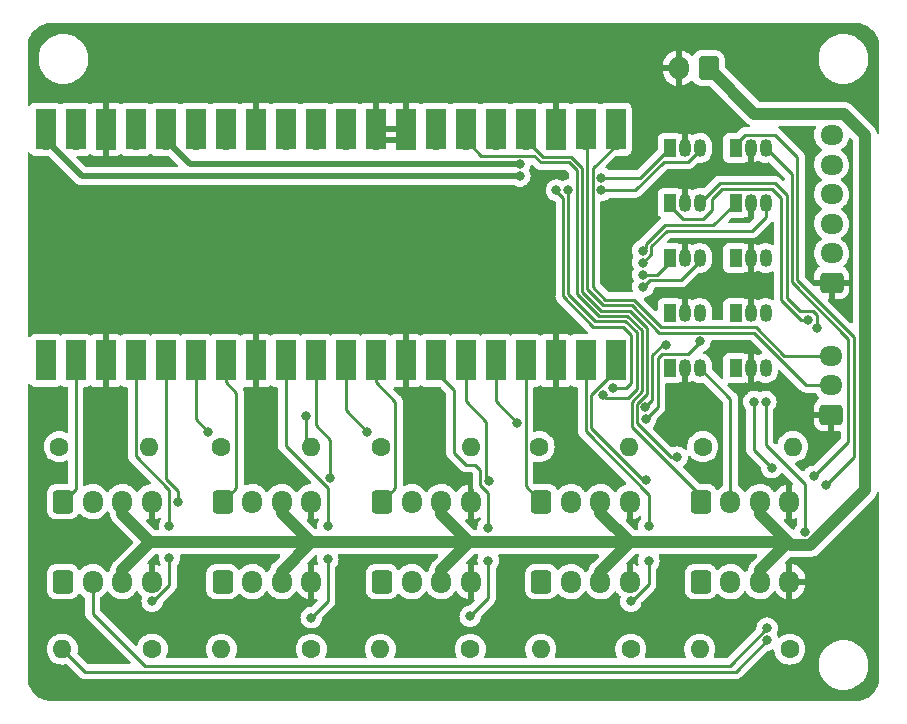
<source format=gtl>
%TF.GenerationSoftware,KiCad,Pcbnew,(6.0.8)*%
%TF.CreationDate,2023-01-23T02:10:56-07:00*%
%TF.ProjectId,PicoIO-THT,5069636f-494f-42d5-9448-542e6b696361,rev?*%
%TF.SameCoordinates,Original*%
%TF.FileFunction,Copper,L1,Top*%
%TF.FilePolarity,Positive*%
%FSLAX46Y46*%
G04 Gerber Fmt 4.6, Leading zero omitted, Abs format (unit mm)*
G04 Created by KiCad (PCBNEW (6.0.8)) date 2023-01-23 02:10:56*
%MOMM*%
%LPD*%
G01*
G04 APERTURE LIST*
G04 Aperture macros list*
%AMRoundRect*
0 Rectangle with rounded corners*
0 $1 Rounding radius*
0 $2 $3 $4 $5 $6 $7 $8 $9 X,Y pos of 4 corners*
0 Add a 4 corners polygon primitive as box body*
4,1,4,$2,$3,$4,$5,$6,$7,$8,$9,$2,$3,0*
0 Add four circle primitives for the rounded corners*
1,1,$1+$1,$2,$3*
1,1,$1+$1,$4,$5*
1,1,$1+$1,$6,$7*
1,1,$1+$1,$8,$9*
0 Add four rect primitives between the rounded corners*
20,1,$1+$1,$2,$3,$4,$5,0*
20,1,$1+$1,$4,$5,$6,$7,0*
20,1,$1+$1,$6,$7,$8,$9,0*
20,1,$1+$1,$8,$9,$2,$3,0*%
G04 Aperture macros list end*
%TA.AperFunction,ComponentPad*%
%ADD10O,1.950000X1.700000*%
%TD*%
%TA.AperFunction,ComponentPad*%
%ADD11RoundRect,0.250000X0.725000X-0.600000X0.725000X0.600000X-0.725000X0.600000X-0.725000X-0.600000X0*%
%TD*%
%TA.AperFunction,SMDPad,CuDef*%
%ADD12R,1.700000X3.500000*%
%TD*%
%TA.AperFunction,ComponentPad*%
%ADD13O,1.700000X1.700000*%
%TD*%
%TA.AperFunction,ComponentPad*%
%ADD14R,1.700000X1.700000*%
%TD*%
%TA.AperFunction,ComponentPad*%
%ADD15RoundRect,0.250000X-0.600000X-0.725000X0.600000X-0.725000X0.600000X0.725000X-0.600000X0.725000X0*%
%TD*%
%TA.AperFunction,ComponentPad*%
%ADD16O,1.700000X1.950000*%
%TD*%
%TA.AperFunction,ComponentPad*%
%ADD17C,1.600000*%
%TD*%
%TA.AperFunction,ComponentPad*%
%ADD18O,1.600000X1.600000*%
%TD*%
%TA.AperFunction,ComponentPad*%
%ADD19O,1.050000X1.500000*%
%TD*%
%TA.AperFunction,ComponentPad*%
%ADD20R,1.050000X1.500000*%
%TD*%
%TA.AperFunction,ComponentPad*%
%ADD21RoundRect,0.250000X0.600000X0.750000X-0.600000X0.750000X-0.600000X-0.750000X0.600000X-0.750000X0*%
%TD*%
%TA.AperFunction,ComponentPad*%
%ADD22O,1.700000X2.000000*%
%TD*%
%TA.AperFunction,ViaPad*%
%ADD23C,0.800000*%
%TD*%
%TA.AperFunction,Conductor*%
%ADD24C,0.250000*%
%TD*%
%TA.AperFunction,Conductor*%
%ADD25C,1.000000*%
%TD*%
%TA.AperFunction,Conductor*%
%ADD26C,0.500000*%
%TD*%
G04 APERTURE END LIST*
D10*
%TO.P,J11,3,Pin_3*%
%TO.N,SERVICE*%
X178523000Y-94143000D03*
%TO.P,J11,2,Pin_2*%
%TO.N,TEST*%
X178523000Y-96643000D03*
D11*
%TO.P,J11,1,Pin_1*%
%TO.N,GND*%
X178523000Y-99143000D03*
%TD*%
D12*
%TO.P,U1,40,VBUS*%
%TO.N,+5V*%
X111992000Y-74975000D03*
D13*
X111992000Y-75875000D03*
D12*
%TO.P,U1,39,VSYS*%
%TO.N,unconnected-(U1-Pad39)*%
X114532000Y-74975000D03*
D13*
X114532000Y-75875000D03*
D14*
%TO.P,U1,38,GND*%
%TO.N,GND*%
X117072000Y-75875000D03*
D12*
X117072000Y-74975000D03*
%TO.P,U1,37,3V3_EN*%
%TO.N,unconnected-(U1-Pad37)*%
X119612000Y-74975000D03*
D13*
X119612000Y-75875000D03*
%TO.P,U1,36,3V3*%
%TO.N,+3V3*%
X122152000Y-75875000D03*
D12*
X122152000Y-74975000D03*
%TO.P,U1,35,ADC_VREF*%
%TO.N,unconnected-(U1-Pad35)*%
X124692000Y-74975000D03*
D13*
X124692000Y-75875000D03*
D12*
%TO.P,U1,34,GPIO28_ADC2*%
%TO.N,GP28*%
X127232000Y-74975000D03*
D13*
X127232000Y-75875000D03*
D14*
%TO.P,U1,33,AGND*%
%TO.N,GND*%
X129772000Y-75875000D03*
D12*
X129772000Y-74975000D03*
%TO.P,U1,32,GPIO27_ADC1*%
%TO.N,GP27*%
X132312000Y-74975000D03*
D13*
X132312000Y-75875000D03*
%TO.P,U1,31,GPIO26_ADC0*%
%TO.N,GP26*%
X134852000Y-75875000D03*
D12*
X134852000Y-74975000D03*
%TO.P,U1,30,RUN*%
%TO.N,unconnected-(U1-Pad30)*%
X137392000Y-74975000D03*
D13*
X137392000Y-75875000D03*
%TO.P,U1,29,GPIO22*%
%TO.N,GND*%
X139932000Y-75875000D03*
D12*
X139932000Y-74975000D03*
D14*
%TO.P,U1,28,GND*%
X142472000Y-75875000D03*
D12*
X142472000Y-74975000D03*
%TO.P,U1,27,GPIO21*%
%TO.N,P1 DR LED*%
X145012000Y-74975000D03*
D13*
X145012000Y-75875000D03*
%TO.P,U1,26,GPIO20*%
%TO.N,P1 DR*%
X147552000Y-75875000D03*
D12*
X147552000Y-74975000D03*
D13*
%TO.P,U1,25,GPIO19*%
%TO.N,P2 DR LED*%
X150092000Y-75875000D03*
D12*
X150092000Y-74975000D03*
D13*
%TO.P,U1,24,GPIO18*%
%TO.N,P2 DR*%
X152632000Y-75875000D03*
D12*
X152632000Y-74975000D03*
%TO.P,U1,23,GND*%
%TO.N,GND*%
X155172000Y-74975000D03*
D14*
X155172000Y-75875000D03*
D12*
%TO.P,U1,22,GPIO17*%
%TO.N,TEST*%
X157712000Y-74975000D03*
D13*
X157712000Y-75875000D03*
%TO.P,U1,21,GPIO16*%
%TO.N,SERVICE*%
X160252000Y-75875000D03*
D12*
X160252000Y-74975000D03*
D13*
%TO.P,U1,20,GPIO15*%
%TO.N,P2 UR*%
X160252000Y-93655000D03*
D12*
X160252000Y-94555000D03*
D13*
%TO.P,U1,19,GPIO14*%
%TO.N,P2 UR LED*%
X157712000Y-93655000D03*
D12*
X157712000Y-94555000D03*
%TO.P,U1,18,GND*%
%TO.N,GND*%
X155172000Y-94555000D03*
D14*
X155172000Y-93655000D03*
D12*
%TO.P,U1,17,GPIO13*%
%TO.N,P1 UR*%
X152632000Y-94555000D03*
D13*
X152632000Y-93655000D03*
%TO.P,U1,16,GPIO12*%
%TO.N,P1 UR LED*%
X150092000Y-93655000D03*
D12*
X150092000Y-94555000D03*
D13*
%TO.P,U1,15,GPIO11*%
%TO.N,P2 CN*%
X147552000Y-93655000D03*
D12*
X147552000Y-94555000D03*
%TO.P,U1,14,GPIO10*%
%TO.N,P2 CN LED*%
X145012000Y-94555000D03*
D13*
X145012000Y-93655000D03*
D14*
%TO.P,U1,13,GND*%
%TO.N,GND*%
X142472000Y-93655000D03*
D12*
X142472000Y-94555000D03*
D13*
%TO.P,U1,12,GPIO9*%
%TO.N,P1 CN*%
X139932000Y-93655000D03*
D12*
X139932000Y-94555000D03*
D13*
%TO.P,U1,11,GPIO8*%
%TO.N,P1 CN LED*%
X137392000Y-93655000D03*
D12*
X137392000Y-94555000D03*
%TO.P,U1,10,GPIO7*%
%TO.N,P2 UL*%
X134852000Y-94555000D03*
D13*
X134852000Y-93655000D03*
D12*
%TO.P,U1,9,GPIO6*%
%TO.N,P2 UL LED*%
X132312000Y-94555000D03*
D13*
X132312000Y-93655000D03*
D12*
%TO.P,U1,8,GND*%
%TO.N,GND*%
X129772000Y-94555000D03*
D14*
X129772000Y-93655000D03*
D13*
%TO.P,U1,7,GPIO5*%
%TO.N,P1 UL*%
X127232000Y-93655000D03*
D12*
X127232000Y-94555000D03*
%TO.P,U1,6,GPIO4*%
%TO.N,P1 UL LED*%
X124692000Y-94555000D03*
D13*
X124692000Y-93655000D03*
%TO.P,U1,5,GPIO3*%
%TO.N,P2 DL*%
X122152000Y-93655000D03*
D12*
X122152000Y-94555000D03*
D13*
%TO.P,U1,4,GPIO2*%
%TO.N,P2 DL LED*%
X119612000Y-93655000D03*
D12*
X119612000Y-94555000D03*
D14*
%TO.P,U1,3,GND*%
%TO.N,GND*%
X117072000Y-93655000D03*
D12*
X117072000Y-94555000D03*
D13*
%TO.P,U1,2,GPIO1*%
%TO.N,P1 DL*%
X114532000Y-93655000D03*
D12*
X114532000Y-94555000D03*
D13*
%TO.P,U1,1,GPIO0*%
%TO.N,P1 DL LED*%
X111992000Y-93655000D03*
D12*
X111992000Y-94555000D03*
%TD*%
D15*
%TO.P,J5,1,Pin_1*%
%TO.N,P1 DR*%
X167480000Y-106508000D03*
D16*
%TO.P,J5,2,Pin_2*%
%TO.N,Net-(J5-Pad2)*%
X169980000Y-106508000D03*
%TO.P,J5,3,Pin_3*%
%TO.N,LED +*%
X172480000Y-106508000D03*
%TO.P,J5,4,Pin_4*%
%TO.N,GND*%
X174980000Y-106508000D03*
%TD*%
D17*
%TO.P,R1,1*%
%TO.N,P1 DL LED*%
X113157000Y-101850000D03*
D18*
%TO.P,R1,2*%
%TO.N,Net-(Q1-Pad1)*%
X120777000Y-101850000D03*
%TD*%
D15*
%TO.P,J10,1,Pin_1*%
%TO.N,P2 DR*%
X167480000Y-113283000D03*
D16*
%TO.P,J10,2,Pin_2*%
%TO.N,Net-(J10-Pad2)*%
X169980000Y-113283000D03*
%TO.P,J10,3,Pin_3*%
%TO.N,LED +*%
X172480000Y-113283000D03*
%TO.P,J10,4,Pin_4*%
%TO.N,GND*%
X174980000Y-113283000D03*
%TD*%
D15*
%TO.P,J6,1,Pin_1*%
%TO.N,P2 DL*%
X113480000Y-113283000D03*
D16*
%TO.P,J6,2,Pin_2*%
%TO.N,Net-(J6-Pad2)*%
X115980000Y-113283000D03*
%TO.P,J6,3,Pin_3*%
%TO.N,LED +*%
X118480000Y-113283000D03*
%TO.P,J6,4,Pin_4*%
%TO.N,GND*%
X120980000Y-113283000D03*
%TD*%
D19*
%TO.P,Q1,3,D*%
%TO.N,Net-(J1-Pad2)*%
X167400000Y-76560000D03*
%TO.P,Q1,2,S*%
%TO.N,GND*%
X166130000Y-76560000D03*
D20*
%TO.P,Q1,1,G*%
%TO.N,Net-(Q1-Pad1)*%
X164860000Y-76560000D03*
%TD*%
D19*
%TO.P,Q4,3,D*%
%TO.N,Net-(J4-Pad2)*%
X167400000Y-90540000D03*
%TO.P,Q4,2,S*%
%TO.N,GND*%
X166130000Y-90540000D03*
D20*
%TO.P,Q4,1,G*%
%TO.N,Net-(Q4-Pad1)*%
X164860000Y-90540000D03*
%TD*%
D15*
%TO.P,J7,1,Pin_1*%
%TO.N,P2 UL*%
X126980000Y-113283000D03*
D16*
%TO.P,J7,2,Pin_2*%
%TO.N,Net-(J7-Pad2)*%
X129480000Y-113283000D03*
%TO.P,J7,3,Pin_3*%
%TO.N,LED +*%
X131980000Y-113283000D03*
%TO.P,J7,4,Pin_4*%
%TO.N,GND*%
X134480000Y-113283000D03*
%TD*%
D15*
%TO.P,J3,1,Pin_1*%
%TO.N,P1 CN*%
X140480000Y-106508000D03*
D16*
%TO.P,J3,2,Pin_2*%
%TO.N,Net-(J3-Pad2)*%
X142980000Y-106508000D03*
%TO.P,J3,3,Pin_3*%
%TO.N,LED +*%
X145480000Y-106508000D03*
%TO.P,J3,4,Pin_4*%
%TO.N,GND*%
X147980000Y-106508000D03*
%TD*%
D15*
%TO.P,J4,1,Pin_1*%
%TO.N,P1 UR*%
X153980000Y-106508000D03*
D16*
%TO.P,J4,2,Pin_2*%
%TO.N,Net-(J4-Pad2)*%
X156480000Y-106508000D03*
%TO.P,J4,3,Pin_3*%
%TO.N,LED +*%
X158980000Y-106508000D03*
%TO.P,J4,4,Pin_4*%
%TO.N,GND*%
X161480000Y-106508000D03*
%TD*%
D15*
%TO.P,J1,1,Pin_1*%
%TO.N,P1 DL*%
X113480000Y-106508000D03*
D16*
%TO.P,J1,2,Pin_2*%
%TO.N,Net-(J1-Pad2)*%
X115980000Y-106508000D03*
%TO.P,J1,3,Pin_3*%
%TO.N,LED +*%
X118480000Y-106508000D03*
%TO.P,J1,4,Pin_4*%
%TO.N,GND*%
X120980000Y-106508000D03*
%TD*%
D20*
%TO.P,Q3,1,G*%
%TO.N,Net-(Q3-Pad1)*%
X164859000Y-85880000D03*
D19*
%TO.P,Q3,2,S*%
%TO.N,GND*%
X166129000Y-85880000D03*
%TO.P,Q3,3,D*%
%TO.N,Net-(J3-Pad2)*%
X167399000Y-85880000D03*
%TD*%
D20*
%TO.P,Q10,1,G*%
%TO.N,Net-(Q10-Pad1)*%
X170420000Y-95200000D03*
D19*
%TO.P,Q10,2,S*%
%TO.N,GND*%
X171690000Y-95200000D03*
%TO.P,Q10,3,D*%
%TO.N,Net-(J10-Pad2)*%
X172960000Y-95200000D03*
%TD*%
%TO.P,Q7,3,D*%
%TO.N,Net-(J7-Pad2)*%
X167400000Y-81220000D03*
%TO.P,Q7,2,S*%
%TO.N,GND*%
X166130000Y-81220000D03*
D20*
%TO.P,Q7,1,G*%
%TO.N,Net-(Q7-Pad1)*%
X164860000Y-81220000D03*
%TD*%
D10*
%TO.P,J12,6,Pin_6*%
%TO.N,GP28*%
X178540000Y-75467000D03*
%TO.P,J12,5,Pin_5*%
%TO.N,GP27*%
X178540000Y-77967000D03*
%TO.P,J12,4,Pin_4*%
%TO.N,GP26*%
X178540000Y-80467000D03*
%TO.P,J12,3,Pin_3*%
%TO.N,+3V3*%
X178540000Y-82967000D03*
%TO.P,J12,2,Pin_2*%
%TO.N,+5V*%
X178540000Y-85467000D03*
D11*
%TO.P,J12,1,Pin_1*%
%TO.N,GND*%
X178540000Y-87967000D03*
%TD*%
D19*
%TO.P,Q8,3,D*%
%TO.N,Net-(J8-Pad2)*%
X172960000Y-85880000D03*
%TO.P,Q8,2,S*%
%TO.N,GND*%
X171690000Y-85880000D03*
D20*
%TO.P,Q8,1,G*%
%TO.N,Net-(Q8-Pad1)*%
X170420000Y-85880000D03*
%TD*%
D15*
%TO.P,J2,1,Pin_1*%
%TO.N,P1 UL*%
X126980000Y-106508000D03*
D16*
%TO.P,J2,2,Pin_2*%
%TO.N,Net-(J2-Pad2)*%
X129480000Y-106508000D03*
%TO.P,J2,3,Pin_3*%
%TO.N,LED +*%
X131980000Y-106508000D03*
%TO.P,J2,4,Pin_4*%
%TO.N,GND*%
X134480000Y-106508000D03*
%TD*%
D18*
%TO.P,R10,2*%
%TO.N,Net-(Q10-Pad1)*%
X167386000Y-118999000D03*
D17*
%TO.P,R10,1*%
%TO.N,P2 DR LED*%
X175006000Y-118999000D03*
%TD*%
D20*
%TO.P,Q6,1,G*%
%TO.N,Net-(Q6-Pad1)*%
X170420000Y-76560000D03*
D19*
%TO.P,Q6,2,S*%
%TO.N,GND*%
X171690000Y-76560000D03*
%TO.P,Q6,3,D*%
%TO.N,Net-(J6-Pad2)*%
X172960000Y-76560000D03*
%TD*%
D18*
%TO.P,R9,2*%
%TO.N,Net-(Q9-Pad1)*%
X153924000Y-118999000D03*
D17*
%TO.P,R9,1*%
%TO.N,P2 UR LED*%
X161544000Y-118999000D03*
%TD*%
D18*
%TO.P,R6,2*%
%TO.N,Net-(Q6-Pad1)*%
X113410000Y-118990000D03*
D17*
%TO.P,R6,1*%
%TO.N,P2 DL LED*%
X121030000Y-118990000D03*
%TD*%
%TO.P,R7,1*%
%TO.N,P2 UL LED*%
X134500000Y-118999000D03*
D18*
%TO.P,R7,2*%
%TO.N,Net-(Q7-Pad1)*%
X126880000Y-118999000D03*
%TD*%
%TO.P,R3,2*%
%TO.N,Net-(Q3-Pad1)*%
X148045000Y-101850000D03*
D17*
%TO.P,R3,1*%
%TO.N,P1 CN LED*%
X140425000Y-101850000D03*
%TD*%
D20*
%TO.P,Q5,1,G*%
%TO.N,Net-(Q5-Pad1)*%
X164859000Y-95200000D03*
D19*
%TO.P,Q5,2,S*%
%TO.N,GND*%
X166129000Y-95200000D03*
%TO.P,Q5,3,D*%
%TO.N,Net-(J5-Pad2)*%
X167399000Y-95200000D03*
%TD*%
D15*
%TO.P,J9,1,Pin_1*%
%TO.N,P2 UR*%
X153980000Y-113283000D03*
D16*
%TO.P,J9,2,Pin_2*%
%TO.N,Net-(J9-Pad2)*%
X156480000Y-113283000D03*
%TO.P,J9,3,Pin_3*%
%TO.N,LED +*%
X158980000Y-113283000D03*
%TO.P,J9,4,Pin_4*%
%TO.N,GND*%
X161480000Y-113283000D03*
%TD*%
D20*
%TO.P,Q2,1,G*%
%TO.N,Net-(Q2-Pad1)*%
X170420000Y-81220000D03*
D19*
%TO.P,Q2,2,S*%
%TO.N,GND*%
X171690000Y-81220000D03*
%TO.P,Q2,3,D*%
%TO.N,Net-(J2-Pad2)*%
X172960000Y-81220000D03*
%TD*%
D18*
%TO.P,R2,2*%
%TO.N,Net-(Q2-Pad1)*%
X134435000Y-101850000D03*
D17*
%TO.P,R2,1*%
%TO.N,P1 UL LED*%
X126815000Y-101850000D03*
%TD*%
%TO.P,R4,1*%
%TO.N,P1 UR LED*%
X153790000Y-101850000D03*
D18*
%TO.P,R4,2*%
%TO.N,Net-(Q4-Pad1)*%
X161410000Y-101850000D03*
%TD*%
D17*
%TO.P,R5,1*%
%TO.N,P1 DR LED*%
X167640000Y-101850000D03*
D18*
%TO.P,R5,2*%
%TO.N,Net-(Q5-Pad1)*%
X175260000Y-101850000D03*
%TD*%
D21*
%TO.P,J14,1,Pin_1*%
%TO.N,LED +*%
X168126000Y-69796000D03*
D22*
%TO.P,J14,2,Pin_2*%
%TO.N,GND*%
X165626000Y-69796000D03*
%TD*%
D15*
%TO.P,J8,1,Pin_1*%
%TO.N,P2 CN*%
X140480000Y-113283000D03*
D16*
%TO.P,J8,2,Pin_2*%
%TO.N,Net-(J8-Pad2)*%
X142980000Y-113283000D03*
%TO.P,J8,3,Pin_3*%
%TO.N,LED +*%
X145480000Y-113283000D03*
%TO.P,J8,4,Pin_4*%
%TO.N,GND*%
X147980000Y-113283000D03*
%TD*%
D17*
%TO.P,R8,1*%
%TO.N,P2 CN LED*%
X147955000Y-118999000D03*
D18*
%TO.P,R8,2*%
%TO.N,Net-(Q8-Pad1)*%
X140335000Y-118999000D03*
%TD*%
D20*
%TO.P,Q9,1,G*%
%TO.N,Net-(Q9-Pad1)*%
X170421800Y-90540000D03*
D19*
%TO.P,Q9,2,S*%
%TO.N,GND*%
X171691800Y-90540000D03*
%TO.P,Q9,3,D*%
%TO.N,Net-(J9-Pad2)*%
X172961800Y-90540000D03*
%TD*%
D23*
%TO.N,Net-(J1-Pad2)*%
X159198800Y-97476800D03*
%TO.N,Net-(Q1-Pad1)*%
X160018237Y-96904502D03*
%TO.N,Net-(J1-Pad2)*%
X156255500Y-80137000D03*
%TO.N,Net-(Q1-Pad1)*%
X155255997Y-80137000D03*
%TO.N,Net-(J1-Pad2)*%
X159054500Y-80137000D03*
%TO.N,Net-(Q1-Pad1)*%
X159054500Y-79081500D03*
%TO.N,Net-(J6-Pad2)*%
X173091051Y-117213752D03*
%TO.N,Net-(Q6-Pad1)*%
X173116051Y-118213351D03*
X178106501Y-105080913D03*
%TO.N,Net-(J6-Pad2)*%
X177038000Y-104356500D03*
%TO.N,Net-(Q7-Pad1)*%
X176530000Y-91097232D03*
%TO.N,Net-(J7-Pad2)*%
X177292000Y-91793500D03*
%TO.N,Net-(Q2-Pad1)*%
X134084854Y-99271354D03*
%TO.N,Net-(Q3-Pad1)*%
X162574833Y-87286751D03*
%TO.N,Net-(J2-Pad2)*%
X162572632Y-86264354D03*
%TO.N,Net-(Q2-Pad1)*%
X162560500Y-85251887D03*
%TO.N,Net-(J3-Pad2)*%
X162579773Y-88306409D03*
%TO.N,P1 UL LED*%
X125730000Y-100584000D03*
%TO.N,P1 CN LED*%
X139207500Y-100584000D03*
%TO.N,P1 UR LED*%
X151907500Y-99822000D03*
%TO.N,Net-(Q4-Pad1)*%
X164554500Y-93255500D03*
X162790950Y-98528950D03*
%TO.N,Net-(J4-Pad2)*%
X162799550Y-99544950D03*
X167386000Y-92926500D03*
%TO.N,Net-(Q10-Pad1)*%
X173477701Y-103636299D03*
X171974497Y-98044000D03*
%TO.N,Net-(J10-Pad2)*%
X176276000Y-109083500D03*
X172974000Y-98044000D03*
%TO.N,P2 DL*%
X123204500Y-106553000D03*
%TO.N,P2 DL LED*%
X121031000Y-114935000D03*
X122480000Y-108585000D03*
X122480000Y-111252000D03*
%TO.N,P2 UL*%
X136086299Y-104514701D03*
%TO.N,P2 UL LED*%
X135890000Y-111379000D03*
X135880000Y-108585000D03*
X134493000Y-116332000D03*
%TO.N,P2 CN*%
X149512799Y-104741201D03*
%TO.N,P2 CN LED*%
X149467424Y-108700424D03*
X147955000Y-116205000D03*
X149479000Y-111506000D03*
%TO.N,P2 UR*%
X162816799Y-104645201D03*
%TO.N,P2 UR LED*%
X163080000Y-111506000D03*
X163080000Y-108585000D03*
X161544000Y-114935000D03*
%TO.N,P2 DR*%
X165480000Y-102733000D03*
%TO.N,+3V3*%
X152146000Y-77940500D03*
%TO.N,+5V*%
X152146000Y-78940003D03*
%TD*%
D24*
%TO.N,Net-(Q2-Pad1)*%
X134084854Y-101499854D02*
X134435000Y-101850000D01*
X134084854Y-99271354D02*
X134084854Y-101499854D01*
%TO.N,P1 CN*%
X139932000Y-96371000D02*
X139932000Y-93655000D01*
X141600000Y-98039000D02*
X139932000Y-96371000D01*
X141600000Y-105388000D02*
X141600000Y-98039000D01*
X140480000Y-106508000D02*
X141600000Y-105388000D01*
%TO.N,Net-(J10-Pad2)*%
X176276000Y-109083500D02*
X176276000Y-105029000D01*
X176276000Y-105029000D02*
X172974000Y-101727000D01*
X172974000Y-101727000D02*
X172974000Y-98044000D01*
%TO.N,Net-(Q6-Pad1)*%
X171196000Y-75438000D02*
X170420000Y-76214000D01*
X170420000Y-76214000D02*
X170420000Y-76560000D01*
X175652000Y-77354000D02*
X173736000Y-75438000D01*
X180467000Y-92580208D02*
X175652000Y-87765208D01*
X173736000Y-75438000D02*
X171196000Y-75438000D01*
X180467000Y-102720414D02*
X180467000Y-92580208D01*
X178106501Y-105080913D02*
X180467000Y-102720414D01*
X175652000Y-87765208D02*
X175652000Y-77354000D01*
%TO.N,Net-(J6-Pad2)*%
X175202000Y-78802000D02*
X172960000Y-76560000D01*
X175202000Y-87951604D02*
X175202000Y-78802000D01*
X179959000Y-92708604D02*
X175202000Y-87951604D01*
X179959000Y-101435500D02*
X179959000Y-92708604D01*
X177038000Y-104356500D02*
X179959000Y-101435500D01*
%TO.N,P2 UR LED*%
X163080000Y-113469701D02*
X161614701Y-114935000D01*
X163080000Y-111506000D02*
X163080000Y-113469701D01*
X161614701Y-114935000D02*
X161544000Y-114935000D01*
X157712000Y-100565000D02*
X157712000Y-93655000D01*
X163080000Y-105933000D02*
X157712000Y-100565000D01*
X163080000Y-108585000D02*
X163080000Y-105933000D01*
%TO.N,P2 CN LED*%
X146558000Y-97046500D02*
X145012000Y-95500500D01*
X146558000Y-102362000D02*
X146558000Y-97046500D01*
X147574000Y-103378000D02*
X146558000Y-102362000D01*
X148336000Y-103378000D02*
X147574000Y-103378000D01*
X149480000Y-105792000D02*
X148787799Y-105099799D01*
X149467424Y-108700424D02*
X149480000Y-108687848D01*
X148787799Y-103829799D02*
X148336000Y-103378000D01*
X145012000Y-95500500D02*
X145012000Y-93655000D01*
X149480000Y-108687848D02*
X149480000Y-105792000D01*
X148787799Y-105099799D02*
X148787799Y-103829799D01*
X149480000Y-114680000D02*
X147955000Y-116205000D01*
X149479000Y-111506000D02*
X149480000Y-111507000D01*
X149480000Y-111507000D02*
X149480000Y-114680000D01*
%TO.N,P2 UL LED*%
X135880000Y-111389000D02*
X135880000Y-114945000D01*
X135880000Y-114945000D02*
X134493000Y-116332000D01*
X135890000Y-111379000D02*
X135880000Y-111389000D01*
X132312000Y-101765000D02*
X132312000Y-93655000D01*
X135880000Y-105333000D02*
X132312000Y-101765000D01*
X135880000Y-108585000D02*
X135880000Y-105333000D01*
%TO.N,P2 DL LED*%
X119612000Y-102665000D02*
X119612000Y-93655000D01*
X122480000Y-105533000D02*
X119612000Y-102665000D01*
X122480000Y-108585000D02*
X122480000Y-105533000D01*
X121114701Y-114935000D02*
X121031000Y-114935000D01*
X122480000Y-113569701D02*
X121114701Y-114935000D01*
X122480000Y-111252000D02*
X122480000Y-113569701D01*
%TO.N,P1 UL*%
X127232000Y-96371000D02*
X127232000Y-93655000D01*
X128143000Y-97282000D02*
X127232000Y-96371000D01*
X128143000Y-105345000D02*
X128143000Y-97282000D01*
X126980000Y-106508000D02*
X128143000Y-105345000D01*
%TO.N,P1 DL*%
X114554000Y-105434000D02*
X113480000Y-106508000D01*
X114554000Y-93677000D02*
X114554000Y-105434000D01*
X114532000Y-93655000D02*
X114554000Y-93677000D01*
D25*
%TO.N,LED +*%
X168143000Y-69796000D02*
X168126000Y-69796000D01*
X179578000Y-73660000D02*
X172007000Y-73660000D01*
X181361000Y-105554135D02*
X181361000Y-75443000D01*
X176731635Y-110183500D02*
X181361000Y-105554135D01*
X172007000Y-73660000D02*
X168143000Y-69796000D01*
X174880000Y-109933000D02*
X175130500Y-110183500D01*
X175130500Y-110183500D02*
X176731635Y-110183500D01*
X181361000Y-75443000D02*
X179578000Y-73660000D01*
X172480000Y-113283000D02*
X172480000Y-112333000D01*
X172480000Y-112333000D02*
X174880000Y-109933000D01*
D24*
%TO.N,P2 DL*%
X122206299Y-93709299D02*
X122152000Y-93655000D01*
X122206299Y-104622903D02*
X122206299Y-93709299D01*
X123204500Y-105621104D02*
X122206299Y-104622903D01*
X123204500Y-106553000D02*
X123204500Y-105621104D01*
%TO.N,Net-(Q1-Pad1)*%
X155255997Y-80222497D02*
X155255997Y-80137000D01*
X155805500Y-80772000D02*
X155255997Y-80222497D01*
X155805500Y-89131896D02*
X155805500Y-80772000D01*
X158356604Y-91683000D02*
X155805500Y-89131896D01*
X160891020Y-91683000D02*
X158356604Y-91683000D01*
X161580000Y-96477000D02*
X161580000Y-92371980D01*
X161152498Y-96904502D02*
X161580000Y-96477000D01*
X161580000Y-92371980D02*
X160891020Y-91683000D01*
X160018237Y-96904502D02*
X161152498Y-96904502D01*
%TO.N,Net-(J1-Pad2)*%
X159419402Y-97697402D02*
X159198800Y-97476800D01*
X161324401Y-97697402D02*
X159419402Y-97697402D01*
X162030000Y-96991803D02*
X161324401Y-97697402D01*
X162030000Y-92185584D02*
X162030000Y-96991803D01*
X156255500Y-88945500D02*
X158543000Y-91233000D01*
X156255500Y-80137000D02*
X156255500Y-88945500D01*
X158543000Y-91233000D02*
X161077416Y-91233000D01*
X161077416Y-91233000D02*
X162030000Y-92185584D01*
X161919396Y-80137000D02*
X159054500Y-80137000D01*
X164332396Y-77724000D02*
X161919396Y-80137000D01*
X167400000Y-76717082D02*
X166393082Y-77724000D01*
X166393082Y-77724000D02*
X164332396Y-77724000D01*
X167400000Y-76560000D02*
X167400000Y-76717082D01*
%TO.N,Net-(Q1-Pad1)*%
X162338500Y-79081500D02*
X159054500Y-79081500D01*
X164860000Y-76560000D02*
X162338500Y-79081500D01*
%TO.N,P2 UR*%
X160252000Y-95399000D02*
X160252000Y-93655000D01*
X158162000Y-100250000D02*
X158162000Y-97489000D01*
X158162000Y-97489000D02*
X160252000Y-95399000D01*
X162557201Y-104645201D02*
X158162000Y-100250000D01*
X162816799Y-104645201D02*
X162557201Y-104645201D01*
D26*
%TO.N,+5V*%
X152146000Y-78940003D02*
X115057003Y-78940003D01*
X115057003Y-78940003D02*
X111992000Y-75875000D01*
%TO.N,+3V3*%
X124217500Y-77940500D02*
X122152000Y-75875000D01*
X152146000Y-77940500D02*
X124217500Y-77940500D01*
D24*
%TO.N,Net-(Q6-Pad1)*%
X170425402Y-120904000D02*
X115324000Y-120904000D01*
X115324000Y-120904000D02*
X113410000Y-118990000D01*
X173116051Y-118213351D02*
X170425402Y-120904000D01*
%TO.N,Net-(J6-Pad2)*%
X115980000Y-115980000D02*
X115980000Y-113283000D01*
X120396000Y-120396000D02*
X115980000Y-115980000D01*
X169908803Y-120396000D02*
X120396000Y-120396000D01*
X173091051Y-117213752D02*
X169908803Y-120396000D01*
%TO.N,Net-(J7-Pad2)*%
X169060000Y-79560000D02*
X167400000Y-81220000D01*
X176986732Y-90372732D02*
X175845128Y-90372732D01*
X174752000Y-89279604D02*
X174752000Y-80585604D01*
X174752000Y-80585604D02*
X173726396Y-79560000D01*
X173726396Y-79560000D02*
X169060000Y-79560000D01*
X177292000Y-90678000D02*
X176986732Y-90372732D01*
X177292000Y-91793500D02*
X177292000Y-90678000D01*
X175845128Y-90372732D02*
X174752000Y-89279604D01*
%TO.N,Net-(Q7-Pad1)*%
X164860000Y-81445000D02*
X164860000Y-81220000D01*
X165965000Y-82550000D02*
X164860000Y-81445000D01*
X167695541Y-82550000D02*
X165965000Y-82550000D01*
X173540000Y-80010000D02*
X169246396Y-80010000D01*
X174302000Y-80772000D02*
X173540000Y-80010000D01*
X174302000Y-89466000D02*
X174302000Y-80772000D01*
X168402000Y-81843541D02*
X167695541Y-82550000D01*
X175933232Y-91097232D02*
X174302000Y-89466000D01*
X168402000Y-80854396D02*
X168402000Y-81843541D01*
X176530000Y-91097232D02*
X175933232Y-91097232D01*
X169246396Y-80010000D02*
X168402000Y-80854396D01*
%TO.N,P1 DR*%
X148893000Y-77216000D02*
X147552000Y-75875000D01*
X153336604Y-77216000D02*
X148893000Y-77216000D01*
X156980000Y-78469396D02*
X156293604Y-77783000D01*
X156980000Y-88905792D02*
X156980000Y-78469396D01*
X158857208Y-90783000D02*
X156980000Y-88905792D01*
X162480000Y-97178199D02*
X162480000Y-91999188D01*
X162480000Y-91999188D02*
X161263812Y-90783000D01*
X161615950Y-98042249D02*
X162480000Y-97178199D01*
X161615950Y-100147950D02*
X161615950Y-98042249D01*
X156293604Y-77783000D02*
X153903604Y-77783000D01*
X167480000Y-106012000D02*
X161615950Y-100147950D01*
X161263812Y-90783000D02*
X158857208Y-90783000D01*
X167480000Y-106508000D02*
X167480000Y-106012000D01*
X153903604Y-77783000D02*
X153336604Y-77216000D01*
%TO.N,P2 DR*%
X154090000Y-77333000D02*
X152632000Y-75875000D01*
X156480000Y-77333000D02*
X154090000Y-77333000D01*
X157430000Y-78283000D02*
X156480000Y-77333000D01*
X157430000Y-88719396D02*
X157430000Y-78283000D01*
X162930000Y-97364595D02*
X162930000Y-91812792D01*
X161450208Y-90333000D02*
X159043604Y-90333000D01*
X159043604Y-90333000D02*
X157430000Y-88719396D01*
X162065950Y-99835950D02*
X162065950Y-98228645D01*
X164963000Y-102733000D02*
X162065950Y-99835950D01*
X162930000Y-91812792D02*
X161450208Y-90333000D01*
X165480000Y-102733000D02*
X164963000Y-102733000D01*
X162065950Y-98228645D02*
X162930000Y-97364595D01*
%TO.N,Net-(Q4-Pad1)*%
X163380000Y-97939900D02*
X162790950Y-98528950D01*
X163380000Y-94117604D02*
X163380000Y-97939900D01*
X164554500Y-93255500D02*
X164242104Y-93255500D01*
X164242104Y-93255500D02*
X163380000Y-94117604D01*
%TO.N,Net-(J4-Pad2)*%
X163830000Y-94304000D02*
X163830000Y-98514500D01*
X163830000Y-98514500D02*
X162799550Y-99544950D01*
X164154000Y-93980000D02*
X163830000Y-94304000D01*
X167386000Y-92964000D02*
X166370000Y-93980000D01*
X167386000Y-92926500D02*
X167386000Y-92964000D01*
X166370000Y-93980000D02*
X164154000Y-93980000D01*
%TO.N,TEST*%
X176399000Y-96643000D02*
X178523000Y-96643000D01*
X159230000Y-89883000D02*
X161636604Y-89883000D01*
X157880000Y-88533000D02*
X159230000Y-89883000D01*
X171958000Y-92202000D02*
X176399000Y-96643000D01*
X157880000Y-76043000D02*
X157880000Y-88533000D01*
X157712000Y-75875000D02*
X157880000Y-76043000D01*
X161636604Y-89883000D02*
X163955604Y-92202000D01*
X163955604Y-92202000D02*
X171958000Y-92202000D01*
%TO.N,SERVICE*%
X174535396Y-94143000D02*
X178523000Y-94143000D01*
X172144396Y-91752000D02*
X174535396Y-94143000D01*
X164142000Y-91752000D02*
X172144396Y-91752000D01*
X161798000Y-89408000D02*
X164142000Y-91752000D01*
X159391396Y-89408000D02*
X161798000Y-89408000D01*
X158330000Y-78283000D02*
X158330000Y-88346604D01*
X160252000Y-76361000D02*
X158330000Y-78283000D01*
X160252000Y-75875000D02*
X160252000Y-76361000D01*
X158330000Y-88346604D02*
X159391396Y-89408000D01*
%TO.N,Net-(J3-Pad2)*%
X167399000Y-86105000D02*
X167399000Y-85880000D01*
X165767249Y-87736751D02*
X167399000Y-86105000D01*
X163149431Y-87736751D02*
X165767249Y-87736751D01*
X162579773Y-88306409D02*
X163149431Y-87736751D01*
%TO.N,Net-(J2-Pad2)*%
X163285000Y-84874396D02*
X164593396Y-83566000D01*
X164593396Y-83566000D02*
X171818600Y-83566000D01*
X163285000Y-85551986D02*
X163285000Y-84874396D01*
X171818600Y-83566000D02*
X172967800Y-82416800D01*
X162572632Y-86264354D02*
X163285000Y-85551986D01*
X172967800Y-82416800D02*
X172967800Y-81222000D01*
%TO.N,Net-(Q3-Pad1)*%
X163792249Y-87286751D02*
X164859000Y-86220000D01*
X162574833Y-87286751D02*
X163792249Y-87286751D01*
X164859000Y-86220000D02*
X164859000Y-85880000D01*
%TO.N,Net-(Q2-Pad1)*%
X164407000Y-83116000D02*
X168533800Y-83116000D01*
X162560500Y-85251887D02*
X162835000Y-84977387D01*
X162835000Y-84977387D02*
X162835000Y-84688000D01*
X162835000Y-84688000D02*
X164407000Y-83116000D01*
X168533800Y-83116000D02*
X170427800Y-81222000D01*
%TO.N,P2 UL*%
X134852000Y-100054000D02*
X134852000Y-93655000D01*
X136080000Y-101282000D02*
X134852000Y-100054000D01*
X136086299Y-104514701D02*
X136080000Y-104508402D01*
X136080000Y-104508402D02*
X136080000Y-101282000D01*
%TO.N,P2 CN*%
X147552000Y-98022000D02*
X147552000Y-93655000D01*
X149258799Y-104487201D02*
X149258799Y-99728799D01*
X149258799Y-99728799D02*
X147552000Y-98022000D01*
X149512799Y-104741201D02*
X149258799Y-104487201D01*
%TO.N,P1 UL LED*%
X124692000Y-99546000D02*
X124692000Y-93655000D01*
X125730000Y-100584000D02*
X124692000Y-99546000D01*
%TO.N,P1 CN LED*%
X137392000Y-98768500D02*
X137392000Y-93655000D01*
X139207500Y-100584000D02*
X137392000Y-98768500D01*
%TO.N,P1 UR LED*%
X150092000Y-93655000D02*
X150092000Y-98006500D01*
X150092000Y-98006500D02*
X151907500Y-99822000D01*
%TO.N,Net-(J5-Pad2)*%
X169980000Y-97781000D02*
X169980000Y-106508000D01*
X167399000Y-95200000D02*
X169980000Y-97781000D01*
%TO.N,Net-(Q10-Pad1)*%
X171958000Y-98060497D02*
X171974497Y-98044000D01*
X171958000Y-102116598D02*
X171958000Y-98060497D01*
X173477701Y-103636299D02*
X171958000Y-102116598D01*
%TO.N,P1 UR*%
X152632000Y-105160000D02*
X153980000Y-106508000D01*
X152632000Y-93655000D02*
X152632000Y-105160000D01*
D25*
%TO.N,LED +*%
X161480000Y-109933000D02*
X158980000Y-107433000D01*
X118480000Y-113283000D02*
X118480000Y-112333000D01*
X145480000Y-107533000D02*
X145480000Y-106508000D01*
X158980000Y-107433000D02*
X158980000Y-106508000D01*
X174880000Y-109933000D02*
X172480000Y-107533000D01*
X158980000Y-113283000D02*
X158980000Y-112433000D01*
X172480000Y-107533000D02*
X172480000Y-106508000D01*
X131980000Y-112433000D02*
X134480000Y-109933000D01*
X120880000Y-109933000D02*
X134480000Y-109933000D01*
X131980000Y-107433000D02*
X134480000Y-109933000D01*
X158980000Y-112433000D02*
X161480000Y-109933000D01*
X147880000Y-109933000D02*
X134480000Y-109933000D01*
X147880000Y-109933000D02*
X145480000Y-107533000D01*
X161480000Y-109933000D02*
X147880000Y-109933000D01*
X131980000Y-106508000D02*
X131980000Y-107433000D01*
X145480000Y-112333000D02*
X147880000Y-109933000D01*
X145480000Y-113283000D02*
X145480000Y-112333000D01*
X118480000Y-112333000D02*
X120880000Y-109933000D01*
X118480000Y-106508000D02*
X118480000Y-107533000D01*
X174880000Y-109933000D02*
X161480000Y-109933000D01*
X118480000Y-107533000D02*
X120880000Y-109933000D01*
X131980000Y-113283000D02*
X131980000Y-112433000D01*
%TD*%
%TA.AperFunction,Conductor*%
%TO.N,GND*%
G36*
X110677012Y-96537304D02*
G01*
X110695324Y-96556961D01*
X110778739Y-96668261D01*
X110895295Y-96755615D01*
X111031684Y-96806745D01*
X111085848Y-96812629D01*
X111088555Y-96812923D01*
X111093866Y-96813500D01*
X112890134Y-96813500D01*
X112895446Y-96812923D01*
X112898152Y-96812629D01*
X112952316Y-96806745D01*
X113088705Y-96755615D01*
X113186436Y-96682370D01*
X113252941Y-96657522D01*
X113322324Y-96672575D01*
X113337562Y-96682368D01*
X113435295Y-96755615D01*
X113571684Y-96806745D01*
X113625848Y-96812629D01*
X113628555Y-96812923D01*
X113633866Y-96813500D01*
X113794500Y-96813500D01*
X113862621Y-96833502D01*
X113909114Y-96887158D01*
X113920500Y-96939500D01*
X113920500Y-100564475D01*
X113900498Y-100632596D01*
X113846842Y-100679089D01*
X113776568Y-100689193D01*
X113741251Y-100678670D01*
X113611230Y-100618041D01*
X113611225Y-100618039D01*
X113606243Y-100615716D01*
X113600935Y-100614294D01*
X113600933Y-100614293D01*
X113390402Y-100557881D01*
X113390400Y-100557881D01*
X113385087Y-100556457D01*
X113157000Y-100536502D01*
X112928913Y-100556457D01*
X112923600Y-100557881D01*
X112923598Y-100557881D01*
X112713067Y-100614293D01*
X112713065Y-100614294D01*
X112707757Y-100615716D01*
X112702776Y-100618039D01*
X112702775Y-100618039D01*
X112505238Y-100710151D01*
X112505235Y-100710153D01*
X112500251Y-100712477D01*
X112445946Y-100750502D01*
X112317211Y-100840643D01*
X112317208Y-100840645D01*
X112312700Y-100843802D01*
X112150802Y-101005700D01*
X112147645Y-101010208D01*
X112147643Y-101010211D01*
X112105169Y-101070870D01*
X112019477Y-101193251D01*
X112017154Y-101198233D01*
X112017151Y-101198238D01*
X111933193Y-101378289D01*
X111922716Y-101400757D01*
X111921294Y-101406065D01*
X111921293Y-101406067D01*
X111868468Y-101603210D01*
X111863457Y-101621913D01*
X111843502Y-101850000D01*
X111863457Y-102078087D01*
X111864881Y-102083400D01*
X111864881Y-102083402D01*
X111918302Y-102282768D01*
X111922716Y-102299243D01*
X111925039Y-102304224D01*
X111925039Y-102304225D01*
X112017151Y-102501762D01*
X112017154Y-102501767D01*
X112019477Y-102506749D01*
X112077690Y-102589886D01*
X112137259Y-102674958D01*
X112150802Y-102694300D01*
X112312700Y-102856198D01*
X112317208Y-102859355D01*
X112317211Y-102859357D01*
X112361201Y-102890159D01*
X112500251Y-102987523D01*
X112505233Y-102989846D01*
X112505238Y-102989849D01*
X112693631Y-103077697D01*
X112707757Y-103084284D01*
X112713065Y-103085706D01*
X112713067Y-103085707D01*
X112923598Y-103142119D01*
X112923600Y-103142119D01*
X112928913Y-103143543D01*
X113157000Y-103163498D01*
X113385087Y-103143543D01*
X113390400Y-103142119D01*
X113390402Y-103142119D01*
X113600933Y-103085707D01*
X113600935Y-103085706D01*
X113606243Y-103084284D01*
X113611225Y-103081961D01*
X113611230Y-103081959D01*
X113741251Y-103021330D01*
X113811442Y-103010669D01*
X113876255Y-103039649D01*
X113915111Y-103099069D01*
X113920500Y-103135525D01*
X113920500Y-104898500D01*
X113900498Y-104966621D01*
X113846842Y-105013114D01*
X113794500Y-105024500D01*
X112829600Y-105024500D01*
X112826354Y-105024837D01*
X112826350Y-105024837D01*
X112730692Y-105034762D01*
X112730688Y-105034763D01*
X112723834Y-105035474D01*
X112717298Y-105037655D01*
X112717296Y-105037655D01*
X112590191Y-105080061D01*
X112556054Y-105091450D01*
X112405652Y-105184522D01*
X112400479Y-105189704D01*
X112390512Y-105199688D01*
X112280695Y-105309697D01*
X112276855Y-105315927D01*
X112276854Y-105315928D01*
X112192689Y-105452469D01*
X112187885Y-105460262D01*
X112170560Y-105512496D01*
X112135246Y-105618966D01*
X112132203Y-105628139D01*
X112131503Y-105634975D01*
X112131502Y-105634978D01*
X112128617Y-105663139D01*
X112121500Y-105732600D01*
X112121500Y-107283400D01*
X112121837Y-107286646D01*
X112121837Y-107286650D01*
X112130875Y-107373752D01*
X112132474Y-107389166D01*
X112134655Y-107395702D01*
X112134655Y-107395704D01*
X112166506Y-107491172D01*
X112188450Y-107556946D01*
X112281522Y-107707348D01*
X112286704Y-107712521D01*
X112311616Y-107737390D01*
X112406697Y-107832305D01*
X112412927Y-107836145D01*
X112412928Y-107836146D01*
X112550090Y-107920694D01*
X112557262Y-107925115D01*
X112592938Y-107936948D01*
X112718611Y-107978632D01*
X112718613Y-107978632D01*
X112725139Y-107980797D01*
X112731975Y-107981497D01*
X112731978Y-107981498D01*
X112767663Y-107985154D01*
X112829600Y-107991500D01*
X114130400Y-107991500D01*
X114133646Y-107991163D01*
X114133650Y-107991163D01*
X114229308Y-107981238D01*
X114229312Y-107981237D01*
X114236166Y-107980526D01*
X114242702Y-107978345D01*
X114242704Y-107978345D01*
X114385087Y-107930842D01*
X114403946Y-107924550D01*
X114554348Y-107831478D01*
X114679305Y-107706303D01*
X114769081Y-107560660D01*
X114821852Y-107513168D01*
X114891924Y-107501744D01*
X114957048Y-107530018D01*
X114967510Y-107539805D01*
X115007595Y-107581824D01*
X115076576Y-107654135D01*
X115261542Y-107791754D01*
X115266293Y-107794170D01*
X115266297Y-107794172D01*
X115315463Y-107819169D01*
X115467051Y-107896240D01*
X115472145Y-107897822D01*
X115472148Y-107897823D01*
X115637583Y-107949192D01*
X115687227Y-107964607D01*
X115692516Y-107965308D01*
X115910489Y-107994198D01*
X115910494Y-107994198D01*
X115915774Y-107994898D01*
X115921103Y-107994698D01*
X115921105Y-107994698D01*
X116030966Y-107990574D01*
X116146158Y-107986249D01*
X116152464Y-107984926D01*
X116366572Y-107940002D01*
X116371791Y-107938907D01*
X116376750Y-107936949D01*
X116376752Y-107936948D01*
X116581256Y-107856185D01*
X116581258Y-107856184D01*
X116586221Y-107854224D01*
X116591525Y-107851006D01*
X116778757Y-107737390D01*
X116778756Y-107737390D01*
X116783317Y-107734623D01*
X116802244Y-107718199D01*
X116953412Y-107587023D01*
X116953414Y-107587021D01*
X116957445Y-107583523D01*
X117010040Y-107519379D01*
X117100240Y-107409373D01*
X117100244Y-107409367D01*
X117103624Y-107405245D01*
X117121552Y-107373750D01*
X117172632Y-107324445D01*
X117242262Y-107310583D01*
X117308333Y-107336566D01*
X117335573Y-107365716D01*
X117417441Y-107487319D01*
X117430896Y-107501423D01*
X117437273Y-107508109D01*
X117469820Y-107571206D01*
X117471501Y-107582783D01*
X117475690Y-107625505D01*
X117475812Y-107626819D01*
X117479685Y-107671084D01*
X117483913Y-107719413D01*
X117485400Y-107724532D01*
X117485920Y-107729833D01*
X117512791Y-107818834D01*
X117513126Y-107819967D01*
X117536745Y-107901260D01*
X117539091Y-107909336D01*
X117541544Y-107914068D01*
X117543084Y-107919169D01*
X117545978Y-107924612D01*
X117586731Y-108001260D01*
X117587343Y-108002426D01*
X117617308Y-108060233D01*
X117630108Y-108084926D01*
X117633431Y-108089089D01*
X117635934Y-108093796D01*
X117694755Y-108165918D01*
X117695446Y-108166774D01*
X117726738Y-108205973D01*
X117729242Y-108208477D01*
X117729884Y-108209195D01*
X117733585Y-108213528D01*
X117760935Y-108247062D01*
X117765682Y-108250989D01*
X117765684Y-108250991D01*
X117796262Y-108276287D01*
X117805042Y-108284277D01*
X119364671Y-109843906D01*
X119398697Y-109906218D01*
X119393632Y-109977033D01*
X119364671Y-110022096D01*
X117810621Y-111576145D01*
X117800478Y-111585247D01*
X117770975Y-111608968D01*
X117767008Y-111613696D01*
X117738709Y-111647421D01*
X117735528Y-111651069D01*
X117733885Y-111652881D01*
X117731691Y-111655075D01*
X117704358Y-111688349D01*
X117703696Y-111689147D01*
X117643846Y-111760474D01*
X117641278Y-111765144D01*
X117637897Y-111769261D01*
X117614630Y-111812655D01*
X117594023Y-111851086D01*
X117593394Y-111852245D01*
X117551538Y-111928381D01*
X117551535Y-111928389D01*
X117548567Y-111933787D01*
X117546955Y-111938869D01*
X117544438Y-111943563D01*
X117517238Y-112032531D01*
X117516918Y-112033559D01*
X117488765Y-112122306D01*
X117488171Y-112127602D01*
X117486613Y-112132698D01*
X117483824Y-112160158D01*
X117479527Y-112202456D01*
X117451606Y-112269613D01*
X117438952Y-112285046D01*
X117359760Y-112381627D01*
X117359756Y-112381633D01*
X117356376Y-112385755D01*
X117338448Y-112417250D01*
X117287368Y-112466555D01*
X117217738Y-112480417D01*
X117151667Y-112454434D01*
X117124427Y-112425284D01*
X117095035Y-112381627D01*
X117042559Y-112303681D01*
X116983918Y-112242209D01*
X116964931Y-112222306D01*
X116883424Y-112136865D01*
X116698458Y-111999246D01*
X116693707Y-111996830D01*
X116693703Y-111996828D01*
X116589113Y-111943652D01*
X116492949Y-111894760D01*
X116487855Y-111893178D01*
X116487852Y-111893177D01*
X116277871Y-111827976D01*
X116272773Y-111826393D01*
X116262240Y-111824997D01*
X116049511Y-111796802D01*
X116049506Y-111796802D01*
X116044226Y-111796102D01*
X116038897Y-111796302D01*
X116038895Y-111796302D01*
X115929034Y-111800427D01*
X115813842Y-111804751D01*
X115808623Y-111805846D01*
X115786566Y-111810474D01*
X115588209Y-111852093D01*
X115583250Y-111854051D01*
X115583248Y-111854052D01*
X115378744Y-111934815D01*
X115378742Y-111934816D01*
X115373779Y-111936776D01*
X115369220Y-111939543D01*
X115369217Y-111939544D01*
X115274113Y-111997255D01*
X115176683Y-112056377D01*
X115172653Y-112059874D01*
X115008315Y-112202479D01*
X115002555Y-112207477D01*
X114973330Y-112243120D01*
X114914671Y-112283114D01*
X114843701Y-112285046D01*
X114782952Y-112248302D01*
X114768752Y-112229532D01*
X114682332Y-112089880D01*
X114678478Y-112083652D01*
X114553303Y-111958695D01*
X114547072Y-111954854D01*
X114408968Y-111869725D01*
X114408966Y-111869724D01*
X114402738Y-111865885D01*
X114289353Y-111828277D01*
X114241389Y-111812368D01*
X114241387Y-111812368D01*
X114234861Y-111810203D01*
X114228025Y-111809503D01*
X114228022Y-111809502D01*
X114184969Y-111805091D01*
X114130400Y-111799500D01*
X112829600Y-111799500D01*
X112826354Y-111799837D01*
X112826350Y-111799837D01*
X112730692Y-111809762D01*
X112730688Y-111809763D01*
X112723834Y-111810474D01*
X112717298Y-111812655D01*
X112717296Y-111812655D01*
X112651355Y-111834655D01*
X112556054Y-111866450D01*
X112405652Y-111959522D01*
X112280695Y-112084697D01*
X112276855Y-112090927D01*
X112276854Y-112090928D01*
X112204367Y-112208524D01*
X112187885Y-112235262D01*
X112166472Y-112299822D01*
X112136432Y-112390390D01*
X112132203Y-112403139D01*
X112121500Y-112507600D01*
X112121500Y-114058400D01*
X112121837Y-114061646D01*
X112121837Y-114061650D01*
X112130875Y-114148752D01*
X112132474Y-114164166D01*
X112134655Y-114170702D01*
X112134655Y-114170704D01*
X112166405Y-114265870D01*
X112188450Y-114331946D01*
X112281522Y-114482348D01*
X112406697Y-114607305D01*
X112412927Y-114611145D01*
X112412928Y-114611146D01*
X112550090Y-114695694D01*
X112557262Y-114700115D01*
X112592938Y-114711948D01*
X112718611Y-114753632D01*
X112718613Y-114753632D01*
X112725139Y-114755797D01*
X112731975Y-114756497D01*
X112731978Y-114756498D01*
X112767663Y-114760154D01*
X112829600Y-114766500D01*
X114130400Y-114766500D01*
X114133646Y-114766163D01*
X114133650Y-114766163D01*
X114229308Y-114756238D01*
X114229312Y-114756237D01*
X114236166Y-114755526D01*
X114242702Y-114753345D01*
X114242704Y-114753345D01*
X114386211Y-114705467D01*
X114403946Y-114699550D01*
X114554348Y-114606478D01*
X114679305Y-114481303D01*
X114769081Y-114335660D01*
X114821852Y-114288168D01*
X114891924Y-114276744D01*
X114957048Y-114305018D01*
X114967510Y-114314805D01*
X115009215Y-114358523D01*
X115076576Y-114429135D01*
X115261542Y-114566754D01*
X115266294Y-114569170D01*
X115266302Y-114569175D01*
X115277606Y-114574922D01*
X115329263Y-114623625D01*
X115346500Y-114687238D01*
X115346500Y-115901233D01*
X115345973Y-115912416D01*
X115344298Y-115919909D01*
X115344547Y-115927835D01*
X115344547Y-115927836D01*
X115346438Y-115987986D01*
X115346500Y-115991945D01*
X115346500Y-116019856D01*
X115346997Y-116023790D01*
X115346997Y-116023791D01*
X115347005Y-116023856D01*
X115347938Y-116035693D01*
X115349327Y-116079889D01*
X115354978Y-116099339D01*
X115358987Y-116118700D01*
X115361526Y-116138797D01*
X115364445Y-116146168D01*
X115364445Y-116146170D01*
X115377804Y-116179912D01*
X115381649Y-116191142D01*
X115393982Y-116233593D01*
X115398015Y-116240412D01*
X115398017Y-116240417D01*
X115404293Y-116251028D01*
X115412988Y-116268776D01*
X115420448Y-116287617D01*
X115425110Y-116294033D01*
X115425110Y-116294034D01*
X115446436Y-116323387D01*
X115452952Y-116333307D01*
X115459843Y-116344958D01*
X115475458Y-116371362D01*
X115489779Y-116385683D01*
X115502619Y-116400716D01*
X115514528Y-116417107D01*
X115548605Y-116445298D01*
X115557384Y-116453288D01*
X119159500Y-120055405D01*
X119193526Y-120117717D01*
X119188461Y-120188533D01*
X119145914Y-120245368D01*
X119079394Y-120270179D01*
X119070405Y-120270500D01*
X115638594Y-120270500D01*
X115570473Y-120250498D01*
X115549499Y-120233595D01*
X114719152Y-119403248D01*
X114685126Y-119340936D01*
X114686541Y-119281541D01*
X114702118Y-119223409D01*
X114702120Y-119223398D01*
X114703543Y-119218087D01*
X114723498Y-118990000D01*
X114703543Y-118761913D01*
X114702119Y-118756598D01*
X114645707Y-118546067D01*
X114645706Y-118546065D01*
X114644284Y-118540757D01*
X114584402Y-118412339D01*
X114549849Y-118338238D01*
X114549846Y-118338233D01*
X114547523Y-118333251D01*
X114422500Y-118154700D01*
X114419357Y-118150211D01*
X114419355Y-118150208D01*
X114416198Y-118145700D01*
X114254300Y-117983802D01*
X114249792Y-117980645D01*
X114249789Y-117980643D01*
X114167892Y-117923298D01*
X114066749Y-117852477D01*
X114061767Y-117850154D01*
X114061762Y-117850151D01*
X113864225Y-117758039D01*
X113864224Y-117758039D01*
X113859243Y-117755716D01*
X113853935Y-117754294D01*
X113853933Y-117754293D01*
X113643402Y-117697881D01*
X113643400Y-117697881D01*
X113638087Y-117696457D01*
X113410000Y-117676502D01*
X113181913Y-117696457D01*
X113176600Y-117697881D01*
X113176598Y-117697881D01*
X112966067Y-117754293D01*
X112966065Y-117754294D01*
X112960757Y-117755716D01*
X112955776Y-117758039D01*
X112955775Y-117758039D01*
X112758238Y-117850151D01*
X112758233Y-117850154D01*
X112753251Y-117852477D01*
X112652108Y-117923298D01*
X112570211Y-117980643D01*
X112570208Y-117980645D01*
X112565700Y-117983802D01*
X112403802Y-118145700D01*
X112400645Y-118150208D01*
X112400643Y-118150211D01*
X112397500Y-118154700D01*
X112272477Y-118333251D01*
X112270154Y-118338233D01*
X112270151Y-118338238D01*
X112235598Y-118412339D01*
X112175716Y-118540757D01*
X112174294Y-118546065D01*
X112174293Y-118546067D01*
X112117881Y-118756598D01*
X112116457Y-118761913D01*
X112096502Y-118990000D01*
X112116457Y-119218087D01*
X112117881Y-119223400D01*
X112117881Y-119223402D01*
X112161859Y-119387527D01*
X112175716Y-119439243D01*
X112178039Y-119444224D01*
X112178039Y-119444225D01*
X112270151Y-119641762D01*
X112270154Y-119641767D01*
X112272477Y-119646749D01*
X112403802Y-119834300D01*
X112565700Y-119996198D01*
X112570208Y-119999355D01*
X112570211Y-119999357D01*
X112648389Y-120054098D01*
X112753251Y-120127523D01*
X112758233Y-120129846D01*
X112758238Y-120129849D01*
X112921761Y-120206100D01*
X112960757Y-120224284D01*
X112966065Y-120225706D01*
X112966067Y-120225707D01*
X113176598Y-120282119D01*
X113176600Y-120282119D01*
X113181913Y-120283543D01*
X113410000Y-120303498D01*
X113638087Y-120283543D01*
X113643398Y-120282120D01*
X113643409Y-120282118D01*
X113701541Y-120266541D01*
X113772517Y-120268230D01*
X113823248Y-120299152D01*
X114558043Y-121033948D01*
X114820348Y-121296253D01*
X114827888Y-121304539D01*
X114832000Y-121311018D01*
X114837777Y-121316443D01*
X114881651Y-121357643D01*
X114884493Y-121360398D01*
X114904230Y-121380135D01*
X114907427Y-121382615D01*
X114916447Y-121390318D01*
X114948679Y-121420586D01*
X114955625Y-121424405D01*
X114955628Y-121424407D01*
X114966434Y-121430348D01*
X114982953Y-121441199D01*
X114998959Y-121453614D01*
X115006228Y-121456759D01*
X115006232Y-121456762D01*
X115039537Y-121471174D01*
X115050187Y-121476391D01*
X115088940Y-121497695D01*
X115096615Y-121499666D01*
X115096616Y-121499666D01*
X115108562Y-121502733D01*
X115127267Y-121509137D01*
X115145855Y-121517181D01*
X115153678Y-121518420D01*
X115153688Y-121518423D01*
X115189524Y-121524099D01*
X115201144Y-121526505D01*
X115232959Y-121534673D01*
X115243970Y-121537500D01*
X115264224Y-121537500D01*
X115283934Y-121539051D01*
X115303943Y-121542220D01*
X115311835Y-121541474D01*
X115330580Y-121539702D01*
X115347962Y-121538059D01*
X115359819Y-121537500D01*
X170346635Y-121537500D01*
X170357818Y-121538027D01*
X170365311Y-121539702D01*
X170373237Y-121539453D01*
X170373238Y-121539453D01*
X170433388Y-121537562D01*
X170437347Y-121537500D01*
X170465258Y-121537500D01*
X170469193Y-121537003D01*
X170469258Y-121536995D01*
X170481095Y-121536062D01*
X170513353Y-121535048D01*
X170517372Y-121534922D01*
X170525291Y-121534673D01*
X170544745Y-121529021D01*
X170564102Y-121525013D01*
X170576332Y-121523468D01*
X170576333Y-121523468D01*
X170584199Y-121522474D01*
X170591570Y-121519555D01*
X170591572Y-121519555D01*
X170625314Y-121506196D01*
X170636544Y-121502351D01*
X170671385Y-121492229D01*
X170671386Y-121492229D01*
X170678995Y-121490018D01*
X170685814Y-121485985D01*
X170685819Y-121485983D01*
X170696430Y-121479707D01*
X170714178Y-121471012D01*
X170733019Y-121463552D01*
X170768789Y-121437564D01*
X170778709Y-121431048D01*
X170809937Y-121412580D01*
X170809940Y-121412578D01*
X170816764Y-121408542D01*
X170831085Y-121394221D01*
X170846119Y-121381380D01*
X170851692Y-121377331D01*
X170862509Y-121369472D01*
X170890700Y-121335395D01*
X170898690Y-121326616D01*
X171749552Y-120475754D01*
X177446743Y-120475754D01*
X177484268Y-120760785D01*
X177560129Y-121038087D01*
X177561813Y-121042035D01*
X177669932Y-121295514D01*
X177672923Y-121302527D01*
X177720116Y-121381380D01*
X177814480Y-121539051D01*
X177820561Y-121549212D01*
X178000313Y-121773579D01*
X178208851Y-121971474D01*
X178442317Y-122139237D01*
X178446112Y-122141246D01*
X178446113Y-122141247D01*
X178467869Y-122152766D01*
X178696392Y-122273763D01*
X178831383Y-122323163D01*
X178923165Y-122356750D01*
X178966373Y-122372562D01*
X179247264Y-122433806D01*
X179275841Y-122436055D01*
X179470282Y-122451358D01*
X179470291Y-122451358D01*
X179472739Y-122451551D01*
X179628271Y-122451551D01*
X179630407Y-122451405D01*
X179630418Y-122451405D01*
X179838548Y-122437216D01*
X179838554Y-122437215D01*
X179842825Y-122436924D01*
X179847020Y-122436055D01*
X179847022Y-122436055D01*
X179983583Y-122407775D01*
X180124342Y-122378625D01*
X180395343Y-122282658D01*
X180650812Y-122150801D01*
X180654313Y-122148340D01*
X180654317Y-122148338D01*
X180768418Y-122068146D01*
X180886023Y-121985492D01*
X181096622Y-121789791D01*
X181278713Y-121567319D01*
X181428927Y-121322193D01*
X181433833Y-121311018D01*
X181542757Y-121062881D01*
X181544483Y-121058949D01*
X181623244Y-120782457D01*
X181663751Y-120497835D01*
X181663845Y-120480002D01*
X181665235Y-120214634D01*
X181665235Y-120214627D01*
X181665257Y-120210348D01*
X181627732Y-119925317D01*
X181551871Y-119648015D01*
X181468788Y-119453230D01*
X181440763Y-119387527D01*
X181440761Y-119387523D01*
X181439077Y-119383575D01*
X181342134Y-119221595D01*
X181293643Y-119140572D01*
X181293640Y-119140568D01*
X181291439Y-119136890D01*
X181111687Y-118912523D01*
X180903149Y-118714628D01*
X180669683Y-118546865D01*
X180647843Y-118535301D01*
X180624654Y-118523023D01*
X180415608Y-118412339D01*
X180224084Y-118342251D01*
X180149658Y-118315015D01*
X180149656Y-118315014D01*
X180145627Y-118313540D01*
X179864736Y-118252296D01*
X179833685Y-118249852D01*
X179641718Y-118234744D01*
X179641709Y-118234744D01*
X179639261Y-118234551D01*
X179483729Y-118234551D01*
X179481593Y-118234697D01*
X179481582Y-118234697D01*
X179273452Y-118248886D01*
X179273446Y-118248887D01*
X179269175Y-118249178D01*
X179264980Y-118250047D01*
X179264978Y-118250047D01*
X179128416Y-118278328D01*
X178987658Y-118307477D01*
X178716657Y-118403444D01*
X178461188Y-118535301D01*
X178457687Y-118537762D01*
X178457683Y-118537764D01*
X178350444Y-118613133D01*
X178225977Y-118700610D01*
X178015378Y-118896311D01*
X177833287Y-119118783D01*
X177683073Y-119363909D01*
X177567517Y-119627153D01*
X177566342Y-119631280D01*
X177566341Y-119631281D01*
X177562699Y-119644067D01*
X177488756Y-119903645D01*
X177448249Y-120188267D01*
X177448227Y-120192556D01*
X177448226Y-120192563D01*
X177447598Y-120312498D01*
X177446743Y-120475754D01*
X171749552Y-120475754D01*
X173066550Y-119158756D01*
X173128862Y-119124730D01*
X173155645Y-119121851D01*
X173211538Y-119121851D01*
X173217990Y-119120479D01*
X173217995Y-119120479D01*
X173304939Y-119101998D01*
X173398339Y-119082145D01*
X173527101Y-119024817D01*
X173597467Y-119015383D01*
X173661764Y-119045489D01*
X173699578Y-119105578D01*
X173703869Y-119128942D01*
X173711976Y-119221595D01*
X173711977Y-119221601D01*
X173712457Y-119227087D01*
X173713881Y-119232400D01*
X173713881Y-119232402D01*
X173767882Y-119433933D01*
X173771716Y-119448243D01*
X173774039Y-119453224D01*
X173774039Y-119453225D01*
X173866151Y-119650762D01*
X173866154Y-119650767D01*
X173868477Y-119655749D01*
X173939452Y-119757111D01*
X173996229Y-119838197D01*
X173999802Y-119843300D01*
X174161700Y-120005198D01*
X174166208Y-120008355D01*
X174166211Y-120008357D01*
X174233403Y-120055405D01*
X174349251Y-120136523D01*
X174354233Y-120138846D01*
X174354238Y-120138849D01*
X174537456Y-120224284D01*
X174556757Y-120233284D01*
X174562065Y-120234706D01*
X174562067Y-120234707D01*
X174772598Y-120291119D01*
X174772600Y-120291119D01*
X174777913Y-120292543D01*
X175006000Y-120312498D01*
X175234087Y-120292543D01*
X175239400Y-120291119D01*
X175239402Y-120291119D01*
X175449933Y-120234707D01*
X175449935Y-120234706D01*
X175455243Y-120233284D01*
X175474544Y-120224284D01*
X175657762Y-120138849D01*
X175657767Y-120138846D01*
X175662749Y-120136523D01*
X175778597Y-120055405D01*
X175845789Y-120008357D01*
X175845792Y-120008355D01*
X175850300Y-120005198D01*
X176012198Y-119843300D01*
X176015772Y-119838197D01*
X176072548Y-119757111D01*
X176143523Y-119655749D01*
X176145846Y-119650767D01*
X176145849Y-119650762D01*
X176237961Y-119453225D01*
X176237961Y-119453224D01*
X176240284Y-119448243D01*
X176244119Y-119433933D01*
X176298119Y-119232402D01*
X176298119Y-119232400D01*
X176299543Y-119227087D01*
X176319498Y-118999000D01*
X176299543Y-118770913D01*
X176298119Y-118765598D01*
X176241707Y-118555067D01*
X176241706Y-118555065D01*
X176240284Y-118549757D01*
X176177143Y-118414350D01*
X176145849Y-118347238D01*
X176145846Y-118347233D01*
X176143523Y-118342251D01*
X176012198Y-118154700D01*
X175850300Y-117992802D01*
X175845792Y-117989645D01*
X175845789Y-117989643D01*
X175751038Y-117923298D01*
X175662749Y-117861477D01*
X175657767Y-117859154D01*
X175657762Y-117859151D01*
X175460225Y-117767039D01*
X175460224Y-117767039D01*
X175455243Y-117764716D01*
X175449935Y-117763294D01*
X175449933Y-117763293D01*
X175239402Y-117706881D01*
X175239400Y-117706881D01*
X175234087Y-117705457D01*
X175006000Y-117685502D01*
X174777913Y-117705457D01*
X174772600Y-117706881D01*
X174772598Y-117706881D01*
X174562067Y-117763293D01*
X174562065Y-117763294D01*
X174556757Y-117764716D01*
X174551776Y-117767039D01*
X174551775Y-117767039D01*
X174354238Y-117859151D01*
X174354233Y-117859154D01*
X174349251Y-117861477D01*
X174344744Y-117864633D01*
X174344742Y-117864634D01*
X174169164Y-117987575D01*
X174101890Y-118010263D01*
X174033029Y-117992978D01*
X173984445Y-117941208D01*
X173977060Y-117923298D01*
X173955075Y-117855634D01*
X173950578Y-117841795D01*
X173900408Y-117754899D01*
X173883671Y-117685906D01*
X173900408Y-117628903D01*
X173925578Y-117585308D01*
X173984593Y-117403680D01*
X174004555Y-117213752D01*
X173984593Y-117023824D01*
X173925578Y-116842196D01*
X173830091Y-116676808D01*
X173702304Y-116534886D01*
X173603208Y-116462888D01*
X173553145Y-116426515D01*
X173553144Y-116426514D01*
X173547803Y-116422634D01*
X173541775Y-116419950D01*
X173541773Y-116419949D01*
X173379370Y-116347643D01*
X173379369Y-116347643D01*
X173373339Y-116344958D01*
X173271856Y-116323387D01*
X173192995Y-116306624D01*
X173192990Y-116306624D01*
X173186538Y-116305252D01*
X172995564Y-116305252D01*
X172989112Y-116306624D01*
X172989107Y-116306624D01*
X172910246Y-116323387D01*
X172808763Y-116344958D01*
X172802733Y-116347643D01*
X172802732Y-116347643D01*
X172640329Y-116419949D01*
X172640327Y-116419950D01*
X172634299Y-116422634D01*
X172628958Y-116426514D01*
X172628957Y-116426515D01*
X172578894Y-116462888D01*
X172479798Y-116534886D01*
X172352011Y-116676808D01*
X172256524Y-116842196D01*
X172197509Y-117023824D01*
X172196819Y-117030385D01*
X172196819Y-117030387D01*
X172180144Y-117189044D01*
X172153131Y-117254701D01*
X172143929Y-117264969D01*
X169683303Y-119725595D01*
X169620991Y-119759621D01*
X169594208Y-119762500D01*
X168671525Y-119762500D01*
X168603404Y-119742498D01*
X168556911Y-119688842D01*
X168546807Y-119618568D01*
X168557330Y-119583251D01*
X168617959Y-119453230D01*
X168617961Y-119453225D01*
X168620284Y-119448243D01*
X168624119Y-119433933D01*
X168678119Y-119232402D01*
X168678119Y-119232400D01*
X168679543Y-119227087D01*
X168699498Y-118999000D01*
X168679543Y-118770913D01*
X168678119Y-118765598D01*
X168621707Y-118555067D01*
X168621706Y-118555065D01*
X168620284Y-118549757D01*
X168557143Y-118414350D01*
X168525849Y-118347238D01*
X168525846Y-118347233D01*
X168523523Y-118342251D01*
X168392198Y-118154700D01*
X168230300Y-117992802D01*
X168225792Y-117989645D01*
X168225789Y-117989643D01*
X168131038Y-117923298D01*
X168042749Y-117861477D01*
X168037767Y-117859154D01*
X168037762Y-117859151D01*
X167840225Y-117767039D01*
X167840224Y-117767039D01*
X167835243Y-117764716D01*
X167829935Y-117763294D01*
X167829933Y-117763293D01*
X167619402Y-117706881D01*
X167619400Y-117706881D01*
X167614087Y-117705457D01*
X167386000Y-117685502D01*
X167157913Y-117705457D01*
X167152600Y-117706881D01*
X167152598Y-117706881D01*
X166942067Y-117763293D01*
X166942065Y-117763294D01*
X166936757Y-117764716D01*
X166931776Y-117767039D01*
X166931775Y-117767039D01*
X166734238Y-117859151D01*
X166734233Y-117859154D01*
X166729251Y-117861477D01*
X166640962Y-117923298D01*
X166546211Y-117989643D01*
X166546208Y-117989645D01*
X166541700Y-117992802D01*
X166379802Y-118154700D01*
X166248477Y-118342251D01*
X166246154Y-118347233D01*
X166246151Y-118347238D01*
X166214857Y-118414350D01*
X166151716Y-118549757D01*
X166150294Y-118555065D01*
X166150293Y-118555067D01*
X166093881Y-118765598D01*
X166092457Y-118770913D01*
X166072502Y-118999000D01*
X166092457Y-119227087D01*
X166093881Y-119232400D01*
X166093881Y-119232402D01*
X166147882Y-119433933D01*
X166151716Y-119448243D01*
X166154039Y-119453225D01*
X166154041Y-119453230D01*
X166214670Y-119583251D01*
X166225331Y-119653442D01*
X166196351Y-119718255D01*
X166136931Y-119757111D01*
X166100475Y-119762500D01*
X162829525Y-119762500D01*
X162761404Y-119742498D01*
X162714911Y-119688842D01*
X162704807Y-119618568D01*
X162715330Y-119583251D01*
X162775959Y-119453230D01*
X162775961Y-119453225D01*
X162778284Y-119448243D01*
X162782119Y-119433933D01*
X162836119Y-119232402D01*
X162836119Y-119232400D01*
X162837543Y-119227087D01*
X162857498Y-118999000D01*
X162837543Y-118770913D01*
X162836119Y-118765598D01*
X162779707Y-118555067D01*
X162779706Y-118555065D01*
X162778284Y-118549757D01*
X162715143Y-118414350D01*
X162683849Y-118347238D01*
X162683846Y-118347233D01*
X162681523Y-118342251D01*
X162550198Y-118154700D01*
X162388300Y-117992802D01*
X162383792Y-117989645D01*
X162383789Y-117989643D01*
X162289038Y-117923298D01*
X162200749Y-117861477D01*
X162195767Y-117859154D01*
X162195762Y-117859151D01*
X161998225Y-117767039D01*
X161998224Y-117767039D01*
X161993243Y-117764716D01*
X161987935Y-117763294D01*
X161987933Y-117763293D01*
X161777402Y-117706881D01*
X161777400Y-117706881D01*
X161772087Y-117705457D01*
X161544000Y-117685502D01*
X161315913Y-117705457D01*
X161310600Y-117706881D01*
X161310598Y-117706881D01*
X161100067Y-117763293D01*
X161100065Y-117763294D01*
X161094757Y-117764716D01*
X161089776Y-117767039D01*
X161089775Y-117767039D01*
X160892238Y-117859151D01*
X160892233Y-117859154D01*
X160887251Y-117861477D01*
X160798962Y-117923298D01*
X160704211Y-117989643D01*
X160704208Y-117989645D01*
X160699700Y-117992802D01*
X160537802Y-118154700D01*
X160406477Y-118342251D01*
X160404154Y-118347233D01*
X160404151Y-118347238D01*
X160372857Y-118414350D01*
X160309716Y-118549757D01*
X160308294Y-118555065D01*
X160308293Y-118555067D01*
X160251881Y-118765598D01*
X160250457Y-118770913D01*
X160230502Y-118999000D01*
X160250457Y-119227087D01*
X160251881Y-119232400D01*
X160251881Y-119232402D01*
X160305882Y-119433933D01*
X160309716Y-119448243D01*
X160312039Y-119453225D01*
X160312041Y-119453230D01*
X160372670Y-119583251D01*
X160383331Y-119653442D01*
X160354351Y-119718255D01*
X160294931Y-119757111D01*
X160258475Y-119762500D01*
X155209525Y-119762500D01*
X155141404Y-119742498D01*
X155094911Y-119688842D01*
X155084807Y-119618568D01*
X155095330Y-119583251D01*
X155155959Y-119453230D01*
X155155961Y-119453225D01*
X155158284Y-119448243D01*
X155162119Y-119433933D01*
X155216119Y-119232402D01*
X155216119Y-119232400D01*
X155217543Y-119227087D01*
X155237498Y-118999000D01*
X155217543Y-118770913D01*
X155216119Y-118765598D01*
X155159707Y-118555067D01*
X155159706Y-118555065D01*
X155158284Y-118549757D01*
X155095143Y-118414350D01*
X155063849Y-118347238D01*
X155063846Y-118347233D01*
X155061523Y-118342251D01*
X154930198Y-118154700D01*
X154768300Y-117992802D01*
X154763792Y-117989645D01*
X154763789Y-117989643D01*
X154669038Y-117923298D01*
X154580749Y-117861477D01*
X154575767Y-117859154D01*
X154575762Y-117859151D01*
X154378225Y-117767039D01*
X154378224Y-117767039D01*
X154373243Y-117764716D01*
X154367935Y-117763294D01*
X154367933Y-117763293D01*
X154157402Y-117706881D01*
X154157400Y-117706881D01*
X154152087Y-117705457D01*
X153924000Y-117685502D01*
X153695913Y-117705457D01*
X153690600Y-117706881D01*
X153690598Y-117706881D01*
X153480067Y-117763293D01*
X153480065Y-117763294D01*
X153474757Y-117764716D01*
X153469776Y-117767039D01*
X153469775Y-117767039D01*
X153272238Y-117859151D01*
X153272233Y-117859154D01*
X153267251Y-117861477D01*
X153178962Y-117923298D01*
X153084211Y-117989643D01*
X153084208Y-117989645D01*
X153079700Y-117992802D01*
X152917802Y-118154700D01*
X152786477Y-118342251D01*
X152784154Y-118347233D01*
X152784151Y-118347238D01*
X152752857Y-118414350D01*
X152689716Y-118549757D01*
X152688294Y-118555065D01*
X152688293Y-118555067D01*
X152631881Y-118765598D01*
X152630457Y-118770913D01*
X152610502Y-118999000D01*
X152630457Y-119227087D01*
X152631881Y-119232400D01*
X152631881Y-119232402D01*
X152685882Y-119433933D01*
X152689716Y-119448243D01*
X152692039Y-119453225D01*
X152692041Y-119453230D01*
X152752670Y-119583251D01*
X152763331Y-119653442D01*
X152734351Y-119718255D01*
X152674931Y-119757111D01*
X152638475Y-119762500D01*
X149240525Y-119762500D01*
X149172404Y-119742498D01*
X149125911Y-119688842D01*
X149115807Y-119618568D01*
X149126330Y-119583251D01*
X149186959Y-119453230D01*
X149186961Y-119453225D01*
X149189284Y-119448243D01*
X149193119Y-119433933D01*
X149247119Y-119232402D01*
X149247119Y-119232400D01*
X149248543Y-119227087D01*
X149268498Y-118999000D01*
X149248543Y-118770913D01*
X149247119Y-118765598D01*
X149190707Y-118555067D01*
X149190706Y-118555065D01*
X149189284Y-118549757D01*
X149126143Y-118414350D01*
X149094849Y-118347238D01*
X149094846Y-118347233D01*
X149092523Y-118342251D01*
X148961198Y-118154700D01*
X148799300Y-117992802D01*
X148794792Y-117989645D01*
X148794789Y-117989643D01*
X148700038Y-117923298D01*
X148611749Y-117861477D01*
X148606767Y-117859154D01*
X148606762Y-117859151D01*
X148409225Y-117767039D01*
X148409224Y-117767039D01*
X148404243Y-117764716D01*
X148398935Y-117763294D01*
X148398933Y-117763293D01*
X148188402Y-117706881D01*
X148188400Y-117706881D01*
X148183087Y-117705457D01*
X147955000Y-117685502D01*
X147726913Y-117705457D01*
X147721600Y-117706881D01*
X147721598Y-117706881D01*
X147511067Y-117763293D01*
X147511065Y-117763294D01*
X147505757Y-117764716D01*
X147500776Y-117767039D01*
X147500775Y-117767039D01*
X147303238Y-117859151D01*
X147303233Y-117859154D01*
X147298251Y-117861477D01*
X147209962Y-117923298D01*
X147115211Y-117989643D01*
X147115208Y-117989645D01*
X147110700Y-117992802D01*
X146948802Y-118154700D01*
X146817477Y-118342251D01*
X146815154Y-118347233D01*
X146815151Y-118347238D01*
X146783857Y-118414350D01*
X146720716Y-118549757D01*
X146719294Y-118555065D01*
X146719293Y-118555067D01*
X146662881Y-118765598D01*
X146661457Y-118770913D01*
X146641502Y-118999000D01*
X146661457Y-119227087D01*
X146662881Y-119232400D01*
X146662881Y-119232402D01*
X146716882Y-119433933D01*
X146720716Y-119448243D01*
X146723039Y-119453225D01*
X146723041Y-119453230D01*
X146783670Y-119583251D01*
X146794331Y-119653442D01*
X146765351Y-119718255D01*
X146705931Y-119757111D01*
X146669475Y-119762500D01*
X141620525Y-119762500D01*
X141552404Y-119742498D01*
X141505911Y-119688842D01*
X141495807Y-119618568D01*
X141506330Y-119583251D01*
X141566959Y-119453230D01*
X141566961Y-119453225D01*
X141569284Y-119448243D01*
X141573119Y-119433933D01*
X141627119Y-119232402D01*
X141627119Y-119232400D01*
X141628543Y-119227087D01*
X141648498Y-118999000D01*
X141628543Y-118770913D01*
X141627119Y-118765598D01*
X141570707Y-118555067D01*
X141570706Y-118555065D01*
X141569284Y-118549757D01*
X141506143Y-118414350D01*
X141474849Y-118347238D01*
X141474846Y-118347233D01*
X141472523Y-118342251D01*
X141341198Y-118154700D01*
X141179300Y-117992802D01*
X141174792Y-117989645D01*
X141174789Y-117989643D01*
X141080038Y-117923298D01*
X140991749Y-117861477D01*
X140986767Y-117859154D01*
X140986762Y-117859151D01*
X140789225Y-117767039D01*
X140789224Y-117767039D01*
X140784243Y-117764716D01*
X140778935Y-117763294D01*
X140778933Y-117763293D01*
X140568402Y-117706881D01*
X140568400Y-117706881D01*
X140563087Y-117705457D01*
X140335000Y-117685502D01*
X140106913Y-117705457D01*
X140101600Y-117706881D01*
X140101598Y-117706881D01*
X139891067Y-117763293D01*
X139891065Y-117763294D01*
X139885757Y-117764716D01*
X139880776Y-117767039D01*
X139880775Y-117767039D01*
X139683238Y-117859151D01*
X139683233Y-117859154D01*
X139678251Y-117861477D01*
X139589962Y-117923298D01*
X139495211Y-117989643D01*
X139495208Y-117989645D01*
X139490700Y-117992802D01*
X139328802Y-118154700D01*
X139197477Y-118342251D01*
X139195154Y-118347233D01*
X139195151Y-118347238D01*
X139163857Y-118414350D01*
X139100716Y-118549757D01*
X139099294Y-118555065D01*
X139099293Y-118555067D01*
X139042881Y-118765598D01*
X139041457Y-118770913D01*
X139021502Y-118999000D01*
X139041457Y-119227087D01*
X139042881Y-119232400D01*
X139042881Y-119232402D01*
X139096882Y-119433933D01*
X139100716Y-119448243D01*
X139103039Y-119453225D01*
X139103041Y-119453230D01*
X139163670Y-119583251D01*
X139174331Y-119653442D01*
X139145351Y-119718255D01*
X139085931Y-119757111D01*
X139049475Y-119762500D01*
X135785525Y-119762500D01*
X135717404Y-119742498D01*
X135670911Y-119688842D01*
X135660807Y-119618568D01*
X135671330Y-119583251D01*
X135731959Y-119453230D01*
X135731961Y-119453225D01*
X135734284Y-119448243D01*
X135738119Y-119433933D01*
X135792119Y-119232402D01*
X135792119Y-119232400D01*
X135793543Y-119227087D01*
X135813498Y-118999000D01*
X135793543Y-118770913D01*
X135792119Y-118765598D01*
X135735707Y-118555067D01*
X135735706Y-118555065D01*
X135734284Y-118549757D01*
X135671143Y-118414350D01*
X135639849Y-118347238D01*
X135639846Y-118347233D01*
X135637523Y-118342251D01*
X135506198Y-118154700D01*
X135344300Y-117992802D01*
X135339792Y-117989645D01*
X135339789Y-117989643D01*
X135245038Y-117923298D01*
X135156749Y-117861477D01*
X135151767Y-117859154D01*
X135151762Y-117859151D01*
X134954225Y-117767039D01*
X134954224Y-117767039D01*
X134949243Y-117764716D01*
X134943935Y-117763294D01*
X134943933Y-117763293D01*
X134733402Y-117706881D01*
X134733400Y-117706881D01*
X134728087Y-117705457D01*
X134500000Y-117685502D01*
X134271913Y-117705457D01*
X134266600Y-117706881D01*
X134266598Y-117706881D01*
X134056067Y-117763293D01*
X134056065Y-117763294D01*
X134050757Y-117764716D01*
X134045776Y-117767039D01*
X134045775Y-117767039D01*
X133848238Y-117859151D01*
X133848233Y-117859154D01*
X133843251Y-117861477D01*
X133754962Y-117923298D01*
X133660211Y-117989643D01*
X133660208Y-117989645D01*
X133655700Y-117992802D01*
X133493802Y-118154700D01*
X133362477Y-118342251D01*
X133360154Y-118347233D01*
X133360151Y-118347238D01*
X133328857Y-118414350D01*
X133265716Y-118549757D01*
X133264294Y-118555065D01*
X133264293Y-118555067D01*
X133207881Y-118765598D01*
X133206457Y-118770913D01*
X133186502Y-118999000D01*
X133206457Y-119227087D01*
X133207881Y-119232400D01*
X133207881Y-119232402D01*
X133261882Y-119433933D01*
X133265716Y-119448243D01*
X133268039Y-119453225D01*
X133268041Y-119453230D01*
X133328670Y-119583251D01*
X133339331Y-119653442D01*
X133310351Y-119718255D01*
X133250931Y-119757111D01*
X133214475Y-119762500D01*
X128165525Y-119762500D01*
X128097404Y-119742498D01*
X128050911Y-119688842D01*
X128040807Y-119618568D01*
X128051330Y-119583251D01*
X128111959Y-119453230D01*
X128111961Y-119453225D01*
X128114284Y-119448243D01*
X128118119Y-119433933D01*
X128172119Y-119232402D01*
X128172119Y-119232400D01*
X128173543Y-119227087D01*
X128193498Y-118999000D01*
X128173543Y-118770913D01*
X128172119Y-118765598D01*
X128115707Y-118555067D01*
X128115706Y-118555065D01*
X128114284Y-118549757D01*
X128051143Y-118414350D01*
X128019849Y-118347238D01*
X128019846Y-118347233D01*
X128017523Y-118342251D01*
X127886198Y-118154700D01*
X127724300Y-117992802D01*
X127719792Y-117989645D01*
X127719789Y-117989643D01*
X127625038Y-117923298D01*
X127536749Y-117861477D01*
X127531767Y-117859154D01*
X127531762Y-117859151D01*
X127334225Y-117767039D01*
X127334224Y-117767039D01*
X127329243Y-117764716D01*
X127323935Y-117763294D01*
X127323933Y-117763293D01*
X127113402Y-117706881D01*
X127113400Y-117706881D01*
X127108087Y-117705457D01*
X126880000Y-117685502D01*
X126651913Y-117705457D01*
X126646600Y-117706881D01*
X126646598Y-117706881D01*
X126436067Y-117763293D01*
X126436065Y-117763294D01*
X126430757Y-117764716D01*
X126425776Y-117767039D01*
X126425775Y-117767039D01*
X126228238Y-117859151D01*
X126228233Y-117859154D01*
X126223251Y-117861477D01*
X126134962Y-117923298D01*
X126040211Y-117989643D01*
X126040208Y-117989645D01*
X126035700Y-117992802D01*
X125873802Y-118154700D01*
X125742477Y-118342251D01*
X125740154Y-118347233D01*
X125740151Y-118347238D01*
X125708857Y-118414350D01*
X125645716Y-118549757D01*
X125644294Y-118555065D01*
X125644293Y-118555067D01*
X125587881Y-118765598D01*
X125586457Y-118770913D01*
X125566502Y-118999000D01*
X125586457Y-119227087D01*
X125587881Y-119232400D01*
X125587881Y-119232402D01*
X125641882Y-119433933D01*
X125645716Y-119448243D01*
X125648039Y-119453225D01*
X125648041Y-119453230D01*
X125708670Y-119583251D01*
X125719331Y-119653442D01*
X125690351Y-119718255D01*
X125630931Y-119757111D01*
X125594475Y-119762500D01*
X122311328Y-119762500D01*
X122243207Y-119742498D01*
X122196714Y-119688842D01*
X122186610Y-119618568D01*
X122197133Y-119583250D01*
X122261961Y-119444226D01*
X122261963Y-119444220D01*
X122264284Y-119439243D01*
X122278142Y-119387527D01*
X122322119Y-119223402D01*
X122322119Y-119223400D01*
X122323543Y-119218087D01*
X122343498Y-118990000D01*
X122323543Y-118761913D01*
X122322119Y-118756598D01*
X122265707Y-118546067D01*
X122265706Y-118546065D01*
X122264284Y-118540757D01*
X122204402Y-118412339D01*
X122169849Y-118338238D01*
X122169846Y-118338233D01*
X122167523Y-118333251D01*
X122042500Y-118154700D01*
X122039357Y-118150211D01*
X122039355Y-118150208D01*
X122036198Y-118145700D01*
X121874300Y-117983802D01*
X121869792Y-117980645D01*
X121869789Y-117980643D01*
X121787892Y-117923298D01*
X121686749Y-117852477D01*
X121681767Y-117850154D01*
X121681762Y-117850151D01*
X121484225Y-117758039D01*
X121484224Y-117758039D01*
X121479243Y-117755716D01*
X121473935Y-117754294D01*
X121473933Y-117754293D01*
X121263402Y-117697881D01*
X121263400Y-117697881D01*
X121258087Y-117696457D01*
X121030000Y-117676502D01*
X120801913Y-117696457D01*
X120796600Y-117697881D01*
X120796598Y-117697881D01*
X120586067Y-117754293D01*
X120586065Y-117754294D01*
X120580757Y-117755716D01*
X120575776Y-117758039D01*
X120575775Y-117758039D01*
X120378238Y-117850151D01*
X120378233Y-117850154D01*
X120373251Y-117852477D01*
X120272108Y-117923298D01*
X120190211Y-117980643D01*
X120190208Y-117980645D01*
X120185700Y-117983802D01*
X120023802Y-118145700D01*
X120020645Y-118150208D01*
X120020643Y-118150211D01*
X120017500Y-118154700D01*
X119892477Y-118333251D01*
X119890154Y-118338233D01*
X119890151Y-118338238D01*
X119855598Y-118412339D01*
X119795716Y-118540757D01*
X119794294Y-118546065D01*
X119794293Y-118546067D01*
X119776323Y-118613133D01*
X119739371Y-118673756D01*
X119675511Y-118704777D01*
X119605016Y-118696349D01*
X119565521Y-118669617D01*
X118160874Y-117264969D01*
X116650405Y-115754500D01*
X116616379Y-115692188D01*
X116613500Y-115665405D01*
X116613500Y-114683596D01*
X116633502Y-114615475D01*
X116674134Y-114575877D01*
X116685184Y-114569172D01*
X116783317Y-114509623D01*
X116825955Y-114472624D01*
X116953412Y-114362023D01*
X116953414Y-114362021D01*
X116957445Y-114358523D01*
X117024500Y-114276744D01*
X117100240Y-114184373D01*
X117100244Y-114184367D01*
X117103624Y-114180245D01*
X117121552Y-114148750D01*
X117172632Y-114099445D01*
X117242262Y-114085583D01*
X117308333Y-114111566D01*
X117335573Y-114140716D01*
X117340655Y-114148265D01*
X117417441Y-114262319D01*
X117576576Y-114429135D01*
X117761542Y-114566754D01*
X117766293Y-114569170D01*
X117766297Y-114569172D01*
X117829481Y-114601296D01*
X117967051Y-114671240D01*
X117972145Y-114672822D01*
X117972148Y-114672823D01*
X118124292Y-114720065D01*
X118187227Y-114739607D01*
X118192516Y-114740308D01*
X118410489Y-114769198D01*
X118410494Y-114769198D01*
X118415774Y-114769898D01*
X118421103Y-114769698D01*
X118421105Y-114769698D01*
X118530966Y-114765573D01*
X118646158Y-114761249D01*
X118668802Y-114756498D01*
X118866572Y-114715002D01*
X118871791Y-114713907D01*
X118876750Y-114711949D01*
X118876752Y-114711948D01*
X119081256Y-114631185D01*
X119081258Y-114631184D01*
X119086221Y-114629224D01*
X119091525Y-114626006D01*
X119278757Y-114512390D01*
X119278756Y-114512390D01*
X119283317Y-114509623D01*
X119325955Y-114472624D01*
X119453412Y-114362023D01*
X119453414Y-114362021D01*
X119457445Y-114358523D01*
X119524500Y-114276744D01*
X119600240Y-114184373D01*
X119600244Y-114184367D01*
X119603624Y-114180245D01*
X119616681Y-114157308D01*
X119621829Y-114148265D01*
X119672912Y-114098959D01*
X119742542Y-114085098D01*
X119808613Y-114111082D01*
X119835851Y-114140232D01*
X119914852Y-114257578D01*
X119921519Y-114265870D01*
X120073223Y-114424895D01*
X120081194Y-114431947D01*
X120135865Y-114472624D01*
X120178578Y-114529335D01*
X120183851Y-114600135D01*
X120180485Y-114612649D01*
X120174608Y-114630737D01*
X120137458Y-114745072D01*
X120136768Y-114751633D01*
X120136768Y-114751635D01*
X120134922Y-114769198D01*
X120117496Y-114935000D01*
X120118186Y-114941565D01*
X120131460Y-115067856D01*
X120137458Y-115124928D01*
X120196473Y-115306556D01*
X120291960Y-115471944D01*
X120296378Y-115476851D01*
X120296379Y-115476852D01*
X120340753Y-115526134D01*
X120419747Y-115613866D01*
X120574248Y-115726118D01*
X120580276Y-115728802D01*
X120580278Y-115728803D01*
X120637995Y-115754500D01*
X120748712Y-115803794D01*
X120842113Y-115823647D01*
X120929056Y-115842128D01*
X120929061Y-115842128D01*
X120935513Y-115843500D01*
X121126487Y-115843500D01*
X121132939Y-115842128D01*
X121132944Y-115842128D01*
X121219887Y-115823647D01*
X121313288Y-115803794D01*
X121424005Y-115754500D01*
X121481722Y-115728803D01*
X121481724Y-115728802D01*
X121487752Y-115726118D01*
X121642253Y-115613866D01*
X121721247Y-115526134D01*
X121765621Y-115476852D01*
X121765622Y-115476851D01*
X121770040Y-115471944D01*
X121865527Y-115306556D01*
X121907490Y-115177409D01*
X121922502Y-115131207D01*
X121922502Y-115131205D01*
X121924542Y-115124928D01*
X121932077Y-115053237D01*
X121959090Y-114987581D01*
X121968292Y-114977313D01*
X122872247Y-114073358D01*
X122880537Y-114065814D01*
X122887018Y-114061701D01*
X122933659Y-114012033D01*
X122936413Y-114009192D01*
X122956134Y-113989471D01*
X122958612Y-113986276D01*
X122966318Y-113977254D01*
X122991158Y-113950802D01*
X122996586Y-113945022D01*
X123006346Y-113927269D01*
X123017199Y-113910746D01*
X123024753Y-113901007D01*
X123029613Y-113894742D01*
X123047176Y-113854158D01*
X123052383Y-113843528D01*
X123073695Y-113804761D01*
X123075666Y-113797084D01*
X123075668Y-113797079D01*
X123078732Y-113785143D01*
X123085138Y-113766431D01*
X123090034Y-113755118D01*
X123093181Y-113747846D01*
X123100097Y-113704182D01*
X123102504Y-113692561D01*
X123111528Y-113657412D01*
X123111528Y-113657411D01*
X123113500Y-113649731D01*
X123113500Y-113629470D01*
X123115051Y-113609759D01*
X123116979Y-113597586D01*
X123118219Y-113589758D01*
X123114059Y-113545747D01*
X123113500Y-113533890D01*
X123113500Y-111954524D01*
X123133502Y-111886403D01*
X123145858Y-111870221D01*
X123219040Y-111788944D01*
X123278910Y-111685247D01*
X123311223Y-111629279D01*
X123311224Y-111629278D01*
X123314527Y-111623556D01*
X123373542Y-111441928D01*
X123393504Y-111252000D01*
X123386890Y-111189072D01*
X123375497Y-111080670D01*
X123388269Y-111010832D01*
X123436771Y-110958985D01*
X123500807Y-110941500D01*
X131741076Y-110941500D01*
X131809197Y-110961502D01*
X131855690Y-111015158D01*
X131865794Y-111085432D01*
X131836300Y-111150012D01*
X131830171Y-111156595D01*
X131310621Y-111676145D01*
X131300478Y-111685247D01*
X131270975Y-111708968D01*
X131267008Y-111713696D01*
X131238709Y-111747421D01*
X131235528Y-111751069D01*
X131233885Y-111752881D01*
X131231691Y-111755075D01*
X131204358Y-111788349D01*
X131203702Y-111789140D01*
X131143846Y-111860474D01*
X131141278Y-111865144D01*
X131137897Y-111869261D01*
X131124824Y-111893643D01*
X131094023Y-111951086D01*
X131093394Y-111952245D01*
X131051538Y-112028381D01*
X131051535Y-112028389D01*
X131048567Y-112033787D01*
X131046955Y-112038869D01*
X131044438Y-112043563D01*
X131017238Y-112132531D01*
X131016918Y-112133559D01*
X131008480Y-112160158D01*
X130995055Y-112202479D01*
X130972387Y-112244270D01*
X130859760Y-112381627D01*
X130859756Y-112381633D01*
X130856376Y-112385755D01*
X130838448Y-112417250D01*
X130787368Y-112466555D01*
X130717738Y-112480417D01*
X130651667Y-112454434D01*
X130624427Y-112425284D01*
X130595035Y-112381627D01*
X130542559Y-112303681D01*
X130483918Y-112242209D01*
X130464931Y-112222306D01*
X130383424Y-112136865D01*
X130198458Y-111999246D01*
X130193707Y-111996830D01*
X130193703Y-111996828D01*
X130089113Y-111943652D01*
X129992949Y-111894760D01*
X129987855Y-111893178D01*
X129987852Y-111893177D01*
X129777871Y-111827976D01*
X129772773Y-111826393D01*
X129762240Y-111824997D01*
X129549511Y-111796802D01*
X129549506Y-111796802D01*
X129544226Y-111796102D01*
X129538897Y-111796302D01*
X129538895Y-111796302D01*
X129429034Y-111800427D01*
X129313842Y-111804751D01*
X129308623Y-111805846D01*
X129286566Y-111810474D01*
X129088209Y-111852093D01*
X129083250Y-111854051D01*
X129083248Y-111854052D01*
X128878744Y-111934815D01*
X128878742Y-111934816D01*
X128873779Y-111936776D01*
X128869220Y-111939543D01*
X128869217Y-111939544D01*
X128774113Y-111997255D01*
X128676683Y-112056377D01*
X128672653Y-112059874D01*
X128508315Y-112202479D01*
X128502555Y-112207477D01*
X128473330Y-112243120D01*
X128414671Y-112283114D01*
X128343701Y-112285046D01*
X128282952Y-112248302D01*
X128268752Y-112229532D01*
X128182332Y-112089880D01*
X128178478Y-112083652D01*
X128053303Y-111958695D01*
X128047072Y-111954854D01*
X127908968Y-111869725D01*
X127908966Y-111869724D01*
X127902738Y-111865885D01*
X127789353Y-111828277D01*
X127741389Y-111812368D01*
X127741387Y-111812368D01*
X127734861Y-111810203D01*
X127728025Y-111809503D01*
X127728022Y-111809502D01*
X127684969Y-111805091D01*
X127630400Y-111799500D01*
X126329600Y-111799500D01*
X126326354Y-111799837D01*
X126326350Y-111799837D01*
X126230692Y-111809762D01*
X126230688Y-111809763D01*
X126223834Y-111810474D01*
X126217298Y-111812655D01*
X126217296Y-111812655D01*
X126151355Y-111834655D01*
X126056054Y-111866450D01*
X125905652Y-111959522D01*
X125780695Y-112084697D01*
X125776855Y-112090927D01*
X125776854Y-112090928D01*
X125704367Y-112208524D01*
X125687885Y-112235262D01*
X125666472Y-112299822D01*
X125636432Y-112390390D01*
X125632203Y-112403139D01*
X125621500Y-112507600D01*
X125621500Y-114058400D01*
X125621837Y-114061646D01*
X125621837Y-114061650D01*
X125630875Y-114148752D01*
X125632474Y-114164166D01*
X125634655Y-114170702D01*
X125634655Y-114170704D01*
X125666405Y-114265870D01*
X125688450Y-114331946D01*
X125781522Y-114482348D01*
X125906697Y-114607305D01*
X125912927Y-114611145D01*
X125912928Y-114611146D01*
X126050090Y-114695694D01*
X126057262Y-114700115D01*
X126092938Y-114711948D01*
X126218611Y-114753632D01*
X126218613Y-114753632D01*
X126225139Y-114755797D01*
X126231975Y-114756497D01*
X126231978Y-114756498D01*
X126267663Y-114760154D01*
X126329600Y-114766500D01*
X127630400Y-114766500D01*
X127633646Y-114766163D01*
X127633650Y-114766163D01*
X127729308Y-114756238D01*
X127729312Y-114756237D01*
X127736166Y-114755526D01*
X127742702Y-114753345D01*
X127742704Y-114753345D01*
X127886211Y-114705467D01*
X127903946Y-114699550D01*
X128054348Y-114606478D01*
X128179305Y-114481303D01*
X128269081Y-114335660D01*
X128321852Y-114288168D01*
X128391924Y-114276744D01*
X128457048Y-114305018D01*
X128467510Y-114314805D01*
X128509215Y-114358523D01*
X128576576Y-114429135D01*
X128761542Y-114566754D01*
X128766293Y-114569170D01*
X128766297Y-114569172D01*
X128829481Y-114601296D01*
X128967051Y-114671240D01*
X128972145Y-114672822D01*
X128972148Y-114672823D01*
X129124292Y-114720065D01*
X129187227Y-114739607D01*
X129192516Y-114740308D01*
X129410489Y-114769198D01*
X129410494Y-114769198D01*
X129415774Y-114769898D01*
X129421103Y-114769698D01*
X129421105Y-114769698D01*
X129530966Y-114765573D01*
X129646158Y-114761249D01*
X129668802Y-114756498D01*
X129866572Y-114715002D01*
X129871791Y-114713907D01*
X129876750Y-114711949D01*
X129876752Y-114711948D01*
X130081256Y-114631185D01*
X130081258Y-114631184D01*
X130086221Y-114629224D01*
X130091525Y-114626006D01*
X130278757Y-114512390D01*
X130278756Y-114512390D01*
X130283317Y-114509623D01*
X130325955Y-114472624D01*
X130453412Y-114362023D01*
X130453414Y-114362021D01*
X130457445Y-114358523D01*
X130524500Y-114276744D01*
X130600240Y-114184373D01*
X130600244Y-114184367D01*
X130603624Y-114180245D01*
X130621552Y-114148750D01*
X130672632Y-114099445D01*
X130742262Y-114085583D01*
X130808333Y-114111566D01*
X130835573Y-114140716D01*
X130840655Y-114148265D01*
X130917441Y-114262319D01*
X131076576Y-114429135D01*
X131261542Y-114566754D01*
X131266293Y-114569170D01*
X131266297Y-114569172D01*
X131329481Y-114601296D01*
X131467051Y-114671240D01*
X131472145Y-114672822D01*
X131472148Y-114672823D01*
X131624292Y-114720065D01*
X131687227Y-114739607D01*
X131692516Y-114740308D01*
X131910489Y-114769198D01*
X131910494Y-114769198D01*
X131915774Y-114769898D01*
X131921103Y-114769698D01*
X131921105Y-114769698D01*
X132030966Y-114765573D01*
X132146158Y-114761249D01*
X132168802Y-114756498D01*
X132366572Y-114715002D01*
X132371791Y-114713907D01*
X132376750Y-114711949D01*
X132376752Y-114711948D01*
X132581256Y-114631185D01*
X132581258Y-114631184D01*
X132586221Y-114629224D01*
X132591525Y-114626006D01*
X132778757Y-114512390D01*
X132778756Y-114512390D01*
X132783317Y-114509623D01*
X132825955Y-114472624D01*
X132953412Y-114362023D01*
X132953414Y-114362021D01*
X132957445Y-114358523D01*
X133024500Y-114276744D01*
X133100240Y-114184373D01*
X133100244Y-114184367D01*
X133103624Y-114180245D01*
X133116681Y-114157308D01*
X133121829Y-114148265D01*
X133172912Y-114098959D01*
X133242542Y-114085098D01*
X133308613Y-114111082D01*
X133335851Y-114140232D01*
X133414852Y-114257578D01*
X133421519Y-114265870D01*
X133573228Y-114424900D01*
X133581186Y-114431941D01*
X133757525Y-114563141D01*
X133766562Y-114568745D01*
X133962484Y-114668357D01*
X133972335Y-114672357D01*
X134182240Y-114737534D01*
X134192624Y-114739817D01*
X134208043Y-114741861D01*
X134222207Y-114739665D01*
X134226000Y-114726478D01*
X134226000Y-111841808D01*
X134221526Y-111826570D01*
X134211905Y-111818234D01*
X134173520Y-111758508D01*
X134173519Y-111687512D01*
X134205321Y-111633913D01*
X134792024Y-111047210D01*
X134854336Y-111013184D01*
X134925151Y-111018249D01*
X134981987Y-111060796D01*
X135006798Y-111127316D01*
X135000952Y-111175241D01*
X134996458Y-111189072D01*
X134995768Y-111195633D01*
X134995768Y-111195635D01*
X134990534Y-111245435D01*
X134976496Y-111379000D01*
X134996458Y-111568928D01*
X135039595Y-111701689D01*
X135041623Y-111772655D01*
X135004960Y-111833453D01*
X134941248Y-111864778D01*
X134882398Y-111860957D01*
X134777760Y-111828466D01*
X134767376Y-111826183D01*
X134751957Y-111824139D01*
X134737793Y-111826335D01*
X134734000Y-111839522D01*
X134734000Y-114724192D01*
X134737973Y-114737723D01*
X134748580Y-114739248D01*
X134866421Y-114714523D01*
X134881717Y-114709933D01*
X134882124Y-114711290D01*
X134946246Y-114705467D01*
X135009199Y-114738291D01*
X135044412Y-114799940D01*
X135040705Y-114870840D01*
X135010922Y-114918173D01*
X134542500Y-115386595D01*
X134480188Y-115420621D01*
X134453405Y-115423500D01*
X134397513Y-115423500D01*
X134391061Y-115424872D01*
X134391056Y-115424872D01*
X134316744Y-115440668D01*
X134210712Y-115463206D01*
X134204682Y-115465891D01*
X134204681Y-115465891D01*
X134042278Y-115538197D01*
X134042276Y-115538198D01*
X134036248Y-115540882D01*
X133881747Y-115653134D01*
X133753960Y-115795056D01*
X133658473Y-115960444D01*
X133599458Y-116142072D01*
X133598768Y-116148633D01*
X133598768Y-116148635D01*
X133593534Y-116198435D01*
X133579496Y-116332000D01*
X133580186Y-116338565D01*
X133582916Y-116364535D01*
X133599458Y-116521928D01*
X133658473Y-116703556D01*
X133753960Y-116868944D01*
X133881747Y-117010866D01*
X133964664Y-117071109D01*
X134021122Y-117112128D01*
X134036248Y-117123118D01*
X134042276Y-117125802D01*
X134042278Y-117125803D01*
X134184321Y-117189044D01*
X134210712Y-117200794D01*
X134302560Y-117220317D01*
X134391056Y-117239128D01*
X134391061Y-117239128D01*
X134397513Y-117240500D01*
X134588487Y-117240500D01*
X134594939Y-117239128D01*
X134594944Y-117239128D01*
X134683440Y-117220317D01*
X134775288Y-117200794D01*
X134801679Y-117189044D01*
X134943722Y-117125803D01*
X134943724Y-117125802D01*
X134949752Y-117123118D01*
X134964879Y-117112128D01*
X135021336Y-117071109D01*
X135104253Y-117010866D01*
X135232040Y-116868944D01*
X135327527Y-116703556D01*
X135386542Y-116521928D01*
X135403907Y-116356706D01*
X135430920Y-116291050D01*
X135440122Y-116280782D01*
X136272247Y-115448657D01*
X136280537Y-115441113D01*
X136287018Y-115437000D01*
X136333659Y-115387332D01*
X136336413Y-115384491D01*
X136356134Y-115364770D01*
X136358612Y-115361575D01*
X136366318Y-115352553D01*
X136368775Y-115349937D01*
X136396586Y-115320321D01*
X136406346Y-115302568D01*
X136417199Y-115286045D01*
X136424753Y-115276306D01*
X136429613Y-115270041D01*
X136447176Y-115229457D01*
X136452383Y-115218827D01*
X136473695Y-115180060D01*
X136475666Y-115172383D01*
X136475668Y-115172378D01*
X136478732Y-115160442D01*
X136485138Y-115141730D01*
X136489693Y-115131206D01*
X136493181Y-115123145D01*
X136494421Y-115115317D01*
X136494423Y-115115310D01*
X136500099Y-115079476D01*
X136502505Y-115067856D01*
X136511528Y-115032711D01*
X136511528Y-115032710D01*
X136513500Y-115025030D01*
X136513500Y-115004776D01*
X136515051Y-114985065D01*
X136516980Y-114972886D01*
X136518220Y-114965057D01*
X136514059Y-114921038D01*
X136513500Y-114909181D01*
X136513500Y-112092631D01*
X136533502Y-112024510D01*
X136545864Y-112008320D01*
X136624621Y-111920852D01*
X136624622Y-111920851D01*
X136629040Y-111915944D01*
X136655884Y-111869449D01*
X136721223Y-111756279D01*
X136721224Y-111756278D01*
X136724527Y-111750556D01*
X136783542Y-111568928D01*
X136803504Y-111379000D01*
X136789466Y-111245435D01*
X136784232Y-111195635D01*
X136784232Y-111195633D01*
X136783542Y-111189072D01*
X136773430Y-111157952D01*
X136756692Y-111106436D01*
X136754665Y-111035468D01*
X136791327Y-110974671D01*
X136855039Y-110943345D01*
X136876525Y-110941500D01*
X145141076Y-110941500D01*
X145209197Y-110961502D01*
X145255690Y-111015158D01*
X145265794Y-111085432D01*
X145236300Y-111150012D01*
X145230171Y-111156595D01*
X144810621Y-111576145D01*
X144800478Y-111585247D01*
X144770975Y-111608968D01*
X144767008Y-111613696D01*
X144738709Y-111647421D01*
X144735528Y-111651069D01*
X144733885Y-111652881D01*
X144731691Y-111655075D01*
X144704358Y-111688349D01*
X144703696Y-111689147D01*
X144643846Y-111760474D01*
X144641278Y-111765144D01*
X144637897Y-111769261D01*
X144614630Y-111812655D01*
X144594023Y-111851086D01*
X144593394Y-111852245D01*
X144551538Y-111928381D01*
X144551535Y-111928389D01*
X144548567Y-111933787D01*
X144546955Y-111938869D01*
X144544438Y-111943563D01*
X144517238Y-112032531D01*
X144516918Y-112033559D01*
X144488765Y-112122306D01*
X144488171Y-112127602D01*
X144486613Y-112132698D01*
X144483824Y-112160158D01*
X144479527Y-112202456D01*
X144451606Y-112269613D01*
X144438952Y-112285046D01*
X144359760Y-112381627D01*
X144359756Y-112381633D01*
X144356376Y-112385755D01*
X144338448Y-112417250D01*
X144287368Y-112466555D01*
X144217738Y-112480417D01*
X144151667Y-112454434D01*
X144124427Y-112425284D01*
X144095035Y-112381627D01*
X144042559Y-112303681D01*
X143983918Y-112242209D01*
X143964931Y-112222306D01*
X143883424Y-112136865D01*
X143698458Y-111999246D01*
X143693707Y-111996830D01*
X143693703Y-111996828D01*
X143589113Y-111943652D01*
X143492949Y-111894760D01*
X143487855Y-111893178D01*
X143487852Y-111893177D01*
X143277871Y-111827976D01*
X143272773Y-111826393D01*
X143262240Y-111824997D01*
X143049511Y-111796802D01*
X143049506Y-111796802D01*
X143044226Y-111796102D01*
X143038897Y-111796302D01*
X143038895Y-111796302D01*
X142929034Y-111800427D01*
X142813842Y-111804751D01*
X142808623Y-111805846D01*
X142786566Y-111810474D01*
X142588209Y-111852093D01*
X142583250Y-111854051D01*
X142583248Y-111854052D01*
X142378744Y-111934815D01*
X142378742Y-111934816D01*
X142373779Y-111936776D01*
X142369220Y-111939543D01*
X142369217Y-111939544D01*
X142274113Y-111997255D01*
X142176683Y-112056377D01*
X142172653Y-112059874D01*
X142008315Y-112202479D01*
X142002555Y-112207477D01*
X141973330Y-112243120D01*
X141914671Y-112283114D01*
X141843701Y-112285046D01*
X141782952Y-112248302D01*
X141768752Y-112229532D01*
X141682332Y-112089880D01*
X141678478Y-112083652D01*
X141553303Y-111958695D01*
X141547072Y-111954854D01*
X141408968Y-111869725D01*
X141408966Y-111869724D01*
X141402738Y-111865885D01*
X141289353Y-111828277D01*
X141241389Y-111812368D01*
X141241387Y-111812368D01*
X141234861Y-111810203D01*
X141228025Y-111809503D01*
X141228022Y-111809502D01*
X141184969Y-111805091D01*
X141130400Y-111799500D01*
X139829600Y-111799500D01*
X139826354Y-111799837D01*
X139826350Y-111799837D01*
X139730692Y-111809762D01*
X139730688Y-111809763D01*
X139723834Y-111810474D01*
X139717298Y-111812655D01*
X139717296Y-111812655D01*
X139651355Y-111834655D01*
X139556054Y-111866450D01*
X139405652Y-111959522D01*
X139280695Y-112084697D01*
X139276855Y-112090927D01*
X139276854Y-112090928D01*
X139204367Y-112208524D01*
X139187885Y-112235262D01*
X139166472Y-112299822D01*
X139136432Y-112390390D01*
X139132203Y-112403139D01*
X139121500Y-112507600D01*
X139121500Y-114058400D01*
X139121837Y-114061646D01*
X139121837Y-114061650D01*
X139130875Y-114148752D01*
X139132474Y-114164166D01*
X139134655Y-114170702D01*
X139134655Y-114170704D01*
X139166405Y-114265870D01*
X139188450Y-114331946D01*
X139281522Y-114482348D01*
X139406697Y-114607305D01*
X139412927Y-114611145D01*
X139412928Y-114611146D01*
X139550090Y-114695694D01*
X139557262Y-114700115D01*
X139592938Y-114711948D01*
X139718611Y-114753632D01*
X139718613Y-114753632D01*
X139725139Y-114755797D01*
X139731975Y-114756497D01*
X139731978Y-114756498D01*
X139767663Y-114760154D01*
X139829600Y-114766500D01*
X141130400Y-114766500D01*
X141133646Y-114766163D01*
X141133650Y-114766163D01*
X141229308Y-114756238D01*
X141229312Y-114756237D01*
X141236166Y-114755526D01*
X141242702Y-114753345D01*
X141242704Y-114753345D01*
X141386211Y-114705467D01*
X141403946Y-114699550D01*
X141554348Y-114606478D01*
X141679305Y-114481303D01*
X141769081Y-114335660D01*
X141821852Y-114288168D01*
X141891924Y-114276744D01*
X141957048Y-114305018D01*
X141967510Y-114314805D01*
X142009215Y-114358523D01*
X142076576Y-114429135D01*
X142261542Y-114566754D01*
X142266293Y-114569170D01*
X142266297Y-114569172D01*
X142329481Y-114601296D01*
X142467051Y-114671240D01*
X142472145Y-114672822D01*
X142472148Y-114672823D01*
X142624292Y-114720065D01*
X142687227Y-114739607D01*
X142692516Y-114740308D01*
X142910489Y-114769198D01*
X142910494Y-114769198D01*
X142915774Y-114769898D01*
X142921103Y-114769698D01*
X142921105Y-114769698D01*
X143030966Y-114765573D01*
X143146158Y-114761249D01*
X143168802Y-114756498D01*
X143366572Y-114715002D01*
X143371791Y-114713907D01*
X143376750Y-114711949D01*
X143376752Y-114711948D01*
X143581256Y-114631185D01*
X143581258Y-114631184D01*
X143586221Y-114629224D01*
X143591525Y-114626006D01*
X143778757Y-114512390D01*
X143778756Y-114512390D01*
X143783317Y-114509623D01*
X143825955Y-114472624D01*
X143953412Y-114362023D01*
X143953414Y-114362021D01*
X143957445Y-114358523D01*
X144024500Y-114276744D01*
X144100240Y-114184373D01*
X144100244Y-114184367D01*
X144103624Y-114180245D01*
X144121552Y-114148750D01*
X144172632Y-114099445D01*
X144242262Y-114085583D01*
X144308333Y-114111566D01*
X144335573Y-114140716D01*
X144340655Y-114148265D01*
X144417441Y-114262319D01*
X144576576Y-114429135D01*
X144761542Y-114566754D01*
X144766293Y-114569170D01*
X144766297Y-114569172D01*
X144829481Y-114601296D01*
X144967051Y-114671240D01*
X144972145Y-114672822D01*
X144972148Y-114672823D01*
X145124292Y-114720065D01*
X145187227Y-114739607D01*
X145192516Y-114740308D01*
X145410489Y-114769198D01*
X145410494Y-114769198D01*
X145415774Y-114769898D01*
X145421103Y-114769698D01*
X145421105Y-114769698D01*
X145530966Y-114765573D01*
X145646158Y-114761249D01*
X145668802Y-114756498D01*
X145866572Y-114715002D01*
X145871791Y-114713907D01*
X145876750Y-114711949D01*
X145876752Y-114711948D01*
X146081256Y-114631185D01*
X146081258Y-114631184D01*
X146086221Y-114629224D01*
X146091525Y-114626006D01*
X146278757Y-114512390D01*
X146278756Y-114512390D01*
X146283317Y-114509623D01*
X146325955Y-114472624D01*
X146453412Y-114362023D01*
X146453414Y-114362021D01*
X146457445Y-114358523D01*
X146524500Y-114276744D01*
X146600240Y-114184373D01*
X146600244Y-114184367D01*
X146603624Y-114180245D01*
X146616681Y-114157308D01*
X146621829Y-114148265D01*
X146672912Y-114098959D01*
X146742542Y-114085098D01*
X146808613Y-114111082D01*
X146835851Y-114140232D01*
X146914852Y-114257578D01*
X146921519Y-114265870D01*
X147073228Y-114424900D01*
X147081186Y-114431941D01*
X147257525Y-114563141D01*
X147266562Y-114568745D01*
X147462484Y-114668357D01*
X147472335Y-114672357D01*
X147682240Y-114737534D01*
X147692624Y-114739817D01*
X147708043Y-114741861D01*
X147722207Y-114739665D01*
X147726000Y-114726478D01*
X147726000Y-111841808D01*
X147722027Y-111828277D01*
X147699213Y-111824997D01*
X147634632Y-111795504D01*
X147596249Y-111735778D01*
X147596249Y-111664781D01*
X147628050Y-111611185D01*
X148260830Y-110978405D01*
X148323142Y-110944379D01*
X148349925Y-110941500D01*
X148537631Y-110941500D01*
X148605752Y-110961502D01*
X148652245Y-111015158D01*
X148662349Y-111085432D01*
X148649587Y-111122304D01*
X148650461Y-111122693D01*
X148647777Y-111128721D01*
X148644473Y-111134444D01*
X148585458Y-111316072D01*
X148565496Y-111506000D01*
X148566186Y-111512565D01*
X148583887Y-111680976D01*
X148585458Y-111695928D01*
X148592686Y-111718172D01*
X148594714Y-111789140D01*
X148558052Y-111849938D01*
X148494340Y-111881263D01*
X148435489Y-111877442D01*
X148277760Y-111828466D01*
X148267376Y-111826183D01*
X148251957Y-111824139D01*
X148237793Y-111826335D01*
X148234000Y-111839522D01*
X148234000Y-114724192D01*
X148237973Y-114737723D01*
X148240966Y-114738153D01*
X148305547Y-114767646D01*
X148343930Y-114827372D01*
X148343930Y-114898368D01*
X148312129Y-114951965D01*
X148004499Y-115259595D01*
X147942187Y-115293621D01*
X147915404Y-115296500D01*
X147859513Y-115296500D01*
X147853061Y-115297872D01*
X147853056Y-115297872D01*
X147785279Y-115312279D01*
X147672712Y-115336206D01*
X147666682Y-115338891D01*
X147666681Y-115338891D01*
X147504278Y-115411197D01*
X147504276Y-115411198D01*
X147498248Y-115413882D01*
X147492907Y-115417762D01*
X147492906Y-115417763D01*
X147442843Y-115454136D01*
X147343747Y-115526134D01*
X147339326Y-115531044D01*
X147339325Y-115531045D01*
X147261257Y-115617749D01*
X147215960Y-115668056D01*
X147120473Y-115833444D01*
X147061458Y-116015072D01*
X147060768Y-116021633D01*
X147060768Y-116021635D01*
X147053846Y-116087497D01*
X147041496Y-116205000D01*
X147042186Y-116211565D01*
X147058264Y-116364535D01*
X147061458Y-116394928D01*
X147120473Y-116576556D01*
X147215960Y-116741944D01*
X147343747Y-116883866D01*
X147498248Y-116996118D01*
X147504276Y-116998802D01*
X147504278Y-116998803D01*
X147666681Y-117071109D01*
X147672712Y-117073794D01*
X147766113Y-117093647D01*
X147853056Y-117112128D01*
X147853061Y-117112128D01*
X147859513Y-117113500D01*
X148050487Y-117113500D01*
X148056939Y-117112128D01*
X148056944Y-117112128D01*
X148143887Y-117093647D01*
X148237288Y-117073794D01*
X148243319Y-117071109D01*
X148405722Y-116998803D01*
X148405724Y-116998802D01*
X148411752Y-116996118D01*
X148566253Y-116883866D01*
X148694040Y-116741944D01*
X148789527Y-116576556D01*
X148848542Y-116394928D01*
X148851737Y-116364535D01*
X148863666Y-116251028D01*
X148865907Y-116229706D01*
X148892920Y-116164050D01*
X148902122Y-116153782D01*
X149872247Y-115183657D01*
X149880537Y-115176113D01*
X149887018Y-115172000D01*
X149933659Y-115122332D01*
X149936413Y-115119491D01*
X149956135Y-115099769D01*
X149958612Y-115096576D01*
X149966317Y-115087555D01*
X149996586Y-115055321D01*
X150000407Y-115048371D01*
X150006346Y-115037568D01*
X150017202Y-115021041D01*
X150024757Y-115011302D01*
X150024758Y-115011300D01*
X150029614Y-115005040D01*
X150047174Y-114964460D01*
X150052391Y-114953812D01*
X150069875Y-114922009D01*
X150069876Y-114922007D01*
X150073695Y-114915060D01*
X150078733Y-114895437D01*
X150085137Y-114876734D01*
X150090033Y-114865420D01*
X150090033Y-114865419D01*
X150093181Y-114858145D01*
X150094420Y-114850322D01*
X150094423Y-114850312D01*
X150100099Y-114814476D01*
X150102505Y-114802856D01*
X150111528Y-114767711D01*
X150111528Y-114767710D01*
X150113500Y-114760030D01*
X150113500Y-114739776D01*
X150115051Y-114720065D01*
X150116980Y-114707886D01*
X150118220Y-114700057D01*
X150114059Y-114656038D01*
X150113500Y-114644181D01*
X150113500Y-112207414D01*
X150133502Y-112139293D01*
X150145864Y-112123104D01*
X150213621Y-112047852D01*
X150213625Y-112047847D01*
X150218040Y-112042944D01*
X150297014Y-111906158D01*
X150310223Y-111883279D01*
X150310224Y-111883278D01*
X150313527Y-111877556D01*
X150372542Y-111695928D01*
X150374114Y-111680976D01*
X150391814Y-111512565D01*
X150392504Y-111506000D01*
X150372542Y-111316072D01*
X150313527Y-111134444D01*
X150310223Y-111128721D01*
X150307539Y-111122693D01*
X150309178Y-111121963D01*
X150294512Y-111061503D01*
X150317733Y-110994411D01*
X150373541Y-110950525D01*
X150420369Y-110941500D01*
X158741076Y-110941500D01*
X158809197Y-110961502D01*
X158855690Y-111015158D01*
X158865794Y-111085432D01*
X158836300Y-111150012D01*
X158830171Y-111156595D01*
X158310621Y-111676145D01*
X158300478Y-111685247D01*
X158270975Y-111708968D01*
X158267008Y-111713696D01*
X158238709Y-111747421D01*
X158235528Y-111751069D01*
X158233885Y-111752881D01*
X158231691Y-111755075D01*
X158204358Y-111788349D01*
X158203702Y-111789140D01*
X158143846Y-111860474D01*
X158141278Y-111865144D01*
X158137897Y-111869261D01*
X158124824Y-111893643D01*
X158094023Y-111951086D01*
X158093394Y-111952245D01*
X158051538Y-112028381D01*
X158051535Y-112028389D01*
X158048567Y-112033787D01*
X158046955Y-112038869D01*
X158044438Y-112043563D01*
X158017238Y-112132531D01*
X158016918Y-112133559D01*
X158008480Y-112160158D01*
X157995055Y-112202479D01*
X157972387Y-112244270D01*
X157859760Y-112381627D01*
X157859756Y-112381633D01*
X157856376Y-112385755D01*
X157838448Y-112417250D01*
X157787368Y-112466555D01*
X157717738Y-112480417D01*
X157651667Y-112454434D01*
X157624427Y-112425284D01*
X157595035Y-112381627D01*
X157542559Y-112303681D01*
X157483918Y-112242209D01*
X157464931Y-112222306D01*
X157383424Y-112136865D01*
X157198458Y-111999246D01*
X157193707Y-111996830D01*
X157193703Y-111996828D01*
X157089113Y-111943652D01*
X156992949Y-111894760D01*
X156987855Y-111893178D01*
X156987852Y-111893177D01*
X156777871Y-111827976D01*
X156772773Y-111826393D01*
X156762240Y-111824997D01*
X156549511Y-111796802D01*
X156549506Y-111796802D01*
X156544226Y-111796102D01*
X156538897Y-111796302D01*
X156538895Y-111796302D01*
X156429034Y-111800427D01*
X156313842Y-111804751D01*
X156308623Y-111805846D01*
X156286566Y-111810474D01*
X156088209Y-111852093D01*
X156083250Y-111854051D01*
X156083248Y-111854052D01*
X155878744Y-111934815D01*
X155878742Y-111934816D01*
X155873779Y-111936776D01*
X155869220Y-111939543D01*
X155869217Y-111939544D01*
X155774113Y-111997255D01*
X155676683Y-112056377D01*
X155672653Y-112059874D01*
X155508315Y-112202479D01*
X155502555Y-112207477D01*
X155473330Y-112243120D01*
X155414671Y-112283114D01*
X155343701Y-112285046D01*
X155282952Y-112248302D01*
X155268752Y-112229532D01*
X155182332Y-112089880D01*
X155178478Y-112083652D01*
X155053303Y-111958695D01*
X155047072Y-111954854D01*
X154908968Y-111869725D01*
X154908966Y-111869724D01*
X154902738Y-111865885D01*
X154789353Y-111828277D01*
X154741389Y-111812368D01*
X154741387Y-111812368D01*
X154734861Y-111810203D01*
X154728025Y-111809503D01*
X154728022Y-111809502D01*
X154684969Y-111805091D01*
X154630400Y-111799500D01*
X153329600Y-111799500D01*
X153326354Y-111799837D01*
X153326350Y-111799837D01*
X153230692Y-111809762D01*
X153230688Y-111809763D01*
X153223834Y-111810474D01*
X153217298Y-111812655D01*
X153217296Y-111812655D01*
X153151355Y-111834655D01*
X153056054Y-111866450D01*
X152905652Y-111959522D01*
X152780695Y-112084697D01*
X152776855Y-112090927D01*
X152776854Y-112090928D01*
X152704367Y-112208524D01*
X152687885Y-112235262D01*
X152666472Y-112299822D01*
X152636432Y-112390390D01*
X152632203Y-112403139D01*
X152621500Y-112507600D01*
X152621500Y-114058400D01*
X152621837Y-114061646D01*
X152621837Y-114061650D01*
X152630875Y-114148752D01*
X152632474Y-114164166D01*
X152634655Y-114170702D01*
X152634655Y-114170704D01*
X152666405Y-114265870D01*
X152688450Y-114331946D01*
X152781522Y-114482348D01*
X152906697Y-114607305D01*
X152912927Y-114611145D01*
X152912928Y-114611146D01*
X153050090Y-114695694D01*
X153057262Y-114700115D01*
X153092938Y-114711948D01*
X153218611Y-114753632D01*
X153218613Y-114753632D01*
X153225139Y-114755797D01*
X153231975Y-114756497D01*
X153231978Y-114756498D01*
X153267663Y-114760154D01*
X153329600Y-114766500D01*
X154630400Y-114766500D01*
X154633646Y-114766163D01*
X154633650Y-114766163D01*
X154729308Y-114756238D01*
X154729312Y-114756237D01*
X154736166Y-114755526D01*
X154742702Y-114753345D01*
X154742704Y-114753345D01*
X154886211Y-114705467D01*
X154903946Y-114699550D01*
X155054348Y-114606478D01*
X155179305Y-114481303D01*
X155269081Y-114335660D01*
X155321852Y-114288168D01*
X155391924Y-114276744D01*
X155457048Y-114305018D01*
X155467510Y-114314805D01*
X155509215Y-114358523D01*
X155576576Y-114429135D01*
X155761542Y-114566754D01*
X155766293Y-114569170D01*
X155766297Y-114569172D01*
X155829481Y-114601296D01*
X155967051Y-114671240D01*
X155972145Y-114672822D01*
X155972148Y-114672823D01*
X156124292Y-114720065D01*
X156187227Y-114739607D01*
X156192516Y-114740308D01*
X156410489Y-114769198D01*
X156410494Y-114769198D01*
X156415774Y-114769898D01*
X156421103Y-114769698D01*
X156421105Y-114769698D01*
X156530966Y-114765573D01*
X156646158Y-114761249D01*
X156668802Y-114756498D01*
X156866572Y-114715002D01*
X156871791Y-114713907D01*
X156876750Y-114711949D01*
X156876752Y-114711948D01*
X157081256Y-114631185D01*
X157081258Y-114631184D01*
X157086221Y-114629224D01*
X157091525Y-114626006D01*
X157278757Y-114512390D01*
X157278756Y-114512390D01*
X157283317Y-114509623D01*
X157325955Y-114472624D01*
X157453412Y-114362023D01*
X157453414Y-114362021D01*
X157457445Y-114358523D01*
X157524500Y-114276744D01*
X157600240Y-114184373D01*
X157600244Y-114184367D01*
X157603624Y-114180245D01*
X157621552Y-114148750D01*
X157672632Y-114099445D01*
X157742262Y-114085583D01*
X157808333Y-114111566D01*
X157835573Y-114140716D01*
X157840655Y-114148265D01*
X157917441Y-114262319D01*
X158076576Y-114429135D01*
X158261542Y-114566754D01*
X158266293Y-114569170D01*
X158266297Y-114569172D01*
X158329481Y-114601296D01*
X158467051Y-114671240D01*
X158472145Y-114672822D01*
X158472148Y-114672823D01*
X158624292Y-114720065D01*
X158687227Y-114739607D01*
X158692516Y-114740308D01*
X158910489Y-114769198D01*
X158910494Y-114769198D01*
X158915774Y-114769898D01*
X158921103Y-114769698D01*
X158921105Y-114769698D01*
X159030966Y-114765573D01*
X159146158Y-114761249D01*
X159168802Y-114756498D01*
X159366572Y-114715002D01*
X159371791Y-114713907D01*
X159376750Y-114711949D01*
X159376752Y-114711948D01*
X159581256Y-114631185D01*
X159581258Y-114631184D01*
X159586221Y-114629224D01*
X159591525Y-114626006D01*
X159778757Y-114512390D01*
X159778756Y-114512390D01*
X159783317Y-114509623D01*
X159825955Y-114472624D01*
X159953412Y-114362023D01*
X159953414Y-114362021D01*
X159957445Y-114358523D01*
X160024500Y-114276744D01*
X160100240Y-114184373D01*
X160100244Y-114184367D01*
X160103624Y-114180245D01*
X160116681Y-114157308D01*
X160121829Y-114148265D01*
X160172912Y-114098959D01*
X160242542Y-114085098D01*
X160308613Y-114111082D01*
X160335851Y-114140232D01*
X160414852Y-114257578D01*
X160421519Y-114265870D01*
X160573228Y-114424900D01*
X160581186Y-114431942D01*
X160646334Y-114480413D01*
X160689047Y-114537124D01*
X160694319Y-114607924D01*
X160690954Y-114620438D01*
X160667649Y-114692165D01*
X160650458Y-114745072D01*
X160649768Y-114751633D01*
X160649768Y-114751635D01*
X160647922Y-114769198D01*
X160630496Y-114935000D01*
X160631186Y-114941565D01*
X160644460Y-115067856D01*
X160650458Y-115124928D01*
X160709473Y-115306556D01*
X160804960Y-115471944D01*
X160809378Y-115476851D01*
X160809379Y-115476852D01*
X160853753Y-115526134D01*
X160932747Y-115613866D01*
X161087248Y-115726118D01*
X161093276Y-115728802D01*
X161093278Y-115728803D01*
X161150995Y-115754500D01*
X161261712Y-115803794D01*
X161355113Y-115823647D01*
X161442056Y-115842128D01*
X161442061Y-115842128D01*
X161448513Y-115843500D01*
X161639487Y-115843500D01*
X161645939Y-115842128D01*
X161645944Y-115842128D01*
X161732887Y-115823647D01*
X161826288Y-115803794D01*
X161937005Y-115754500D01*
X161994722Y-115728803D01*
X161994724Y-115728802D01*
X162000752Y-115726118D01*
X162155253Y-115613866D01*
X162234247Y-115526134D01*
X162278621Y-115476852D01*
X162278622Y-115476851D01*
X162283040Y-115471944D01*
X162378527Y-115306556D01*
X162437542Y-115124928D01*
X162446603Y-115038711D01*
X162473616Y-114973055D01*
X162482818Y-114962787D01*
X163472247Y-113973358D01*
X163480537Y-113965814D01*
X163487018Y-113961701D01*
X163502681Y-113945022D01*
X163533658Y-113912034D01*
X163536413Y-113909192D01*
X163556135Y-113889470D01*
X163558619Y-113886268D01*
X163566317Y-113877256D01*
X163591161Y-113850799D01*
X163596586Y-113845022D01*
X163606347Y-113827267D01*
X163617198Y-113810748D01*
X163629614Y-113794742D01*
X163641161Y-113768059D01*
X163647174Y-113754164D01*
X163652391Y-113743514D01*
X163673695Y-113704761D01*
X163678733Y-113685138D01*
X163685137Y-113666435D01*
X163690033Y-113655121D01*
X163690033Y-113655120D01*
X163693181Y-113647846D01*
X163694420Y-113640023D01*
X163694423Y-113640013D01*
X163700099Y-113604177D01*
X163702505Y-113592557D01*
X163711528Y-113557412D01*
X163711528Y-113557411D01*
X163713500Y-113549731D01*
X163713500Y-113529477D01*
X163715051Y-113509766D01*
X163716980Y-113497587D01*
X163718220Y-113489758D01*
X163717215Y-113479121D01*
X163714059Y-113445740D01*
X163713500Y-113433882D01*
X163713500Y-112208524D01*
X163733502Y-112140403D01*
X163745858Y-112124221D01*
X163819040Y-112042944D01*
X163898014Y-111906158D01*
X163911223Y-111883279D01*
X163911224Y-111883278D01*
X163914527Y-111877556D01*
X163973542Y-111695928D01*
X163975114Y-111680976D01*
X163992814Y-111512565D01*
X163993504Y-111506000D01*
X163973542Y-111316072D01*
X163914527Y-111134444D01*
X163911223Y-111128721D01*
X163908539Y-111122693D01*
X163910178Y-111121963D01*
X163895512Y-111061503D01*
X163918733Y-110994411D01*
X163974541Y-110950525D01*
X164021369Y-110941500D01*
X172141076Y-110941500D01*
X172209197Y-110961502D01*
X172255690Y-111015158D01*
X172265794Y-111085432D01*
X172236300Y-111150012D01*
X172230171Y-111156595D01*
X171810621Y-111576145D01*
X171800478Y-111585247D01*
X171770975Y-111608968D01*
X171767008Y-111613696D01*
X171738709Y-111647421D01*
X171735528Y-111651069D01*
X171733885Y-111652881D01*
X171731691Y-111655075D01*
X171704358Y-111688349D01*
X171703696Y-111689147D01*
X171643846Y-111760474D01*
X171641278Y-111765144D01*
X171637897Y-111769261D01*
X171614630Y-111812655D01*
X171594023Y-111851086D01*
X171593394Y-111852245D01*
X171551538Y-111928381D01*
X171551535Y-111928389D01*
X171548567Y-111933787D01*
X171546955Y-111938869D01*
X171544438Y-111943563D01*
X171517238Y-112032531D01*
X171516918Y-112033559D01*
X171488765Y-112122306D01*
X171488171Y-112127602D01*
X171486613Y-112132698D01*
X171483824Y-112160158D01*
X171479527Y-112202456D01*
X171451606Y-112269613D01*
X171438952Y-112285046D01*
X171359760Y-112381627D01*
X171359756Y-112381633D01*
X171356376Y-112385755D01*
X171338448Y-112417250D01*
X171287368Y-112466555D01*
X171217738Y-112480417D01*
X171151667Y-112454434D01*
X171124427Y-112425284D01*
X171095035Y-112381627D01*
X171042559Y-112303681D01*
X170983918Y-112242209D01*
X170964931Y-112222306D01*
X170883424Y-112136865D01*
X170698458Y-111999246D01*
X170693707Y-111996830D01*
X170693703Y-111996828D01*
X170589113Y-111943652D01*
X170492949Y-111894760D01*
X170487855Y-111893178D01*
X170487852Y-111893177D01*
X170277871Y-111827976D01*
X170272773Y-111826393D01*
X170262240Y-111824997D01*
X170049511Y-111796802D01*
X170049506Y-111796802D01*
X170044226Y-111796102D01*
X170038897Y-111796302D01*
X170038895Y-111796302D01*
X169929034Y-111800427D01*
X169813842Y-111804751D01*
X169808623Y-111805846D01*
X169786566Y-111810474D01*
X169588209Y-111852093D01*
X169583250Y-111854051D01*
X169583248Y-111854052D01*
X169378744Y-111934815D01*
X169378742Y-111934816D01*
X169373779Y-111936776D01*
X169369220Y-111939543D01*
X169369217Y-111939544D01*
X169274113Y-111997255D01*
X169176683Y-112056377D01*
X169172653Y-112059874D01*
X169008315Y-112202479D01*
X169002555Y-112207477D01*
X168973330Y-112243120D01*
X168914671Y-112283114D01*
X168843701Y-112285046D01*
X168782952Y-112248302D01*
X168768752Y-112229532D01*
X168682332Y-112089880D01*
X168678478Y-112083652D01*
X168553303Y-111958695D01*
X168547072Y-111954854D01*
X168408968Y-111869725D01*
X168408966Y-111869724D01*
X168402738Y-111865885D01*
X168289353Y-111828277D01*
X168241389Y-111812368D01*
X168241387Y-111812368D01*
X168234861Y-111810203D01*
X168228025Y-111809503D01*
X168228022Y-111809502D01*
X168184969Y-111805091D01*
X168130400Y-111799500D01*
X166829600Y-111799500D01*
X166826354Y-111799837D01*
X166826350Y-111799837D01*
X166730692Y-111809762D01*
X166730688Y-111809763D01*
X166723834Y-111810474D01*
X166717298Y-111812655D01*
X166717296Y-111812655D01*
X166651355Y-111834655D01*
X166556054Y-111866450D01*
X166405652Y-111959522D01*
X166280695Y-112084697D01*
X166276855Y-112090927D01*
X166276854Y-112090928D01*
X166204367Y-112208524D01*
X166187885Y-112235262D01*
X166166472Y-112299822D01*
X166136432Y-112390390D01*
X166132203Y-112403139D01*
X166121500Y-112507600D01*
X166121500Y-114058400D01*
X166121837Y-114061646D01*
X166121837Y-114061650D01*
X166130875Y-114148752D01*
X166132474Y-114164166D01*
X166134655Y-114170702D01*
X166134655Y-114170704D01*
X166166405Y-114265870D01*
X166188450Y-114331946D01*
X166281522Y-114482348D01*
X166406697Y-114607305D01*
X166412927Y-114611145D01*
X166412928Y-114611146D01*
X166550090Y-114695694D01*
X166557262Y-114700115D01*
X166592938Y-114711948D01*
X166718611Y-114753632D01*
X166718613Y-114753632D01*
X166725139Y-114755797D01*
X166731975Y-114756497D01*
X166731978Y-114756498D01*
X166767663Y-114760154D01*
X166829600Y-114766500D01*
X168130400Y-114766500D01*
X168133646Y-114766163D01*
X168133650Y-114766163D01*
X168229308Y-114756238D01*
X168229312Y-114756237D01*
X168236166Y-114755526D01*
X168242702Y-114753345D01*
X168242704Y-114753345D01*
X168386211Y-114705467D01*
X168403946Y-114699550D01*
X168554348Y-114606478D01*
X168679305Y-114481303D01*
X168769081Y-114335660D01*
X168821852Y-114288168D01*
X168891924Y-114276744D01*
X168957048Y-114305018D01*
X168967510Y-114314805D01*
X169009215Y-114358523D01*
X169076576Y-114429135D01*
X169261542Y-114566754D01*
X169266293Y-114569170D01*
X169266297Y-114569172D01*
X169329481Y-114601296D01*
X169467051Y-114671240D01*
X169472145Y-114672822D01*
X169472148Y-114672823D01*
X169624292Y-114720065D01*
X169687227Y-114739607D01*
X169692516Y-114740308D01*
X169910489Y-114769198D01*
X169910494Y-114769198D01*
X169915774Y-114769898D01*
X169921103Y-114769698D01*
X169921105Y-114769698D01*
X170030966Y-114765573D01*
X170146158Y-114761249D01*
X170168802Y-114756498D01*
X170366572Y-114715002D01*
X170371791Y-114713907D01*
X170376750Y-114711949D01*
X170376752Y-114711948D01*
X170581256Y-114631185D01*
X170581258Y-114631184D01*
X170586221Y-114629224D01*
X170591525Y-114626006D01*
X170778757Y-114512390D01*
X170778756Y-114512390D01*
X170783317Y-114509623D01*
X170825955Y-114472624D01*
X170953412Y-114362023D01*
X170953414Y-114362021D01*
X170957445Y-114358523D01*
X171024500Y-114276744D01*
X171100240Y-114184373D01*
X171100244Y-114184367D01*
X171103624Y-114180245D01*
X171121552Y-114148750D01*
X171172632Y-114099445D01*
X171242262Y-114085583D01*
X171308333Y-114111566D01*
X171335573Y-114140716D01*
X171340655Y-114148265D01*
X171417441Y-114262319D01*
X171576576Y-114429135D01*
X171761542Y-114566754D01*
X171766293Y-114569170D01*
X171766297Y-114569172D01*
X171829481Y-114601296D01*
X171967051Y-114671240D01*
X171972145Y-114672822D01*
X171972148Y-114672823D01*
X172124292Y-114720065D01*
X172187227Y-114739607D01*
X172192516Y-114740308D01*
X172410489Y-114769198D01*
X172410494Y-114769198D01*
X172415774Y-114769898D01*
X172421103Y-114769698D01*
X172421105Y-114769698D01*
X172530966Y-114765573D01*
X172646158Y-114761249D01*
X172668802Y-114756498D01*
X172866572Y-114715002D01*
X172871791Y-114713907D01*
X172876750Y-114711949D01*
X172876752Y-114711948D01*
X173081256Y-114631185D01*
X173081258Y-114631184D01*
X173086221Y-114629224D01*
X173091525Y-114626006D01*
X173278757Y-114512390D01*
X173278756Y-114512390D01*
X173283317Y-114509623D01*
X173325955Y-114472624D01*
X173453412Y-114362023D01*
X173453414Y-114362021D01*
X173457445Y-114358523D01*
X173524500Y-114276744D01*
X173600240Y-114184373D01*
X173600244Y-114184367D01*
X173603624Y-114180245D01*
X173616681Y-114157308D01*
X173621829Y-114148265D01*
X173672912Y-114098959D01*
X173742542Y-114085098D01*
X173808613Y-114111082D01*
X173835851Y-114140232D01*
X173914852Y-114257578D01*
X173921519Y-114265870D01*
X174073228Y-114424900D01*
X174081186Y-114431941D01*
X174257525Y-114563141D01*
X174266562Y-114568745D01*
X174462484Y-114668357D01*
X174472335Y-114672357D01*
X174682240Y-114737534D01*
X174692624Y-114739817D01*
X174708043Y-114741861D01*
X174722207Y-114739665D01*
X174726000Y-114726478D01*
X174726000Y-114724192D01*
X175234000Y-114724192D01*
X175237973Y-114737723D01*
X175248580Y-114739248D01*
X175366421Y-114714523D01*
X175376617Y-114711463D01*
X175581029Y-114630737D01*
X175590561Y-114626006D01*
X175778462Y-114511984D01*
X175787052Y-114505720D01*
X175953052Y-114361673D01*
X175960472Y-114354042D01*
X176099826Y-114184089D01*
X176105850Y-114175322D01*
X176214576Y-113984318D01*
X176219041Y-113974654D01*
X176294031Y-113768059D01*
X176296802Y-113757792D01*
X176333504Y-113554826D01*
X176332085Y-113541586D01*
X176317450Y-113537000D01*
X175252115Y-113537000D01*
X175236876Y-113541475D01*
X175235671Y-113542865D01*
X175234000Y-113550548D01*
X175234000Y-114724192D01*
X174726000Y-114724192D01*
X174726000Y-113010885D01*
X175234000Y-113010885D01*
X175238475Y-113026124D01*
X175239865Y-113027329D01*
X175247548Y-113029000D01*
X176313849Y-113029000D01*
X176328527Y-113024690D01*
X176330590Y-113012807D01*
X176323876Y-112933675D01*
X176322086Y-112923203D01*
X176266870Y-112710465D01*
X176263335Y-112700425D01*
X176173063Y-112500030D01*
X176167894Y-112490744D01*
X176045150Y-112308425D01*
X176038481Y-112300130D01*
X175886772Y-112141100D01*
X175878814Y-112134059D01*
X175702475Y-112002859D01*
X175693438Y-111997255D01*
X175497516Y-111897643D01*
X175487665Y-111893643D01*
X175277760Y-111828466D01*
X175267376Y-111826183D01*
X175251957Y-111824139D01*
X175237793Y-111826335D01*
X175234000Y-111839522D01*
X175234000Y-113010885D01*
X174726000Y-113010885D01*
X174726000Y-111841808D01*
X174722027Y-111828277D01*
X174699213Y-111824997D01*
X174634632Y-111795504D01*
X174596249Y-111735778D01*
X174596249Y-111664781D01*
X174628050Y-111611185D01*
X175007857Y-111231378D01*
X175070169Y-111197352D01*
X175109685Y-111195118D01*
X175113952Y-111195552D01*
X175120835Y-111196251D01*
X175120838Y-111196251D01*
X175126962Y-111196873D01*
X175172601Y-111192559D01*
X175184457Y-111192000D01*
X176669792Y-111192000D01*
X176683399Y-111192737D01*
X176714897Y-111196159D01*
X176714902Y-111196159D01*
X176721023Y-111196824D01*
X176747273Y-111194527D01*
X176771023Y-111192450D01*
X176775849Y-111192121D01*
X176778321Y-111192000D01*
X176781404Y-111192000D01*
X176793373Y-111190826D01*
X176824141Y-111187810D01*
X176825454Y-111187688D01*
X176869719Y-111183815D01*
X176918048Y-111179587D01*
X176923167Y-111178100D01*
X176928468Y-111177580D01*
X177017469Y-111150709D01*
X177018602Y-111150374D01*
X177102049Y-111126130D01*
X177102053Y-111126128D01*
X177107971Y-111124409D01*
X177112703Y-111121956D01*
X177117804Y-111120416D01*
X177144097Y-111106436D01*
X177199895Y-111076769D01*
X177201061Y-111076157D01*
X177278088Y-111036229D01*
X177283561Y-111033392D01*
X177287724Y-111030069D01*
X177292431Y-111027566D01*
X177364553Y-110968745D01*
X177365409Y-110968054D01*
X177404608Y-110936762D01*
X177407112Y-110934258D01*
X177407830Y-110933616D01*
X177412163Y-110929915D01*
X177445697Y-110902565D01*
X177474923Y-110867237D01*
X177482912Y-110858458D01*
X182030379Y-106310990D01*
X182040522Y-106301888D01*
X182065218Y-106282032D01*
X182070025Y-106278167D01*
X182102292Y-106239713D01*
X182105472Y-106236066D01*
X182107115Y-106234254D01*
X182109309Y-106232060D01*
X182136642Y-106198786D01*
X182137348Y-106197935D01*
X182193195Y-106131379D01*
X182197154Y-106126661D01*
X182199722Y-106121991D01*
X182203103Y-106117874D01*
X182247015Y-106035977D01*
X182247624Y-106034855D01*
X182254816Y-106021774D01*
X182260319Y-106011763D01*
X182289466Y-105958746D01*
X182289468Y-105958741D01*
X182292433Y-105953348D01*
X182294044Y-105948270D01*
X182296563Y-105943572D01*
X182323753Y-105854637D01*
X182324136Y-105853407D01*
X182324554Y-105852091D01*
X182352235Y-105764829D01*
X182352828Y-105759538D01*
X182354388Y-105754437D01*
X182354559Y-105752751D01*
X182356953Y-105753259D01*
X182379753Y-105698918D01*
X182438255Y-105658694D01*
X182509217Y-105656483D01*
X182570109Y-105692989D01*
X182601599Y-105756620D01*
X182603500Y-105778426D01*
X182603500Y-121291621D01*
X182601999Y-121311012D01*
X182598309Y-121334704D01*
X182600439Y-121350999D01*
X182601232Y-121375568D01*
X182591945Y-121517181D01*
X182586651Y-121597905D01*
X182584499Y-121614244D01*
X182535872Y-121858669D01*
X182531606Y-121874588D01*
X182451493Y-122110576D01*
X182445186Y-122125802D01*
X182334959Y-122349312D01*
X182326720Y-122363584D01*
X182188250Y-122570814D01*
X182178224Y-122583879D01*
X182013897Y-122771256D01*
X182002256Y-122782897D01*
X181814879Y-122947224D01*
X181801814Y-122957250D01*
X181594585Y-123095719D01*
X181580312Y-123103959D01*
X181356802Y-123214186D01*
X181341576Y-123220493D01*
X181105588Y-123300606D01*
X181089669Y-123304872D01*
X180845244Y-123353499D01*
X180828905Y-123355651D01*
X180704807Y-123363790D01*
X180613736Y-123369762D01*
X180590628Y-123368733D01*
X180587130Y-123368690D01*
X180578256Y-123367309D01*
X180546702Y-123371436D01*
X180530363Y-123372500D01*
X112549367Y-123372500D01*
X112529982Y-123371000D01*
X112515149Y-123368690D01*
X112515145Y-123368690D01*
X112506276Y-123367309D01*
X112497374Y-123368473D01*
X112497371Y-123368473D01*
X112489988Y-123369439D01*
X112465409Y-123370233D01*
X112420799Y-123367309D01*
X112243078Y-123355660D01*
X112226738Y-123353509D01*
X112104522Y-123329199D01*
X111982304Y-123304888D01*
X111966394Y-123300625D01*
X111730398Y-123220515D01*
X111715174Y-123214209D01*
X111491658Y-123103984D01*
X111477384Y-123095743D01*
X111270171Y-122957287D01*
X111257095Y-122947254D01*
X111069722Y-122782932D01*
X111058068Y-122771278D01*
X110893746Y-122583905D01*
X110883713Y-122570829D01*
X110745257Y-122363616D01*
X110737016Y-122349342D01*
X110626791Y-122125826D01*
X110620484Y-122110600D01*
X110620476Y-122110576D01*
X110540375Y-121874606D01*
X110536111Y-121858693D01*
X110521746Y-121786472D01*
X110487491Y-121614262D01*
X110485340Y-121597922D01*
X110471476Y-121386407D01*
X110472650Y-121363232D01*
X110472334Y-121363204D01*
X110472770Y-121358344D01*
X110473576Y-121353552D01*
X110473729Y-121341000D01*
X110469773Y-121313376D01*
X110468500Y-121295514D01*
X110468500Y-96632528D01*
X110488502Y-96564407D01*
X110542158Y-96517914D01*
X110612432Y-96507810D01*
X110677012Y-96537304D01*
G37*
%TD.AperFunction*%
%TA.AperFunction,Conductor*%
G36*
X121527314Y-110961502D02*
G01*
X121573807Y-111015158D01*
X121584503Y-111080670D01*
X121573110Y-111189072D01*
X121566496Y-111252000D01*
X121586458Y-111441928D01*
X121645473Y-111623556D01*
X121648776Y-111629278D01*
X121648777Y-111629279D01*
X121718602Y-111750220D01*
X121735340Y-111819216D01*
X121712119Y-111886307D01*
X121656312Y-111930194D01*
X121585637Y-111936943D01*
X121552377Y-111925536D01*
X121497520Y-111897645D01*
X121487665Y-111893643D01*
X121277760Y-111828466D01*
X121267376Y-111826183D01*
X121251957Y-111824139D01*
X121237793Y-111826335D01*
X121234000Y-111839522D01*
X121234000Y-113411000D01*
X121213998Y-113479121D01*
X121160342Y-113525614D01*
X121108000Y-113537000D01*
X120852000Y-113537000D01*
X120783879Y-113516998D01*
X120737386Y-113463342D01*
X120726000Y-113411000D01*
X120726000Y-111841808D01*
X120722027Y-111828277D01*
X120699213Y-111824997D01*
X120634632Y-111795504D01*
X120596249Y-111735778D01*
X120596249Y-111664781D01*
X120628050Y-111611185D01*
X121260830Y-110978405D01*
X121323142Y-110944379D01*
X121349925Y-110941500D01*
X121459193Y-110941500D01*
X121527314Y-110961502D01*
G37*
%TD.AperFunction*%
%TA.AperFunction,Conductor*%
G36*
X162206752Y-110961502D02*
G01*
X162253245Y-111015158D01*
X162263349Y-111085432D01*
X162250587Y-111122304D01*
X162251461Y-111122693D01*
X162248777Y-111128721D01*
X162245473Y-111134444D01*
X162186458Y-111316072D01*
X162166496Y-111506000D01*
X162167186Y-111512565D01*
X162184887Y-111680976D01*
X162186458Y-111695928D01*
X162188497Y-111702202D01*
X162188498Y-111702206D01*
X162208474Y-111763687D01*
X162210501Y-111834655D01*
X162173839Y-111895453D01*
X162110126Y-111926778D01*
X162039593Y-111918684D01*
X162031536Y-111914939D01*
X161997525Y-111897647D01*
X161987665Y-111893643D01*
X161777760Y-111828466D01*
X161767376Y-111826183D01*
X161751957Y-111824139D01*
X161737793Y-111826335D01*
X161734000Y-111839522D01*
X161734000Y-113411000D01*
X161713998Y-113479121D01*
X161660342Y-113525614D01*
X161608000Y-113537000D01*
X161352000Y-113537000D01*
X161283879Y-113516998D01*
X161237386Y-113463342D01*
X161226000Y-113411000D01*
X161226000Y-111841808D01*
X161221526Y-111826570D01*
X161211905Y-111818234D01*
X161173520Y-111758508D01*
X161173519Y-111687512D01*
X161205321Y-111633913D01*
X161860829Y-110978405D01*
X161923141Y-110944379D01*
X161949924Y-110941500D01*
X162138631Y-110941500D01*
X162206752Y-110961502D01*
G37*
%TD.AperFunction*%
%TA.AperFunction,Conductor*%
G36*
X121176121Y-106274002D02*
G01*
X121222614Y-106327658D01*
X121234000Y-106380000D01*
X121234000Y-107949192D01*
X121237973Y-107962723D01*
X121248580Y-107964248D01*
X121366421Y-107939523D01*
X121376617Y-107936463D01*
X121581040Y-107855733D01*
X121591708Y-107850438D01*
X121661618Y-107838068D01*
X121727118Y-107865459D01*
X121767412Y-107923914D01*
X121769706Y-107994873D01*
X121747358Y-108036427D01*
X121749259Y-108037808D01*
X121745380Y-108043148D01*
X121740960Y-108048056D01*
X121713177Y-108096178D01*
X121662313Y-108184277D01*
X121645473Y-108213444D01*
X121586458Y-108395072D01*
X121566496Y-108585000D01*
X121567186Y-108591565D01*
X121580499Y-108718229D01*
X121586428Y-108774640D01*
X121586458Y-108774928D01*
X121586405Y-108774934D01*
X121581204Y-108843094D01*
X121538387Y-108899727D01*
X121471749Y-108924220D01*
X121463359Y-108924500D01*
X121349924Y-108924500D01*
X121281803Y-108904498D01*
X121260829Y-108887595D01*
X120540429Y-108167195D01*
X120506403Y-108104883D01*
X120511468Y-108034068D01*
X120554015Y-107977232D01*
X120620535Y-107952421D01*
X120666888Y-107957768D01*
X120682229Y-107962532D01*
X120692624Y-107964817D01*
X120708043Y-107966861D01*
X120722207Y-107964665D01*
X120726000Y-107951478D01*
X120726000Y-106380000D01*
X120746002Y-106311879D01*
X120799658Y-106265386D01*
X120852000Y-106254000D01*
X121108000Y-106254000D01*
X121176121Y-106274002D01*
G37*
%TD.AperFunction*%
%TA.AperFunction,Conductor*%
G36*
X110677012Y-76957304D02*
G01*
X110695324Y-76976961D01*
X110778739Y-77088261D01*
X110895295Y-77175615D01*
X111031684Y-77226745D01*
X111093866Y-77233500D01*
X111962826Y-77233500D01*
X111967443Y-77233585D01*
X112048673Y-77236564D01*
X112048677Y-77236564D01*
X112053837Y-77236753D01*
X112058957Y-77236097D01*
X112058959Y-77236097D01*
X112071261Y-77234521D01*
X112087271Y-77233500D01*
X112225629Y-77233500D01*
X112293750Y-77253502D01*
X112314724Y-77270405D01*
X114473233Y-79428914D01*
X114485619Y-79443326D01*
X114494152Y-79454921D01*
X114494157Y-79454926D01*
X114498495Y-79460821D01*
X114504073Y-79465560D01*
X114504076Y-79465563D01*
X114538771Y-79495038D01*
X114546287Y-79501968D01*
X114551983Y-79507664D01*
X114554844Y-79509927D01*
X114554849Y-79509932D01*
X114574269Y-79525296D01*
X114577670Y-79528085D01*
X114633288Y-79575336D01*
X114639801Y-79578662D01*
X114644840Y-79582023D01*
X114649982Y-79585199D01*
X114655719Y-79589737D01*
X114721878Y-79620658D01*
X114725772Y-79622561D01*
X114790811Y-79655772D01*
X114797920Y-79657511D01*
X114803554Y-79659607D01*
X114809324Y-79661526D01*
X114815953Y-79664625D01*
X114823116Y-79666115D01*
X114823119Y-79666116D01*
X114873833Y-79676664D01*
X114887438Y-79679494D01*
X114891704Y-79680460D01*
X114962613Y-79697811D01*
X114968215Y-79698159D01*
X114968218Y-79698159D01*
X114973767Y-79698503D01*
X114973765Y-79698538D01*
X114977737Y-79698778D01*
X114981958Y-79699155D01*
X114989118Y-79700644D01*
X115066545Y-79698549D01*
X115069953Y-79698503D01*
X151603413Y-79698503D01*
X151677472Y-79722566D01*
X151683902Y-79727238D01*
X151683909Y-79727242D01*
X151689248Y-79731121D01*
X151695276Y-79733805D01*
X151695278Y-79733806D01*
X151857681Y-79806112D01*
X151863712Y-79808797D01*
X151957113Y-79828650D01*
X152044056Y-79847131D01*
X152044061Y-79847131D01*
X152050513Y-79848503D01*
X152241487Y-79848503D01*
X152247939Y-79847131D01*
X152247944Y-79847131D01*
X152334887Y-79828650D01*
X152428288Y-79808797D01*
X152434319Y-79806112D01*
X152596722Y-79733806D01*
X152596724Y-79733805D01*
X152602752Y-79731121D01*
X152608097Y-79727238D01*
X152673200Y-79679937D01*
X152757253Y-79618869D01*
X152774192Y-79600056D01*
X152880621Y-79481855D01*
X152880622Y-79481854D01*
X152885040Y-79476947D01*
X152943314Y-79376013D01*
X152977223Y-79317282D01*
X152977224Y-79317281D01*
X152980527Y-79311559D01*
X153039542Y-79129931D01*
X153044639Y-79081441D01*
X153058814Y-78946568D01*
X153059504Y-78940003D01*
X153042093Y-78774347D01*
X153040232Y-78756638D01*
X153040232Y-78756636D01*
X153039542Y-78750075D01*
X152980527Y-78568447D01*
X152942885Y-78503250D01*
X152926148Y-78434258D01*
X152942886Y-78377252D01*
X152977223Y-78317779D01*
X152977224Y-78317778D01*
X152980527Y-78312056D01*
X153039542Y-78130428D01*
X153041944Y-78107574D01*
X153068957Y-78041917D01*
X153127179Y-78001288D01*
X153198124Y-77998585D01*
X153256349Y-78031649D01*
X153332273Y-78107574D01*
X153399957Y-78175258D01*
X153407491Y-78183537D01*
X153411604Y-78190018D01*
X153456928Y-78232580D01*
X153461255Y-78236643D01*
X153464097Y-78239398D01*
X153483834Y-78259135D01*
X153487031Y-78261615D01*
X153496051Y-78269318D01*
X153528283Y-78299586D01*
X153535229Y-78303405D01*
X153535232Y-78303407D01*
X153546038Y-78309348D01*
X153562557Y-78320199D01*
X153578563Y-78332614D01*
X153585832Y-78335759D01*
X153585836Y-78335762D01*
X153619141Y-78350174D01*
X153629791Y-78355391D01*
X153668544Y-78376695D01*
X153676219Y-78378666D01*
X153676220Y-78378666D01*
X153688166Y-78381733D01*
X153706871Y-78388137D01*
X153725459Y-78396181D01*
X153733282Y-78397420D01*
X153733292Y-78397423D01*
X153769128Y-78403099D01*
X153780748Y-78405505D01*
X153805891Y-78411960D01*
X153823574Y-78416500D01*
X153843828Y-78416500D01*
X153863538Y-78418051D01*
X153883547Y-78421220D01*
X153891439Y-78420474D01*
X153927565Y-78417059D01*
X153939423Y-78416500D01*
X155979010Y-78416500D01*
X156047131Y-78436502D01*
X156068105Y-78453405D01*
X156309595Y-78694895D01*
X156343621Y-78757207D01*
X156346500Y-78783990D01*
X156346500Y-79102500D01*
X156326498Y-79170621D01*
X156272842Y-79217114D01*
X156220500Y-79228500D01*
X156160013Y-79228500D01*
X156153561Y-79229872D01*
X156153556Y-79229872D01*
X156066612Y-79248353D01*
X155973212Y-79268206D01*
X155967182Y-79270891D01*
X155967181Y-79270891D01*
X155806998Y-79342209D01*
X155736631Y-79351643D01*
X155704501Y-79342209D01*
X155544320Y-79270892D01*
X155544312Y-79270889D01*
X155538285Y-79268206D01*
X155444885Y-79248353D01*
X155357941Y-79229872D01*
X155357936Y-79229872D01*
X155351484Y-79228500D01*
X155160510Y-79228500D01*
X155154058Y-79229872D01*
X155154053Y-79229872D01*
X155067109Y-79248353D01*
X154973709Y-79268206D01*
X154967679Y-79270891D01*
X154967678Y-79270891D01*
X154805275Y-79343197D01*
X154805273Y-79343198D01*
X154799245Y-79345882D01*
X154793904Y-79349762D01*
X154793903Y-79349763D01*
X154756246Y-79377123D01*
X154644744Y-79458134D01*
X154640323Y-79463044D01*
X154640322Y-79463045D01*
X154523462Y-79592832D01*
X154516957Y-79600056D01*
X154486711Y-79652443D01*
X154433701Y-79744260D01*
X154421470Y-79765444D01*
X154362455Y-79947072D01*
X154361765Y-79953633D01*
X154361765Y-79953635D01*
X154344919Y-80113919D01*
X154342493Y-80137000D01*
X154343183Y-80143565D01*
X154360485Y-80308180D01*
X154362455Y-80326928D01*
X154421470Y-80508556D01*
X154424773Y-80514278D01*
X154424774Y-80514279D01*
X154437610Y-80536511D01*
X154516957Y-80673944D01*
X154521375Y-80678851D01*
X154521376Y-80678852D01*
X154603449Y-80770003D01*
X154644744Y-80815866D01*
X154799245Y-80928118D01*
X154805273Y-80930802D01*
X154805275Y-80930803D01*
X154929255Y-80986002D01*
X154973709Y-81005794D01*
X155072198Y-81026729D01*
X155134670Y-81060456D01*
X155168992Y-81122606D01*
X155172000Y-81149975D01*
X155172000Y-89053129D01*
X155171473Y-89064312D01*
X155169798Y-89071805D01*
X155170047Y-89079731D01*
X155170047Y-89079732D01*
X155171938Y-89139882D01*
X155172000Y-89143841D01*
X155172000Y-89171752D01*
X155172497Y-89175686D01*
X155172497Y-89175687D01*
X155172505Y-89175752D01*
X155173438Y-89187589D01*
X155174827Y-89231785D01*
X155180478Y-89251235D01*
X155184487Y-89270596D01*
X155185865Y-89281500D01*
X155187026Y-89290693D01*
X155189945Y-89298064D01*
X155189945Y-89298066D01*
X155203304Y-89331808D01*
X155207149Y-89343038D01*
X155214033Y-89366733D01*
X155219482Y-89385489D01*
X155223515Y-89392308D01*
X155223517Y-89392313D01*
X155229793Y-89402924D01*
X155238488Y-89420672D01*
X155245948Y-89439513D01*
X155250610Y-89445929D01*
X155250610Y-89445930D01*
X155271936Y-89475283D01*
X155278452Y-89485203D01*
X155296524Y-89515760D01*
X155300958Y-89523258D01*
X155315279Y-89537579D01*
X155328119Y-89552612D01*
X155340028Y-89569003D01*
X155346134Y-89574054D01*
X155374105Y-89597194D01*
X155382884Y-89605184D01*
X157852952Y-92075253D01*
X157860491Y-92083537D01*
X157864604Y-92090018D01*
X157866878Y-92092153D01*
X157894041Y-92155427D01*
X157882332Y-92225451D01*
X157834623Y-92278029D01*
X157768946Y-92296500D01*
X157726985Y-92296500D01*
X157725446Y-92296491D01*
X157622081Y-92295228D01*
X157622079Y-92295228D01*
X157616911Y-92295165D01*
X157611797Y-92295948D01*
X157608289Y-92296193D01*
X157599496Y-92296500D01*
X156813866Y-92296500D01*
X156751684Y-92303255D01*
X156615295Y-92354385D01*
X156548323Y-92404578D01*
X156517148Y-92427942D01*
X156450642Y-92452790D01*
X156381259Y-92437737D01*
X156366018Y-92427942D01*
X156275649Y-92360214D01*
X156260054Y-92351676D01*
X156139606Y-92306522D01*
X156124351Y-92302895D01*
X156073486Y-92297369D01*
X156066672Y-92297000D01*
X155444115Y-92297000D01*
X155428876Y-92301475D01*
X155427671Y-92302865D01*
X155426000Y-92310548D01*
X155426000Y-96794884D01*
X155430475Y-96810123D01*
X155431865Y-96811328D01*
X155439548Y-96812999D01*
X156066669Y-96812999D01*
X156073490Y-96812629D01*
X156124352Y-96807105D01*
X156139604Y-96803479D01*
X156260054Y-96758324D01*
X156275649Y-96749786D01*
X156366018Y-96682058D01*
X156432525Y-96657210D01*
X156501907Y-96672263D01*
X156517148Y-96682058D01*
X156548323Y-96705422D01*
X156615295Y-96755615D01*
X156751684Y-96806745D01*
X156805848Y-96812629D01*
X156808555Y-96812923D01*
X156813866Y-96813500D01*
X156952500Y-96813500D01*
X157020621Y-96833502D01*
X157067114Y-96887158D01*
X157078500Y-96939500D01*
X157078500Y-100486233D01*
X157077973Y-100497416D01*
X157076298Y-100504909D01*
X157076547Y-100512835D01*
X157076547Y-100512836D01*
X157078438Y-100572986D01*
X157078500Y-100576945D01*
X157078500Y-100604856D01*
X157078997Y-100608790D01*
X157078997Y-100608791D01*
X157079005Y-100608856D01*
X157079938Y-100620693D01*
X157081327Y-100664889D01*
X157086978Y-100684339D01*
X157090987Y-100703700D01*
X157093526Y-100723797D01*
X157096445Y-100731168D01*
X157096445Y-100731170D01*
X157109804Y-100764912D01*
X157113649Y-100776142D01*
X157125982Y-100818593D01*
X157130015Y-100825412D01*
X157130017Y-100825417D01*
X157136293Y-100836028D01*
X157144988Y-100853776D01*
X157152448Y-100872617D01*
X157157110Y-100879033D01*
X157157110Y-100879034D01*
X157178436Y-100908387D01*
X157184952Y-100918307D01*
X157191103Y-100928707D01*
X157207458Y-100956362D01*
X157221779Y-100970683D01*
X157234619Y-100985716D01*
X157246528Y-101002107D01*
X157252634Y-101007158D01*
X157280605Y-101030298D01*
X157289384Y-101038288D01*
X161124870Y-104873774D01*
X161158896Y-104936086D01*
X161153831Y-105006901D01*
X161111284Y-105063737D01*
X161082056Y-105080061D01*
X160878971Y-105160263D01*
X160869439Y-105164994D01*
X160681538Y-105279016D01*
X160672948Y-105285280D01*
X160506948Y-105429327D01*
X160499528Y-105436958D01*
X160360174Y-105606911D01*
X160354152Y-105615674D01*
X160338762Y-105642711D01*
X160287680Y-105692018D01*
X160218049Y-105705880D01*
X160151978Y-105679897D01*
X160124739Y-105650747D01*
X160061606Y-105556973D01*
X160042559Y-105528681D01*
X160026912Y-105512278D01*
X159954725Y-105436608D01*
X159883424Y-105361865D01*
X159698458Y-105224246D01*
X159693707Y-105221830D01*
X159693703Y-105221828D01*
X159575588Y-105161776D01*
X159492949Y-105119760D01*
X159487855Y-105118178D01*
X159487852Y-105118177D01*
X159277871Y-105052976D01*
X159272773Y-105051393D01*
X159231532Y-105045927D01*
X159049511Y-105021802D01*
X159049506Y-105021802D01*
X159044226Y-105021102D01*
X159038897Y-105021302D01*
X159038895Y-105021302D01*
X158929034Y-105025427D01*
X158813842Y-105029751D01*
X158808623Y-105030846D01*
X158786566Y-105035474D01*
X158588209Y-105077093D01*
X158583250Y-105079051D01*
X158583248Y-105079052D01*
X158378744Y-105159815D01*
X158378742Y-105159816D01*
X158373779Y-105161776D01*
X158369220Y-105164543D01*
X158369217Y-105164544D01*
X158271015Y-105224135D01*
X158176683Y-105281377D01*
X158172653Y-105284874D01*
X158011960Y-105424316D01*
X158002555Y-105432477D01*
X157979786Y-105460246D01*
X157859760Y-105606627D01*
X157859756Y-105606633D01*
X157856376Y-105610755D01*
X157838448Y-105642250D01*
X157787368Y-105691555D01*
X157717738Y-105705417D01*
X157651667Y-105679434D01*
X157624427Y-105650284D01*
X157608639Y-105626834D01*
X157542559Y-105528681D01*
X157526912Y-105512278D01*
X157454725Y-105436608D01*
X157383424Y-105361865D01*
X157198458Y-105224246D01*
X157193707Y-105221830D01*
X157193703Y-105221828D01*
X157075588Y-105161776D01*
X156992949Y-105119760D01*
X156987855Y-105118178D01*
X156987852Y-105118177D01*
X156777871Y-105052976D01*
X156772773Y-105051393D01*
X156731532Y-105045927D01*
X156549511Y-105021802D01*
X156549506Y-105021802D01*
X156544226Y-105021102D01*
X156538897Y-105021302D01*
X156538895Y-105021302D01*
X156429034Y-105025427D01*
X156313842Y-105029751D01*
X156308623Y-105030846D01*
X156286566Y-105035474D01*
X156088209Y-105077093D01*
X156083250Y-105079051D01*
X156083248Y-105079052D01*
X155878744Y-105159815D01*
X155878742Y-105159816D01*
X155873779Y-105161776D01*
X155869220Y-105164543D01*
X155869217Y-105164544D01*
X155771015Y-105224135D01*
X155676683Y-105281377D01*
X155672653Y-105284874D01*
X155511960Y-105424316D01*
X155502555Y-105432477D01*
X155473330Y-105468120D01*
X155414671Y-105508114D01*
X155343701Y-105510046D01*
X155282952Y-105473302D01*
X155268752Y-105454532D01*
X155182332Y-105314880D01*
X155178478Y-105308652D01*
X155053303Y-105183695D01*
X155047072Y-105179854D01*
X154908968Y-105094725D01*
X154908966Y-105094724D01*
X154902738Y-105090885D01*
X154789353Y-105053277D01*
X154741389Y-105037368D01*
X154741387Y-105037368D01*
X154734861Y-105035203D01*
X154728025Y-105034503D01*
X154728022Y-105034502D01*
X154682684Y-105029857D01*
X154630400Y-105024500D01*
X153444595Y-105024500D01*
X153376474Y-105004498D01*
X153355500Y-104987595D01*
X153302405Y-104934500D01*
X153268379Y-104872188D01*
X153265500Y-104845405D01*
X153265500Y-103228326D01*
X153285502Y-103160205D01*
X153339158Y-103113712D01*
X153409432Y-103103608D01*
X153424111Y-103106619D01*
X153556598Y-103142119D01*
X153556600Y-103142119D01*
X153561913Y-103143543D01*
X153790000Y-103163498D01*
X154018087Y-103143543D01*
X154023400Y-103142119D01*
X154023402Y-103142119D01*
X154233933Y-103085707D01*
X154233935Y-103085706D01*
X154239243Y-103084284D01*
X154253369Y-103077697D01*
X154441762Y-102989849D01*
X154441767Y-102989846D01*
X154446749Y-102987523D01*
X154585799Y-102890159D01*
X154629789Y-102859357D01*
X154629792Y-102859355D01*
X154634300Y-102856198D01*
X154796198Y-102694300D01*
X154809742Y-102674958D01*
X154869310Y-102589886D01*
X154927523Y-102506749D01*
X154929846Y-102501767D01*
X154929849Y-102501762D01*
X155021961Y-102304225D01*
X155021961Y-102304224D01*
X155024284Y-102299243D01*
X155028699Y-102282768D01*
X155082119Y-102083402D01*
X155082119Y-102083400D01*
X155083543Y-102078087D01*
X155103498Y-101850000D01*
X155083543Y-101621913D01*
X155078532Y-101603210D01*
X155025707Y-101406067D01*
X155025706Y-101406065D01*
X155024284Y-101400757D01*
X155013807Y-101378289D01*
X154929849Y-101198238D01*
X154929846Y-101198233D01*
X154927523Y-101193251D01*
X154841831Y-101070870D01*
X154799357Y-101010211D01*
X154799355Y-101010208D01*
X154796198Y-101005700D01*
X154634300Y-100843802D01*
X154629792Y-100840645D01*
X154629789Y-100840643D01*
X154501054Y-100750502D01*
X154446749Y-100712477D01*
X154441765Y-100710153D01*
X154441762Y-100710151D01*
X154244225Y-100618039D01*
X154244224Y-100618039D01*
X154239243Y-100615716D01*
X154233935Y-100614294D01*
X154233933Y-100614293D01*
X154023402Y-100557881D01*
X154023400Y-100557881D01*
X154018087Y-100556457D01*
X153790000Y-100536502D01*
X153561913Y-100556457D01*
X153556600Y-100557881D01*
X153556598Y-100557881D01*
X153424111Y-100593381D01*
X153353135Y-100591691D01*
X153294339Y-100551897D01*
X153266391Y-100486633D01*
X153265500Y-100471674D01*
X153265500Y-96939500D01*
X153285502Y-96871379D01*
X153339158Y-96824886D01*
X153391500Y-96813500D01*
X153530134Y-96813500D01*
X153535446Y-96812923D01*
X153538152Y-96812629D01*
X153592316Y-96806745D01*
X153728705Y-96755615D01*
X153795677Y-96705422D01*
X153826852Y-96682058D01*
X153893358Y-96657210D01*
X153962741Y-96672263D01*
X153977982Y-96682058D01*
X154068351Y-96749786D01*
X154083946Y-96758324D01*
X154204394Y-96803478D01*
X154219649Y-96807105D01*
X154270514Y-96812631D01*
X154277328Y-96813000D01*
X154899885Y-96813000D01*
X154915124Y-96808525D01*
X154916329Y-96807135D01*
X154918000Y-96799452D01*
X154918000Y-92315116D01*
X154913525Y-92299877D01*
X154912135Y-92298672D01*
X154904452Y-92297001D01*
X154277331Y-92297001D01*
X154270510Y-92297371D01*
X154219648Y-92302895D01*
X154204396Y-92306521D01*
X154083946Y-92351676D01*
X154068351Y-92360214D01*
X153977982Y-92427942D01*
X153911475Y-92452790D01*
X153842093Y-92437737D01*
X153826852Y-92427942D01*
X153795677Y-92404578D01*
X153728705Y-92354385D01*
X153592316Y-92303255D01*
X153530134Y-92296500D01*
X152646985Y-92296500D01*
X152645446Y-92296491D01*
X152542081Y-92295228D01*
X152542079Y-92295228D01*
X152536911Y-92295165D01*
X152531797Y-92295948D01*
X152528289Y-92296193D01*
X152519496Y-92296500D01*
X151733866Y-92296500D01*
X151671684Y-92303255D01*
X151535295Y-92354385D01*
X151437565Y-92427630D01*
X151371059Y-92452478D01*
X151301676Y-92437425D01*
X151286435Y-92427630D01*
X151188705Y-92354385D01*
X151052316Y-92303255D01*
X150990134Y-92296500D01*
X150106985Y-92296500D01*
X150105446Y-92296491D01*
X150002081Y-92295228D01*
X150002079Y-92295228D01*
X149996911Y-92295165D01*
X149991797Y-92295948D01*
X149988289Y-92296193D01*
X149979496Y-92296500D01*
X149193866Y-92296500D01*
X149131684Y-92303255D01*
X148995295Y-92354385D01*
X148897565Y-92427630D01*
X148831059Y-92452478D01*
X148761676Y-92437425D01*
X148746435Y-92427630D01*
X148648705Y-92354385D01*
X148512316Y-92303255D01*
X148450134Y-92296500D01*
X147566985Y-92296500D01*
X147565446Y-92296491D01*
X147462081Y-92295228D01*
X147462079Y-92295228D01*
X147456911Y-92295165D01*
X147451797Y-92295948D01*
X147448289Y-92296193D01*
X147439496Y-92296500D01*
X146653866Y-92296500D01*
X146591684Y-92303255D01*
X146455295Y-92354385D01*
X146357565Y-92427630D01*
X146291059Y-92452478D01*
X146221676Y-92437425D01*
X146206435Y-92427630D01*
X146108705Y-92354385D01*
X145972316Y-92303255D01*
X145910134Y-92296500D01*
X145026985Y-92296500D01*
X145025446Y-92296491D01*
X144922081Y-92295228D01*
X144922079Y-92295228D01*
X144916911Y-92295165D01*
X144911797Y-92295948D01*
X144908289Y-92296193D01*
X144899496Y-92296500D01*
X144113866Y-92296500D01*
X144051684Y-92303255D01*
X143915295Y-92354385D01*
X143848323Y-92404578D01*
X143817148Y-92427942D01*
X143750642Y-92452790D01*
X143681259Y-92437737D01*
X143666018Y-92427942D01*
X143575649Y-92360214D01*
X143560054Y-92351676D01*
X143439606Y-92306522D01*
X143424351Y-92302895D01*
X143373486Y-92297369D01*
X143366672Y-92297000D01*
X142744115Y-92297000D01*
X142728876Y-92301475D01*
X142727671Y-92302865D01*
X142726000Y-92310548D01*
X142726000Y-96794884D01*
X142730475Y-96810123D01*
X142731865Y-96811328D01*
X142739548Y-96812999D01*
X143366669Y-96812999D01*
X143373490Y-96812629D01*
X143424352Y-96807105D01*
X143439604Y-96803479D01*
X143560054Y-96758324D01*
X143575649Y-96749786D01*
X143666018Y-96682058D01*
X143732525Y-96657210D01*
X143801907Y-96672263D01*
X143817148Y-96682058D01*
X143848323Y-96705422D01*
X143915295Y-96755615D01*
X144051684Y-96806745D01*
X144105848Y-96812629D01*
X144108555Y-96812923D01*
X144113866Y-96813500D01*
X145376906Y-96813500D01*
X145445027Y-96833502D01*
X145466001Y-96850405D01*
X145887595Y-97271999D01*
X145921621Y-97334311D01*
X145924500Y-97361094D01*
X145924500Y-102283233D01*
X145923973Y-102294416D01*
X145922298Y-102301909D01*
X145922547Y-102309835D01*
X145922547Y-102309836D01*
X145924438Y-102369986D01*
X145924500Y-102373945D01*
X145924500Y-102401856D01*
X145924997Y-102405790D01*
X145924997Y-102405791D01*
X145925005Y-102405856D01*
X145925938Y-102417693D01*
X145927327Y-102461889D01*
X145932978Y-102481339D01*
X145936987Y-102500700D01*
X145939526Y-102520797D01*
X145942445Y-102528168D01*
X145942445Y-102528170D01*
X145955804Y-102561912D01*
X145959649Y-102573142D01*
X145966016Y-102595058D01*
X145971982Y-102615593D01*
X145976015Y-102622412D01*
X145976017Y-102622417D01*
X145982293Y-102633028D01*
X145990988Y-102650776D01*
X145998448Y-102669617D01*
X146003110Y-102676033D01*
X146003110Y-102676034D01*
X146024436Y-102705387D01*
X146030952Y-102715307D01*
X146053458Y-102753362D01*
X146067779Y-102767683D01*
X146080619Y-102782716D01*
X146092528Y-102799107D01*
X146098632Y-102804157D01*
X146098637Y-102804162D01*
X146126598Y-102827293D01*
X146135379Y-102835283D01*
X147070353Y-103770258D01*
X147077887Y-103778537D01*
X147082000Y-103785018D01*
X147131651Y-103831643D01*
X147134493Y-103834398D01*
X147154230Y-103854135D01*
X147157427Y-103856615D01*
X147166447Y-103864318D01*
X147198679Y-103894586D01*
X147205625Y-103898405D01*
X147205628Y-103898407D01*
X147216434Y-103904348D01*
X147232953Y-103915199D01*
X147248959Y-103927614D01*
X147256228Y-103930759D01*
X147256232Y-103930762D01*
X147289537Y-103945174D01*
X147300187Y-103950391D01*
X147338940Y-103971695D01*
X147346615Y-103973666D01*
X147346616Y-103973666D01*
X147358562Y-103976733D01*
X147377267Y-103983137D01*
X147395855Y-103991181D01*
X147403678Y-103992420D01*
X147403688Y-103992423D01*
X147439524Y-103998099D01*
X147451144Y-104000505D01*
X147479773Y-104007855D01*
X147493970Y-104011500D01*
X147514224Y-104011500D01*
X147533934Y-104013051D01*
X147553943Y-104016220D01*
X147561835Y-104015474D01*
X147597961Y-104012059D01*
X147609819Y-104011500D01*
X148021406Y-104011500D01*
X148089527Y-104031502D01*
X148110501Y-104048405D01*
X148117394Y-104055298D01*
X148151420Y-104117610D01*
X148154299Y-104144393D01*
X148154299Y-105021032D01*
X148153772Y-105032215D01*
X148152097Y-105039708D01*
X148152346Y-105047634D01*
X148152346Y-105047635D01*
X148154237Y-105107785D01*
X148154299Y-105111744D01*
X148154299Y-105139655D01*
X148154796Y-105143589D01*
X148154796Y-105143590D01*
X148154804Y-105143655D01*
X148155737Y-105155492D01*
X148157126Y-105199688D01*
X148161696Y-105215417D01*
X148162777Y-105219138D01*
X148166786Y-105238499D01*
X148169325Y-105258596D01*
X148172244Y-105265967D01*
X148172244Y-105265969D01*
X148185603Y-105299711D01*
X148189448Y-105310941D01*
X148193872Y-105326170D01*
X148201781Y-105353392D01*
X148205814Y-105360211D01*
X148205816Y-105360216D01*
X148212092Y-105370827D01*
X148220793Y-105388588D01*
X148225153Y-105399601D01*
X148234000Y-105445981D01*
X148234000Y-107949192D01*
X148237973Y-107962723D01*
X148248580Y-107964248D01*
X148366421Y-107939523D01*
X148376617Y-107936463D01*
X148581029Y-107855737D01*
X148590561Y-107851006D01*
X148655134Y-107811822D01*
X148723748Y-107793583D01*
X148791331Y-107815334D01*
X148836425Y-107870171D01*
X148846500Y-107919541D01*
X148846500Y-107983933D01*
X148826498Y-108052054D01*
X148814142Y-108068236D01*
X148728384Y-108163480D01*
X148632897Y-108328868D01*
X148573882Y-108510496D01*
X148553920Y-108700424D01*
X148562344Y-108780568D01*
X148562844Y-108785329D01*
X148550072Y-108855168D01*
X148501570Y-108907014D01*
X148437534Y-108924500D01*
X148349924Y-108924500D01*
X148281803Y-108904498D01*
X148260829Y-108887595D01*
X147540429Y-108167195D01*
X147506403Y-108104883D01*
X147511468Y-108034068D01*
X147554015Y-107977232D01*
X147620535Y-107952421D01*
X147666888Y-107957768D01*
X147682229Y-107962532D01*
X147692624Y-107964817D01*
X147708043Y-107966861D01*
X147722207Y-107964665D01*
X147726000Y-107951478D01*
X147726000Y-105066808D01*
X147722027Y-105053277D01*
X147711420Y-105051752D01*
X147593579Y-105076477D01*
X147583383Y-105079537D01*
X147378971Y-105160263D01*
X147369439Y-105164994D01*
X147181538Y-105279016D01*
X147172948Y-105285280D01*
X147006948Y-105429327D01*
X146999528Y-105436958D01*
X146860174Y-105606911D01*
X146854152Y-105615674D01*
X146838762Y-105642711D01*
X146787680Y-105692018D01*
X146718049Y-105705880D01*
X146651978Y-105679897D01*
X146624739Y-105650747D01*
X146561606Y-105556973D01*
X146542559Y-105528681D01*
X146526912Y-105512278D01*
X146454725Y-105436608D01*
X146383424Y-105361865D01*
X146198458Y-105224246D01*
X146193707Y-105221830D01*
X146193703Y-105221828D01*
X146075588Y-105161776D01*
X145992949Y-105119760D01*
X145987855Y-105118178D01*
X145987852Y-105118177D01*
X145777871Y-105052976D01*
X145772773Y-105051393D01*
X145731532Y-105045927D01*
X145549511Y-105021802D01*
X145549506Y-105021802D01*
X145544226Y-105021102D01*
X145538897Y-105021302D01*
X145538895Y-105021302D01*
X145429034Y-105025427D01*
X145313842Y-105029751D01*
X145308623Y-105030846D01*
X145286566Y-105035474D01*
X145088209Y-105077093D01*
X145083250Y-105079051D01*
X145083248Y-105079052D01*
X144878744Y-105159815D01*
X144878742Y-105159816D01*
X144873779Y-105161776D01*
X144869220Y-105164543D01*
X144869217Y-105164544D01*
X144771015Y-105224135D01*
X144676683Y-105281377D01*
X144672653Y-105284874D01*
X144511960Y-105424316D01*
X144502555Y-105432477D01*
X144479786Y-105460246D01*
X144359760Y-105606627D01*
X144359756Y-105606633D01*
X144356376Y-105610755D01*
X144338448Y-105642250D01*
X144287368Y-105691555D01*
X144217738Y-105705417D01*
X144151667Y-105679434D01*
X144124427Y-105650284D01*
X144108639Y-105626834D01*
X144042559Y-105528681D01*
X144026912Y-105512278D01*
X143954725Y-105436608D01*
X143883424Y-105361865D01*
X143698458Y-105224246D01*
X143693707Y-105221830D01*
X143693703Y-105221828D01*
X143575588Y-105161776D01*
X143492949Y-105119760D01*
X143487855Y-105118178D01*
X143487852Y-105118177D01*
X143277871Y-105052976D01*
X143272773Y-105051393D01*
X143231532Y-105045927D01*
X143049511Y-105021802D01*
X143049506Y-105021802D01*
X143044226Y-105021102D01*
X143038897Y-105021302D01*
X143038895Y-105021302D01*
X142929034Y-105025427D01*
X142813842Y-105029751D01*
X142808623Y-105030846D01*
X142786566Y-105035474D01*
X142588209Y-105077093D01*
X142583253Y-105079050D01*
X142583247Y-105079052D01*
X142405782Y-105149137D01*
X142335076Y-105155555D01*
X142272124Y-105122728D01*
X142236914Y-105061077D01*
X142233500Y-105031945D01*
X142233500Y-98117767D01*
X142234027Y-98106584D01*
X142235702Y-98099091D01*
X142233952Y-98043404D01*
X142233562Y-98031014D01*
X142233500Y-98027055D01*
X142233500Y-97999144D01*
X142232995Y-97995144D01*
X142232062Y-97983301D01*
X142230922Y-97947029D01*
X142230673Y-97939110D01*
X142225022Y-97919658D01*
X142221014Y-97900306D01*
X142219467Y-97888063D01*
X142218474Y-97880203D01*
X142208331Y-97854584D01*
X142202200Y-97839097D01*
X142198355Y-97827870D01*
X142197405Y-97824601D01*
X142186018Y-97785407D01*
X142181984Y-97778585D01*
X142181981Y-97778579D01*
X142175706Y-97767968D01*
X142167010Y-97750218D01*
X142162472Y-97738756D01*
X142162469Y-97738751D01*
X142159552Y-97731383D01*
X142133573Y-97695625D01*
X142127057Y-97685707D01*
X142108575Y-97654457D01*
X142104542Y-97647637D01*
X142090218Y-97633313D01*
X142077376Y-97618278D01*
X142065472Y-97601893D01*
X142031406Y-97573711D01*
X142022627Y-97565722D01*
X141485000Y-97028095D01*
X141450974Y-96965783D01*
X141456039Y-96894968D01*
X141498586Y-96838132D01*
X141565106Y-96813321D01*
X141574095Y-96813000D01*
X142199885Y-96813000D01*
X142215124Y-96808525D01*
X142216329Y-96807135D01*
X142218000Y-96799452D01*
X142218000Y-92315116D01*
X142213525Y-92299877D01*
X142212135Y-92298672D01*
X142204452Y-92297001D01*
X141577331Y-92297001D01*
X141570510Y-92297371D01*
X141519648Y-92302895D01*
X141504396Y-92306521D01*
X141383946Y-92351676D01*
X141368351Y-92360214D01*
X141277982Y-92427942D01*
X141211475Y-92452790D01*
X141142093Y-92437737D01*
X141126852Y-92427942D01*
X141095677Y-92404578D01*
X141028705Y-92354385D01*
X140892316Y-92303255D01*
X140830134Y-92296500D01*
X139946985Y-92296500D01*
X139945446Y-92296491D01*
X139842081Y-92295228D01*
X139842079Y-92295228D01*
X139836911Y-92295165D01*
X139831797Y-92295948D01*
X139828289Y-92296193D01*
X139819496Y-92296500D01*
X139033866Y-92296500D01*
X138971684Y-92303255D01*
X138835295Y-92354385D01*
X138737565Y-92427630D01*
X138671059Y-92452478D01*
X138601676Y-92437425D01*
X138586435Y-92427630D01*
X138488705Y-92354385D01*
X138352316Y-92303255D01*
X138290134Y-92296500D01*
X137406985Y-92296500D01*
X137405446Y-92296491D01*
X137302081Y-92295228D01*
X137302079Y-92295228D01*
X137296911Y-92295165D01*
X137291797Y-92295948D01*
X137288289Y-92296193D01*
X137279496Y-92296500D01*
X136493866Y-92296500D01*
X136431684Y-92303255D01*
X136295295Y-92354385D01*
X136197565Y-92427630D01*
X136131059Y-92452478D01*
X136061676Y-92437425D01*
X136046435Y-92427630D01*
X135948705Y-92354385D01*
X135812316Y-92303255D01*
X135750134Y-92296500D01*
X134866985Y-92296500D01*
X134865446Y-92296491D01*
X134762081Y-92295228D01*
X134762079Y-92295228D01*
X134756911Y-92295165D01*
X134751797Y-92295948D01*
X134748289Y-92296193D01*
X134739496Y-92296500D01*
X133953866Y-92296500D01*
X133891684Y-92303255D01*
X133755295Y-92354385D01*
X133657565Y-92427630D01*
X133591059Y-92452478D01*
X133521676Y-92437425D01*
X133506435Y-92427630D01*
X133408705Y-92354385D01*
X133272316Y-92303255D01*
X133210134Y-92296500D01*
X132326985Y-92296500D01*
X132325446Y-92296491D01*
X132222081Y-92295228D01*
X132222079Y-92295228D01*
X132216911Y-92295165D01*
X132211797Y-92295948D01*
X132208289Y-92296193D01*
X132199496Y-92296500D01*
X131413866Y-92296500D01*
X131351684Y-92303255D01*
X131215295Y-92354385D01*
X131148323Y-92404578D01*
X131117148Y-92427942D01*
X131050642Y-92452790D01*
X130981259Y-92437737D01*
X130966018Y-92427942D01*
X130875649Y-92360214D01*
X130860054Y-92351676D01*
X130739606Y-92306522D01*
X130724351Y-92302895D01*
X130673486Y-92297369D01*
X130666672Y-92297000D01*
X130044115Y-92297000D01*
X130028876Y-92301475D01*
X130027671Y-92302865D01*
X130026000Y-92310548D01*
X130026000Y-96794884D01*
X130030475Y-96810123D01*
X130031865Y-96811328D01*
X130039548Y-96812999D01*
X130666669Y-96812999D01*
X130673490Y-96812629D01*
X130724352Y-96807105D01*
X130739604Y-96803479D01*
X130860054Y-96758324D01*
X130875649Y-96749786D01*
X130966018Y-96682058D01*
X131032525Y-96657210D01*
X131101907Y-96672263D01*
X131117148Y-96682058D01*
X131148323Y-96705422D01*
X131215295Y-96755615D01*
X131351684Y-96806745D01*
X131405848Y-96812629D01*
X131408555Y-96812923D01*
X131413866Y-96813500D01*
X131552500Y-96813500D01*
X131620621Y-96833502D01*
X131667114Y-96887158D01*
X131678500Y-96939500D01*
X131678500Y-101686233D01*
X131677973Y-101697416D01*
X131676298Y-101704909D01*
X131676547Y-101712835D01*
X131676547Y-101712836D01*
X131678438Y-101772986D01*
X131678500Y-101776945D01*
X131678500Y-101804856D01*
X131678997Y-101808790D01*
X131678997Y-101808791D01*
X131679005Y-101808856D01*
X131679938Y-101820693D01*
X131681327Y-101864889D01*
X131686978Y-101884339D01*
X131690987Y-101903700D01*
X131693526Y-101923797D01*
X131696445Y-101931168D01*
X131696445Y-101931170D01*
X131709804Y-101964912D01*
X131713649Y-101976142D01*
X131725982Y-102018593D01*
X131730015Y-102025412D01*
X131730017Y-102025417D01*
X131736293Y-102036028D01*
X131744988Y-102053776D01*
X131752448Y-102072617D01*
X131757110Y-102079033D01*
X131757110Y-102079034D01*
X131778436Y-102108387D01*
X131784952Y-102118307D01*
X131791006Y-102128543D01*
X131807458Y-102156362D01*
X131821779Y-102170683D01*
X131834619Y-102185716D01*
X131846528Y-102202107D01*
X131873107Y-102224095D01*
X131880605Y-102230298D01*
X131889384Y-102238288D01*
X134463877Y-104812782D01*
X134497902Y-104875092D01*
X134492837Y-104945907D01*
X134450290Y-105002743D01*
X134379508Y-105027786D01*
X134319234Y-105030049D01*
X134308685Y-105031344D01*
X134093580Y-105076477D01*
X134083383Y-105079537D01*
X133878971Y-105160263D01*
X133869439Y-105164994D01*
X133681538Y-105279016D01*
X133672948Y-105285280D01*
X133506948Y-105429327D01*
X133499528Y-105436958D01*
X133360174Y-105606911D01*
X133354152Y-105615674D01*
X133338762Y-105642711D01*
X133287680Y-105692018D01*
X133218049Y-105705880D01*
X133151978Y-105679897D01*
X133124739Y-105650747D01*
X133061606Y-105556973D01*
X133042559Y-105528681D01*
X133026912Y-105512278D01*
X132954725Y-105436608D01*
X132883424Y-105361865D01*
X132698458Y-105224246D01*
X132693707Y-105221830D01*
X132693703Y-105221828D01*
X132575588Y-105161776D01*
X132492949Y-105119760D01*
X132487855Y-105118178D01*
X132487852Y-105118177D01*
X132277871Y-105052976D01*
X132272773Y-105051393D01*
X132231532Y-105045927D01*
X132049511Y-105021802D01*
X132049506Y-105021802D01*
X132044226Y-105021102D01*
X132038897Y-105021302D01*
X132038895Y-105021302D01*
X131929034Y-105025427D01*
X131813842Y-105029751D01*
X131808623Y-105030846D01*
X131786566Y-105035474D01*
X131588209Y-105077093D01*
X131583250Y-105079051D01*
X131583248Y-105079052D01*
X131378744Y-105159815D01*
X131378742Y-105159816D01*
X131373779Y-105161776D01*
X131369220Y-105164543D01*
X131369217Y-105164544D01*
X131271015Y-105224135D01*
X131176683Y-105281377D01*
X131172653Y-105284874D01*
X131011960Y-105424316D01*
X131002555Y-105432477D01*
X130979786Y-105460246D01*
X130859760Y-105606627D01*
X130859756Y-105606633D01*
X130856376Y-105610755D01*
X130838448Y-105642250D01*
X130787368Y-105691555D01*
X130717738Y-105705417D01*
X130651667Y-105679434D01*
X130624427Y-105650284D01*
X130608639Y-105626834D01*
X130542559Y-105528681D01*
X130526912Y-105512278D01*
X130454725Y-105436608D01*
X130383424Y-105361865D01*
X130198458Y-105224246D01*
X130193707Y-105221830D01*
X130193703Y-105221828D01*
X130075588Y-105161776D01*
X129992949Y-105119760D01*
X129987855Y-105118178D01*
X129987852Y-105118177D01*
X129777871Y-105052976D01*
X129772773Y-105051393D01*
X129731532Y-105045927D01*
X129549511Y-105021802D01*
X129549506Y-105021802D01*
X129544226Y-105021102D01*
X129538897Y-105021302D01*
X129538895Y-105021302D01*
X129429034Y-105025427D01*
X129313842Y-105029751D01*
X129308623Y-105030846D01*
X129286566Y-105035474D01*
X129088209Y-105077093D01*
X129083250Y-105079051D01*
X129083248Y-105079052D01*
X129043562Y-105094725D01*
X128948781Y-105132156D01*
X128878076Y-105138574D01*
X128815125Y-105105747D01*
X128779914Y-105044097D01*
X128776500Y-105014964D01*
X128776500Y-97360768D01*
X128777027Y-97349585D01*
X128778702Y-97342092D01*
X128776562Y-97274001D01*
X128776500Y-97270044D01*
X128776500Y-97242144D01*
X128775996Y-97238153D01*
X128775063Y-97226311D01*
X128773923Y-97190036D01*
X128773674Y-97182111D01*
X128771461Y-97174493D01*
X128768021Y-97162652D01*
X128764012Y-97143293D01*
X128763027Y-97135500D01*
X128761474Y-97123203D01*
X128758558Y-97115837D01*
X128758556Y-97115831D01*
X128745200Y-97082098D01*
X128741355Y-97070868D01*
X128731230Y-97036017D01*
X128731230Y-97036016D01*
X128729019Y-97028407D01*
X128718705Y-97010966D01*
X128710007Y-96993211D01*
X128704974Y-96980499D01*
X128698495Y-96909799D01*
X128731267Y-96846819D01*
X128792887Y-96811555D01*
X128835733Y-96808853D01*
X128870512Y-96812631D01*
X128877328Y-96813000D01*
X129499885Y-96813000D01*
X129515124Y-96808525D01*
X129516329Y-96807135D01*
X129518000Y-96799452D01*
X129518000Y-92315116D01*
X129513525Y-92299877D01*
X129512135Y-92298672D01*
X129504452Y-92297001D01*
X128877331Y-92297001D01*
X128870510Y-92297371D01*
X128819648Y-92302895D01*
X128804396Y-92306521D01*
X128683946Y-92351676D01*
X128668351Y-92360214D01*
X128577982Y-92427942D01*
X128511475Y-92452790D01*
X128442093Y-92437737D01*
X128426852Y-92427942D01*
X128395677Y-92404578D01*
X128328705Y-92354385D01*
X128192316Y-92303255D01*
X128130134Y-92296500D01*
X127246985Y-92296500D01*
X127245446Y-92296491D01*
X127142081Y-92295228D01*
X127142079Y-92295228D01*
X127136911Y-92295165D01*
X127131797Y-92295948D01*
X127128289Y-92296193D01*
X127119496Y-92296500D01*
X126333866Y-92296500D01*
X126271684Y-92303255D01*
X126135295Y-92354385D01*
X126037565Y-92427630D01*
X125971059Y-92452478D01*
X125901676Y-92437425D01*
X125886435Y-92427630D01*
X125788705Y-92354385D01*
X125652316Y-92303255D01*
X125590134Y-92296500D01*
X124706985Y-92296500D01*
X124705446Y-92296491D01*
X124602081Y-92295228D01*
X124602079Y-92295228D01*
X124596911Y-92295165D01*
X124591797Y-92295948D01*
X124588289Y-92296193D01*
X124579496Y-92296500D01*
X123793866Y-92296500D01*
X123731684Y-92303255D01*
X123595295Y-92354385D01*
X123497565Y-92427630D01*
X123431059Y-92452478D01*
X123361676Y-92437425D01*
X123346435Y-92427630D01*
X123248705Y-92354385D01*
X123112316Y-92303255D01*
X123050134Y-92296500D01*
X122166985Y-92296500D01*
X122165446Y-92296491D01*
X122062081Y-92295228D01*
X122062079Y-92295228D01*
X122056911Y-92295165D01*
X122051797Y-92295948D01*
X122048289Y-92296193D01*
X122039496Y-92296500D01*
X121253866Y-92296500D01*
X121191684Y-92303255D01*
X121055295Y-92354385D01*
X120957565Y-92427630D01*
X120891059Y-92452478D01*
X120821676Y-92437425D01*
X120806435Y-92427630D01*
X120708705Y-92354385D01*
X120572316Y-92303255D01*
X120510134Y-92296500D01*
X119626985Y-92296500D01*
X119625446Y-92296491D01*
X119522081Y-92295228D01*
X119522079Y-92295228D01*
X119516911Y-92295165D01*
X119511797Y-92295948D01*
X119508289Y-92296193D01*
X119499496Y-92296500D01*
X118713866Y-92296500D01*
X118651684Y-92303255D01*
X118515295Y-92354385D01*
X118448323Y-92404578D01*
X118417148Y-92427942D01*
X118350642Y-92452790D01*
X118281259Y-92437737D01*
X118266018Y-92427942D01*
X118175649Y-92360214D01*
X118160054Y-92351676D01*
X118039606Y-92306522D01*
X118024351Y-92302895D01*
X117973486Y-92297369D01*
X117966672Y-92297000D01*
X117344115Y-92297000D01*
X117328876Y-92301475D01*
X117327671Y-92302865D01*
X117326000Y-92310548D01*
X117326000Y-96794884D01*
X117330475Y-96810123D01*
X117331865Y-96811328D01*
X117339548Y-96812999D01*
X117966669Y-96812999D01*
X117973490Y-96812629D01*
X118024352Y-96807105D01*
X118039604Y-96803479D01*
X118160054Y-96758324D01*
X118175649Y-96749786D01*
X118266018Y-96682058D01*
X118332525Y-96657210D01*
X118401907Y-96672263D01*
X118417148Y-96682058D01*
X118448323Y-96705422D01*
X118515295Y-96755615D01*
X118651684Y-96806745D01*
X118705848Y-96812629D01*
X118708555Y-96812923D01*
X118713866Y-96813500D01*
X118852500Y-96813500D01*
X118920621Y-96833502D01*
X118967114Y-96887158D01*
X118978500Y-96939500D01*
X118978500Y-102586233D01*
X118977973Y-102597416D01*
X118976298Y-102604909D01*
X118976547Y-102612835D01*
X118976547Y-102612836D01*
X118978438Y-102672986D01*
X118978500Y-102676945D01*
X118978500Y-102704856D01*
X118978997Y-102708790D01*
X118978997Y-102708791D01*
X118979005Y-102708856D01*
X118979938Y-102720693D01*
X118981327Y-102764889D01*
X118986978Y-102784339D01*
X118990987Y-102803700D01*
X118993526Y-102823797D01*
X118996445Y-102831168D01*
X118996445Y-102831170D01*
X119009804Y-102864912D01*
X119013649Y-102876142D01*
X119017721Y-102890159D01*
X119025982Y-102918593D01*
X119030015Y-102925412D01*
X119030017Y-102925417D01*
X119036293Y-102936028D01*
X119044988Y-102953776D01*
X119052448Y-102972617D01*
X119057110Y-102979033D01*
X119057110Y-102979034D01*
X119078436Y-103008387D01*
X119084952Y-103018307D01*
X119097574Y-103039649D01*
X119107458Y-103056362D01*
X119121779Y-103070683D01*
X119134619Y-103085716D01*
X119146528Y-103102107D01*
X119179846Y-103129670D01*
X119180605Y-103130298D01*
X119189384Y-103138288D01*
X120870355Y-104819259D01*
X120904381Y-104881571D01*
X120899316Y-104952386D01*
X120856769Y-105009222D01*
X120807134Y-105031669D01*
X120593580Y-105076477D01*
X120583383Y-105079537D01*
X120378971Y-105160263D01*
X120369439Y-105164994D01*
X120181538Y-105279016D01*
X120172948Y-105285280D01*
X120006948Y-105429327D01*
X119999528Y-105436958D01*
X119860174Y-105606911D01*
X119854152Y-105615674D01*
X119838762Y-105642711D01*
X119787680Y-105692018D01*
X119718049Y-105705880D01*
X119651978Y-105679897D01*
X119624739Y-105650747D01*
X119561606Y-105556973D01*
X119542559Y-105528681D01*
X119526912Y-105512278D01*
X119454725Y-105436608D01*
X119383424Y-105361865D01*
X119198458Y-105224246D01*
X119193707Y-105221830D01*
X119193703Y-105221828D01*
X119075588Y-105161776D01*
X118992949Y-105119760D01*
X118987855Y-105118178D01*
X118987852Y-105118177D01*
X118777871Y-105052976D01*
X118772773Y-105051393D01*
X118731532Y-105045927D01*
X118549511Y-105021802D01*
X118549506Y-105021802D01*
X118544226Y-105021102D01*
X118538897Y-105021302D01*
X118538895Y-105021302D01*
X118429034Y-105025427D01*
X118313842Y-105029751D01*
X118308623Y-105030846D01*
X118286566Y-105035474D01*
X118088209Y-105077093D01*
X118083250Y-105079051D01*
X118083248Y-105079052D01*
X117878744Y-105159815D01*
X117878742Y-105159816D01*
X117873779Y-105161776D01*
X117869220Y-105164543D01*
X117869217Y-105164544D01*
X117771015Y-105224135D01*
X117676683Y-105281377D01*
X117672653Y-105284874D01*
X117511960Y-105424316D01*
X117502555Y-105432477D01*
X117479786Y-105460246D01*
X117359760Y-105606627D01*
X117359756Y-105606633D01*
X117356376Y-105610755D01*
X117338448Y-105642250D01*
X117287368Y-105691555D01*
X117217738Y-105705417D01*
X117151667Y-105679434D01*
X117124427Y-105650284D01*
X117108639Y-105626834D01*
X117042559Y-105528681D01*
X117026912Y-105512278D01*
X116954725Y-105436608D01*
X116883424Y-105361865D01*
X116698458Y-105224246D01*
X116693707Y-105221830D01*
X116693703Y-105221828D01*
X116575588Y-105161776D01*
X116492949Y-105119760D01*
X116487855Y-105118178D01*
X116487852Y-105118177D01*
X116277871Y-105052976D01*
X116272773Y-105051393D01*
X116231532Y-105045927D01*
X116049511Y-105021802D01*
X116049506Y-105021802D01*
X116044226Y-105021102D01*
X116038897Y-105021302D01*
X116038895Y-105021302D01*
X115929034Y-105025427D01*
X115813842Y-105029751D01*
X115808623Y-105030846D01*
X115786566Y-105035474D01*
X115588209Y-105077093D01*
X115583250Y-105079051D01*
X115583248Y-105079052D01*
X115543562Y-105094725D01*
X115373779Y-105161776D01*
X115369445Y-105164406D01*
X115299613Y-105176764D01*
X115234111Y-105149376D01*
X115193816Y-105090923D01*
X115187500Y-105051532D01*
X115187500Y-96939500D01*
X115207502Y-96871379D01*
X115261158Y-96824886D01*
X115313500Y-96813500D01*
X115430134Y-96813500D01*
X115435446Y-96812923D01*
X115438152Y-96812629D01*
X115492316Y-96806745D01*
X115628705Y-96755615D01*
X115695677Y-96705422D01*
X115726852Y-96682058D01*
X115793358Y-96657210D01*
X115862741Y-96672263D01*
X115877982Y-96682058D01*
X115968351Y-96749786D01*
X115983946Y-96758324D01*
X116104394Y-96803478D01*
X116119649Y-96807105D01*
X116170514Y-96812631D01*
X116177328Y-96813000D01*
X116799885Y-96813000D01*
X116815124Y-96808525D01*
X116816329Y-96807135D01*
X116818000Y-96799452D01*
X116818000Y-92315116D01*
X116813525Y-92299877D01*
X116812135Y-92298672D01*
X116804452Y-92297001D01*
X116177331Y-92297001D01*
X116170510Y-92297371D01*
X116119648Y-92302895D01*
X116104396Y-92306521D01*
X115983946Y-92351676D01*
X115968351Y-92360214D01*
X115877982Y-92427942D01*
X115811475Y-92452790D01*
X115742093Y-92437737D01*
X115726852Y-92427942D01*
X115695677Y-92404578D01*
X115628705Y-92354385D01*
X115492316Y-92303255D01*
X115430134Y-92296500D01*
X114546985Y-92296500D01*
X114545446Y-92296491D01*
X114442081Y-92295228D01*
X114442079Y-92295228D01*
X114436911Y-92295165D01*
X114431797Y-92295948D01*
X114428289Y-92296193D01*
X114419496Y-92296500D01*
X113633866Y-92296500D01*
X113571684Y-92303255D01*
X113435295Y-92354385D01*
X113337565Y-92427630D01*
X113271059Y-92452478D01*
X113201676Y-92437425D01*
X113186435Y-92427630D01*
X113088705Y-92354385D01*
X112952316Y-92303255D01*
X112890134Y-92296500D01*
X112006985Y-92296500D01*
X112005446Y-92296491D01*
X111902081Y-92295228D01*
X111902079Y-92295228D01*
X111896911Y-92295165D01*
X111891797Y-92295948D01*
X111888289Y-92296193D01*
X111879496Y-92296500D01*
X111093866Y-92296500D01*
X111031684Y-92303255D01*
X110895295Y-92354385D01*
X110778739Y-92441739D01*
X110773358Y-92448919D01*
X110695326Y-92553037D01*
X110638467Y-92595552D01*
X110567648Y-92600578D01*
X110505355Y-92566518D01*
X110471365Y-92504187D01*
X110468500Y-92477472D01*
X110468500Y-77052528D01*
X110488502Y-76984407D01*
X110542158Y-76937914D01*
X110612432Y-76927810D01*
X110677012Y-76957304D01*
G37*
%TD.AperFunction*%
%TA.AperFunction,Conductor*%
G36*
X161676121Y-106274002D02*
G01*
X161722614Y-106327658D01*
X161734000Y-106380000D01*
X161734000Y-107949192D01*
X161737973Y-107962723D01*
X161748580Y-107964248D01*
X161866421Y-107939523D01*
X161876617Y-107936463D01*
X162081029Y-107855737D01*
X162090561Y-107851006D01*
X162255134Y-107751140D01*
X162323748Y-107732901D01*
X162391330Y-107754652D01*
X162436425Y-107809489D01*
X162446500Y-107858859D01*
X162446500Y-107882476D01*
X162426498Y-107950597D01*
X162414142Y-107966779D01*
X162340960Y-108048056D01*
X162313177Y-108096178D01*
X162262313Y-108184277D01*
X162245473Y-108213444D01*
X162186458Y-108395072D01*
X162166496Y-108585000D01*
X162167186Y-108591565D01*
X162180499Y-108718229D01*
X162186428Y-108774640D01*
X162186458Y-108774928D01*
X162186405Y-108774934D01*
X162181204Y-108843094D01*
X162138387Y-108899727D01*
X162071749Y-108924220D01*
X162063359Y-108924500D01*
X161949925Y-108924500D01*
X161881804Y-108904498D01*
X161860830Y-108887595D01*
X161151629Y-108178394D01*
X161117603Y-108116082D01*
X161122668Y-108045267D01*
X161165215Y-107988431D01*
X161221418Y-107964787D01*
X161222207Y-107964665D01*
X161226000Y-107951478D01*
X161226000Y-106380000D01*
X161246002Y-106311879D01*
X161299658Y-106265386D01*
X161352000Y-106254000D01*
X161608000Y-106254000D01*
X161676121Y-106274002D01*
G37*
%TD.AperFunction*%
%TA.AperFunction,Conductor*%
G36*
X171711527Y-92855502D02*
G01*
X171732501Y-92872405D01*
X172653661Y-93793565D01*
X172687687Y-93855877D01*
X172682622Y-93926692D01*
X172640075Y-93983528D01*
X172600140Y-94003534D01*
X172576882Y-94010379D01*
X172576879Y-94010380D01*
X172570971Y-94012119D01*
X172565514Y-94014972D01*
X172565511Y-94014973D01*
X172396819Y-94103162D01*
X172396815Y-94103165D01*
X172391355Y-94106019D01*
X172391103Y-94106221D01*
X172325088Y-94126201D01*
X172264115Y-94111041D01*
X172097658Y-94021038D01*
X172086353Y-94016286D01*
X171961308Y-93977578D01*
X171947205Y-93977372D01*
X171944000Y-93984127D01*
X171944000Y-94753758D01*
X171943215Y-94767803D01*
X171926500Y-94916817D01*
X171926500Y-95476004D01*
X171941277Y-95626713D01*
X171941968Y-95629002D01*
X171944000Y-95649724D01*
X171944000Y-96408986D01*
X171947973Y-96422517D01*
X171955768Y-96423637D01*
X172072932Y-96389154D01*
X172084300Y-96384561D01*
X172252907Y-96296416D01*
X172255983Y-96294403D01*
X172257822Y-96293846D01*
X172258370Y-96293560D01*
X172258424Y-96293664D01*
X172323936Y-96273839D01*
X172384906Y-96288999D01*
X172557565Y-96382356D01*
X172646707Y-96409950D01*
X172745293Y-96440468D01*
X172745296Y-96440469D01*
X172751180Y-96442290D01*
X172757305Y-96442934D01*
X172757306Y-96442934D01*
X172946622Y-96462832D01*
X172946623Y-96462832D01*
X172952750Y-96463476D01*
X173036014Y-96455898D01*
X173148457Y-96445665D01*
X173148460Y-96445664D01*
X173154596Y-96445106D01*
X173160502Y-96443368D01*
X173160506Y-96443367D01*
X173343120Y-96389620D01*
X173343119Y-96389620D01*
X173349029Y-96387881D01*
X173354486Y-96385028D01*
X173354489Y-96385027D01*
X173491765Y-96313261D01*
X173528645Y-96293981D01*
X173686601Y-96166981D01*
X173816881Y-96011719D01*
X173819845Y-96006327D01*
X173819848Y-96006323D01*
X173911556Y-95839506D01*
X173914523Y-95834109D01*
X173975807Y-95640916D01*
X173977401Y-95626713D01*
X173984810Y-95560652D01*
X173993500Y-95483183D01*
X173993500Y-95437594D01*
X174013502Y-95369473D01*
X174067158Y-95322980D01*
X174137432Y-95312876D01*
X174202012Y-95342370D01*
X174208595Y-95348499D01*
X175895343Y-97035247D01*
X175902887Y-97043537D01*
X175907000Y-97050018D01*
X175912777Y-97055443D01*
X175956667Y-97096658D01*
X175959509Y-97099413D01*
X175979230Y-97119134D01*
X175982425Y-97121612D01*
X175991447Y-97129318D01*
X176023679Y-97159586D01*
X176030628Y-97163406D01*
X176041432Y-97169346D01*
X176057956Y-97180199D01*
X176073959Y-97192613D01*
X176114543Y-97210176D01*
X176125173Y-97215383D01*
X176163940Y-97236695D01*
X176171617Y-97238666D01*
X176171622Y-97238668D01*
X176183558Y-97241732D01*
X176202266Y-97248137D01*
X176220855Y-97256181D01*
X176228680Y-97257420D01*
X176228682Y-97257421D01*
X176264519Y-97263097D01*
X176276140Y-97265504D01*
X176311289Y-97274528D01*
X176318970Y-97276500D01*
X176339231Y-97276500D01*
X176358940Y-97278051D01*
X176378943Y-97281219D01*
X176386835Y-97280473D01*
X176392062Y-97279979D01*
X176422954Y-97277059D01*
X176434811Y-97276500D01*
X177122404Y-97276500D01*
X177190525Y-97296502D01*
X177230122Y-97337133D01*
X177296377Y-97446317D01*
X177299874Y-97450347D01*
X177426994Y-97596840D01*
X177447477Y-97620445D01*
X177459207Y-97630063D01*
X177483529Y-97650006D01*
X177523524Y-97708666D01*
X177525455Y-97779636D01*
X177488710Y-97840384D01*
X177469941Y-97854584D01*
X177330193Y-97941063D01*
X177318792Y-97950099D01*
X177204261Y-98064829D01*
X177195249Y-98076240D01*
X177110184Y-98214243D01*
X177104037Y-98227424D01*
X177052862Y-98381710D01*
X177049995Y-98395086D01*
X177040328Y-98489438D01*
X177040000Y-98495855D01*
X177040000Y-98870885D01*
X177044475Y-98886124D01*
X177045865Y-98887329D01*
X177053548Y-98889000D01*
X178651000Y-98889000D01*
X178719121Y-98909002D01*
X178765614Y-98962658D01*
X178777000Y-99015000D01*
X178777000Y-100482884D01*
X178781475Y-100498123D01*
X178782865Y-100499328D01*
X178790548Y-100500999D01*
X179199500Y-100500999D01*
X179267621Y-100521001D01*
X179314114Y-100574657D01*
X179325500Y-100626999D01*
X179325500Y-101120906D01*
X179305498Y-101189027D01*
X179288595Y-101210001D01*
X177087500Y-103411095D01*
X177025188Y-103445121D01*
X176998405Y-103448000D01*
X176942513Y-103448000D01*
X176936061Y-103449372D01*
X176936056Y-103449372D01*
X176849112Y-103467853D01*
X176755712Y-103487706D01*
X176749682Y-103490391D01*
X176749681Y-103490391D01*
X176587278Y-103562697D01*
X176587276Y-103562698D01*
X176581248Y-103565382D01*
X176426747Y-103677634D01*
X176422326Y-103682544D01*
X176422325Y-103682545D01*
X176337730Y-103776498D01*
X176298960Y-103819556D01*
X176257895Y-103890683D01*
X176206514Y-103939675D01*
X176136801Y-103953112D01*
X176070890Y-103926725D01*
X176059682Y-103916777D01*
X175483377Y-103340472D01*
X175449351Y-103278160D01*
X175454416Y-103207345D01*
X175496963Y-103150509D01*
X175539861Y-103129670D01*
X175703933Y-103085707D01*
X175703935Y-103085706D01*
X175709243Y-103084284D01*
X175723369Y-103077697D01*
X175911762Y-102989849D01*
X175911767Y-102989846D01*
X175916749Y-102987523D01*
X176055799Y-102890159D01*
X176099789Y-102859357D01*
X176099792Y-102859355D01*
X176104300Y-102856198D01*
X176266198Y-102694300D01*
X176279742Y-102674958D01*
X176339310Y-102589886D01*
X176397523Y-102506749D01*
X176399846Y-102501767D01*
X176399849Y-102501762D01*
X176491961Y-102304225D01*
X176491961Y-102304224D01*
X176494284Y-102299243D01*
X176498699Y-102282768D01*
X176552119Y-102083402D01*
X176552119Y-102083400D01*
X176553543Y-102078087D01*
X176573498Y-101850000D01*
X176553543Y-101621913D01*
X176548532Y-101603210D01*
X176495707Y-101406067D01*
X176495706Y-101406065D01*
X176494284Y-101400757D01*
X176483807Y-101378289D01*
X176399849Y-101198238D01*
X176399846Y-101198233D01*
X176397523Y-101193251D01*
X176311831Y-101070870D01*
X176269357Y-101010211D01*
X176269355Y-101010208D01*
X176266198Y-101005700D01*
X176104300Y-100843802D01*
X176099792Y-100840645D01*
X176099789Y-100840643D01*
X175971054Y-100750502D01*
X175916749Y-100712477D01*
X175911765Y-100710153D01*
X175911762Y-100710151D01*
X175714225Y-100618039D01*
X175714224Y-100618039D01*
X175709243Y-100615716D01*
X175703935Y-100614294D01*
X175703933Y-100614293D01*
X175493402Y-100557881D01*
X175493400Y-100557881D01*
X175488087Y-100556457D01*
X175260000Y-100536502D01*
X175031913Y-100556457D01*
X175026600Y-100557881D01*
X175026598Y-100557881D01*
X174816067Y-100614293D01*
X174816065Y-100614294D01*
X174810757Y-100615716D01*
X174805776Y-100618039D01*
X174805775Y-100618039D01*
X174608238Y-100710151D01*
X174608235Y-100710153D01*
X174603251Y-100712477D01*
X174548946Y-100750502D01*
X174420211Y-100840643D01*
X174420208Y-100840645D01*
X174415700Y-100843802D01*
X174253802Y-101005700D01*
X174250645Y-101010208D01*
X174250643Y-101010211D01*
X174208169Y-101070870D01*
X174122477Y-101193251D01*
X174120154Y-101198233D01*
X174120151Y-101198238D01*
X174036193Y-101378289D01*
X174025716Y-101400757D01*
X174024294Y-101406065D01*
X174024293Y-101406067D01*
X173980330Y-101570139D01*
X173943378Y-101630762D01*
X173879517Y-101661783D01*
X173809023Y-101653355D01*
X173769528Y-101626623D01*
X173644405Y-101501500D01*
X173610379Y-101439188D01*
X173607500Y-101412405D01*
X173607500Y-99790095D01*
X177040001Y-99790095D01*
X177040338Y-99796614D01*
X177050257Y-99892206D01*
X177053149Y-99905600D01*
X177104588Y-100059784D01*
X177110761Y-100072962D01*
X177196063Y-100210807D01*
X177205099Y-100222208D01*
X177319829Y-100336739D01*
X177331240Y-100345751D01*
X177469243Y-100430816D01*
X177482424Y-100436963D01*
X177636710Y-100488138D01*
X177650086Y-100491005D01*
X177744438Y-100500672D01*
X177750854Y-100501000D01*
X178250885Y-100501000D01*
X178266124Y-100496525D01*
X178267329Y-100495135D01*
X178269000Y-100487452D01*
X178269000Y-99415115D01*
X178264525Y-99399876D01*
X178263135Y-99398671D01*
X178255452Y-99397000D01*
X177058116Y-99397000D01*
X177042877Y-99401475D01*
X177041672Y-99402865D01*
X177040001Y-99410548D01*
X177040001Y-99790095D01*
X173607500Y-99790095D01*
X173607500Y-98746524D01*
X173627502Y-98678403D01*
X173639858Y-98662221D01*
X173713040Y-98580944D01*
X173808527Y-98415556D01*
X173867542Y-98233928D01*
X173873981Y-98172670D01*
X173886814Y-98050565D01*
X173887504Y-98044000D01*
X173870338Y-97880675D01*
X173868232Y-97860635D01*
X173868232Y-97860633D01*
X173867542Y-97854072D01*
X173808527Y-97672444D01*
X173795573Y-97650006D01*
X173729183Y-97535016D01*
X173713040Y-97507056D01*
X173689360Y-97480756D01*
X173589675Y-97370045D01*
X173589674Y-97370044D01*
X173585253Y-97365134D01*
X173459821Y-97274002D01*
X173436094Y-97256763D01*
X173436093Y-97256762D01*
X173430752Y-97252882D01*
X173424724Y-97250198D01*
X173424722Y-97250197D01*
X173262319Y-97177891D01*
X173262318Y-97177891D01*
X173256288Y-97175206D01*
X173162888Y-97155353D01*
X173075944Y-97136872D01*
X173075939Y-97136872D01*
X173069487Y-97135500D01*
X172878513Y-97135500D01*
X172872061Y-97136872D01*
X172872056Y-97136872D01*
X172785113Y-97155353D01*
X172691712Y-97175206D01*
X172685682Y-97177891D01*
X172685681Y-97177891D01*
X172601457Y-97215390D01*
X172527904Y-97248138D01*
X172525498Y-97249209D01*
X172455131Y-97258643D01*
X172423001Y-97249209D01*
X172262820Y-97177892D01*
X172262812Y-97177889D01*
X172256785Y-97175206D01*
X172163385Y-97155353D01*
X172076441Y-97136872D01*
X172076436Y-97136872D01*
X172069984Y-97135500D01*
X171879010Y-97135500D01*
X171872558Y-97136872D01*
X171872553Y-97136872D01*
X171785610Y-97155353D01*
X171692209Y-97175206D01*
X171686179Y-97177891D01*
X171686178Y-97177891D01*
X171523775Y-97250197D01*
X171523773Y-97250198D01*
X171517745Y-97252882D01*
X171512404Y-97256762D01*
X171512403Y-97256763D01*
X171488676Y-97274002D01*
X171363244Y-97365134D01*
X171358823Y-97370044D01*
X171358822Y-97370045D01*
X171259138Y-97480756D01*
X171235457Y-97507056D01*
X171219314Y-97535016D01*
X171152925Y-97650006D01*
X171139970Y-97672444D01*
X171080955Y-97854072D01*
X171080265Y-97860633D01*
X171080265Y-97860635D01*
X171078159Y-97880675D01*
X171060993Y-98044000D01*
X171061683Y-98050565D01*
X171074517Y-98172670D01*
X171080955Y-98233928D01*
X171139970Y-98415556D01*
X171143273Y-98421278D01*
X171143274Y-98421279D01*
X171186331Y-98495855D01*
X171235457Y-98580944D01*
X171239872Y-98585847D01*
X171239876Y-98585852D01*
X171292136Y-98643892D01*
X171322853Y-98707900D01*
X171324500Y-98728203D01*
X171324500Y-102037831D01*
X171323973Y-102049014D01*
X171322298Y-102056507D01*
X171322547Y-102064433D01*
X171322547Y-102064434D01*
X171324438Y-102124584D01*
X171324500Y-102128543D01*
X171324500Y-102156454D01*
X171324997Y-102160388D01*
X171324997Y-102160389D01*
X171325005Y-102160454D01*
X171325938Y-102172291D01*
X171327327Y-102216487D01*
X171332978Y-102235937D01*
X171336987Y-102255298D01*
X171339526Y-102275395D01*
X171342445Y-102282766D01*
X171342445Y-102282768D01*
X171355804Y-102316510D01*
X171359649Y-102327740D01*
X171371982Y-102370191D01*
X171376015Y-102377010D01*
X171376017Y-102377015D01*
X171382293Y-102387626D01*
X171390988Y-102405374D01*
X171398448Y-102424215D01*
X171403110Y-102430631D01*
X171403110Y-102430632D01*
X171424436Y-102459985D01*
X171430952Y-102469905D01*
X171443346Y-102490861D01*
X171453458Y-102507960D01*
X171467779Y-102522281D01*
X171480619Y-102537314D01*
X171492528Y-102553705D01*
X171498634Y-102558756D01*
X171526605Y-102581896D01*
X171535384Y-102589886D01*
X172530579Y-103585082D01*
X172564605Y-103647394D01*
X172566794Y-103661005D01*
X172569058Y-103682545D01*
X172578779Y-103775035D01*
X172584159Y-103826227D01*
X172643174Y-104007855D01*
X172646477Y-104013577D01*
X172646478Y-104013578D01*
X172653661Y-104026019D01*
X172738661Y-104173243D01*
X172743079Y-104178150D01*
X172743080Y-104178151D01*
X172823910Y-104267922D01*
X172866448Y-104315165D01*
X173020949Y-104427417D01*
X173026977Y-104430101D01*
X173026979Y-104430102D01*
X173189382Y-104502408D01*
X173195413Y-104505093D01*
X173271501Y-104521266D01*
X173375757Y-104543427D01*
X173375762Y-104543427D01*
X173382214Y-104544799D01*
X173573188Y-104544799D01*
X173579640Y-104543427D01*
X173579645Y-104543427D01*
X173683901Y-104521266D01*
X173759989Y-104505093D01*
X173766020Y-104502408D01*
X173928423Y-104430102D01*
X173928425Y-104430101D01*
X173934453Y-104427417D01*
X174088954Y-104315165D01*
X174131492Y-104267922D01*
X174212322Y-104178151D01*
X174212323Y-104178150D01*
X174216741Y-104173243D01*
X174247227Y-104120440D01*
X174298610Y-104071447D01*
X174368323Y-104058011D01*
X174434234Y-104084398D01*
X174445441Y-104094345D01*
X175229852Y-104878756D01*
X175263878Y-104941068D01*
X175258813Y-105011883D01*
X175242161Y-105036149D01*
X175234000Y-105064522D01*
X175234000Y-107949192D01*
X175237973Y-107962723D01*
X175248580Y-107964248D01*
X175366421Y-107939523D01*
X175376617Y-107936463D01*
X175470219Y-107899498D01*
X175540924Y-107893080D01*
X175603876Y-107925907D01*
X175639086Y-107987558D01*
X175642500Y-108016690D01*
X175642500Y-108380976D01*
X175622498Y-108449097D01*
X175610142Y-108465279D01*
X175536960Y-108546556D01*
X175533659Y-108552274D01*
X175455674Y-108687348D01*
X175441473Y-108711944D01*
X175422052Y-108771717D01*
X175417634Y-108785313D01*
X175377561Y-108843919D01*
X175312164Y-108871556D01*
X175242207Y-108859449D01*
X175208706Y-108835472D01*
X174540429Y-108167195D01*
X174506403Y-108104883D01*
X174511468Y-108034068D01*
X174554015Y-107977232D01*
X174620535Y-107952421D01*
X174666888Y-107957768D01*
X174682229Y-107962532D01*
X174692624Y-107964817D01*
X174708043Y-107966861D01*
X174722207Y-107964665D01*
X174726000Y-107951478D01*
X174726000Y-105066808D01*
X174722027Y-105053277D01*
X174711420Y-105051752D01*
X174593579Y-105076477D01*
X174583383Y-105079537D01*
X174378971Y-105160263D01*
X174369439Y-105164994D01*
X174181538Y-105279016D01*
X174172948Y-105285280D01*
X174006948Y-105429327D01*
X173999528Y-105436958D01*
X173860174Y-105606911D01*
X173854152Y-105615674D01*
X173838762Y-105642711D01*
X173787680Y-105692018D01*
X173718049Y-105705880D01*
X173651978Y-105679897D01*
X173624739Y-105650747D01*
X173561606Y-105556973D01*
X173542559Y-105528681D01*
X173526912Y-105512278D01*
X173454725Y-105436608D01*
X173383424Y-105361865D01*
X173198458Y-105224246D01*
X173193707Y-105221830D01*
X173193703Y-105221828D01*
X173075588Y-105161776D01*
X172992949Y-105119760D01*
X172987855Y-105118178D01*
X172987852Y-105118177D01*
X172777871Y-105052976D01*
X172772773Y-105051393D01*
X172731532Y-105045927D01*
X172549511Y-105021802D01*
X172549506Y-105021802D01*
X172544226Y-105021102D01*
X172538897Y-105021302D01*
X172538895Y-105021302D01*
X172429034Y-105025427D01*
X172313842Y-105029751D01*
X172308623Y-105030846D01*
X172286566Y-105035474D01*
X172088209Y-105077093D01*
X172083250Y-105079051D01*
X172083248Y-105079052D01*
X171878744Y-105159815D01*
X171878742Y-105159816D01*
X171873779Y-105161776D01*
X171869220Y-105164543D01*
X171869217Y-105164544D01*
X171771015Y-105224135D01*
X171676683Y-105281377D01*
X171672653Y-105284874D01*
X171511960Y-105424316D01*
X171502555Y-105432477D01*
X171479786Y-105460246D01*
X171359760Y-105606627D01*
X171359756Y-105606633D01*
X171356376Y-105610755D01*
X171338448Y-105642250D01*
X171287368Y-105691555D01*
X171217738Y-105705417D01*
X171151667Y-105679434D01*
X171124427Y-105650284D01*
X171108639Y-105626834D01*
X171042559Y-105528681D01*
X171026912Y-105512278D01*
X170954725Y-105436608D01*
X170883424Y-105361865D01*
X170698458Y-105224246D01*
X170693706Y-105221830D01*
X170693698Y-105221825D01*
X170682394Y-105216078D01*
X170630737Y-105167375D01*
X170613500Y-105103762D01*
X170613500Y-97859767D01*
X170614027Y-97848584D01*
X170615702Y-97841091D01*
X170615287Y-97827870D01*
X170613562Y-97773014D01*
X170613500Y-97769055D01*
X170613500Y-97741144D01*
X170612995Y-97737144D01*
X170612062Y-97725301D01*
X170610922Y-97689029D01*
X170610673Y-97681110D01*
X170605022Y-97661658D01*
X170601014Y-97642306D01*
X170599467Y-97630063D01*
X170598474Y-97622203D01*
X170595556Y-97614832D01*
X170582200Y-97581097D01*
X170578355Y-97569870D01*
X170570956Y-97544404D01*
X170566018Y-97527407D01*
X170561984Y-97520585D01*
X170561981Y-97520579D01*
X170555706Y-97509968D01*
X170547010Y-97492218D01*
X170542472Y-97480756D01*
X170542469Y-97480751D01*
X170539552Y-97473383D01*
X170513573Y-97437625D01*
X170507057Y-97427707D01*
X170488575Y-97396457D01*
X170484542Y-97389637D01*
X170470218Y-97375313D01*
X170457376Y-97360278D01*
X170445472Y-97343893D01*
X170411406Y-97315711D01*
X170402627Y-97307722D01*
X169768500Y-96673595D01*
X169734474Y-96611283D01*
X169739539Y-96540468D01*
X169782086Y-96483632D01*
X169848606Y-96458821D01*
X169857595Y-96458500D01*
X170993134Y-96458500D01*
X171055316Y-96451745D01*
X171102586Y-96434024D01*
X171183301Y-96403766D01*
X171183304Y-96403764D01*
X171191705Y-96400615D01*
X171198888Y-96395232D01*
X171199753Y-96394758D01*
X171269110Y-96379589D01*
X171297522Y-96384913D01*
X171418693Y-96422422D01*
X171432795Y-96422628D01*
X171436000Y-96415873D01*
X171436000Y-96111820D01*
X171442584Y-96075505D01*
X171442144Y-96075400D01*
X171443971Y-96067716D01*
X171446745Y-96060316D01*
X171453500Y-95998134D01*
X171453500Y-94401866D01*
X171446745Y-94339684D01*
X171443971Y-94332284D01*
X171442144Y-94324600D01*
X171442584Y-94324495D01*
X171436000Y-94288180D01*
X171436000Y-93991014D01*
X171432027Y-93977483D01*
X171424232Y-93976363D01*
X171307067Y-94010846D01*
X171306560Y-94011051D01*
X171306276Y-94011079D01*
X171301159Y-94012585D01*
X171300873Y-94011612D01*
X171235906Y-94018025D01*
X171198869Y-94004754D01*
X171191705Y-93999385D01*
X171055316Y-93948255D01*
X170993134Y-93941500D01*
X169846866Y-93941500D01*
X169784684Y-93948255D01*
X169648295Y-93999385D01*
X169531739Y-94086739D01*
X169444385Y-94203295D01*
X169393255Y-94339684D01*
X169386500Y-94401866D01*
X169386500Y-95987405D01*
X169366498Y-96055526D01*
X169312842Y-96102019D01*
X169242568Y-96112123D01*
X169177988Y-96082629D01*
X169171405Y-96076500D01*
X168469405Y-95374500D01*
X168435379Y-95312188D01*
X168432500Y-95285405D01*
X168432500Y-94923996D01*
X168417723Y-94773287D01*
X168359142Y-94579258D01*
X168263990Y-94400302D01*
X168135890Y-94243237D01*
X168097772Y-94211703D01*
X167984472Y-94117973D01*
X167984469Y-94117971D01*
X167979722Y-94114044D01*
X167801435Y-94017644D01*
X167748531Y-94001268D01*
X167689373Y-93962017D01*
X167660825Y-93897013D01*
X167671953Y-93826894D01*
X167719224Y-93773922D01*
X167734542Y-93765796D01*
X167836722Y-93720303D01*
X167836724Y-93720302D01*
X167842752Y-93717618D01*
X167997253Y-93605366D01*
X168003555Y-93598367D01*
X168120621Y-93468352D01*
X168120622Y-93468351D01*
X168125040Y-93463444D01*
X168220527Y-93298056D01*
X168279542Y-93116428D01*
X168280232Y-93109865D01*
X168297210Y-92948329D01*
X168324223Y-92882673D01*
X168382445Y-92842043D01*
X168422520Y-92835500D01*
X171643406Y-92835500D01*
X171711527Y-92855502D01*
G37*
%TD.AperFunction*%
%TA.AperFunction,Conductor*%
G36*
X134676121Y-106274002D02*
G01*
X134722614Y-106327658D01*
X134734000Y-106380000D01*
X134734000Y-107949192D01*
X134737973Y-107962723D01*
X134748580Y-107964248D01*
X134866421Y-107939523D01*
X134876613Y-107936464D01*
X134966432Y-107900993D01*
X135037138Y-107894575D01*
X135100090Y-107927402D01*
X135135300Y-107989053D01*
X135131590Y-108059952D01*
X135121833Y-108081184D01*
X135114790Y-108093384D01*
X135062313Y-108184277D01*
X135045473Y-108213444D01*
X134986458Y-108395072D01*
X134966496Y-108585000D01*
X134967186Y-108591565D01*
X134977253Y-108687348D01*
X134964481Y-108757186D01*
X134915979Y-108809033D01*
X134847146Y-108826427D01*
X134779836Y-108803846D01*
X134762848Y-108789613D01*
X134151629Y-108178394D01*
X134117603Y-108116082D01*
X134122668Y-108045267D01*
X134165215Y-107988431D01*
X134221418Y-107964787D01*
X134222207Y-107964665D01*
X134226000Y-107951478D01*
X134226000Y-106380000D01*
X134246002Y-106311879D01*
X134299658Y-106265386D01*
X134352000Y-106254000D01*
X134608000Y-106254000D01*
X134676121Y-106274002D01*
G37*
%TD.AperFunction*%
%TA.AperFunction,Conductor*%
G36*
X166307621Y-94966002D02*
G01*
X166354114Y-95019658D01*
X166365500Y-95072000D01*
X166365500Y-95476004D01*
X166380277Y-95626713D01*
X166380968Y-95629002D01*
X166383000Y-95649724D01*
X166383000Y-96408986D01*
X166386973Y-96422517D01*
X166394768Y-96423637D01*
X166511932Y-96389154D01*
X166523300Y-96384561D01*
X166691907Y-96296416D01*
X166694983Y-96294403D01*
X166696822Y-96293846D01*
X166697370Y-96293560D01*
X166697424Y-96293664D01*
X166762936Y-96273839D01*
X166823906Y-96288999D01*
X166996565Y-96382356D01*
X167085707Y-96409950D01*
X167184293Y-96440468D01*
X167184296Y-96440469D01*
X167190180Y-96442290D01*
X167196305Y-96442934D01*
X167196306Y-96442934D01*
X167385622Y-96462832D01*
X167385623Y-96462832D01*
X167391750Y-96463476D01*
X167475014Y-96455898D01*
X167587457Y-96445665D01*
X167587460Y-96445664D01*
X167593596Y-96445106D01*
X167599506Y-96443367D01*
X167599509Y-96443366D01*
X167641279Y-96431073D01*
X167712276Y-96431029D01*
X167765948Y-96462852D01*
X169309595Y-98006499D01*
X169343621Y-98068811D01*
X169346500Y-98095594D01*
X169346500Y-105107404D01*
X169326498Y-105175525D01*
X169285867Y-105215122D01*
X169176683Y-105281377D01*
X169172653Y-105284874D01*
X169011960Y-105424316D01*
X169002555Y-105432477D01*
X168973330Y-105468120D01*
X168914671Y-105508114D01*
X168843701Y-105510046D01*
X168782952Y-105473302D01*
X168768752Y-105454532D01*
X168682332Y-105314880D01*
X168678478Y-105308652D01*
X168553303Y-105183695D01*
X168547072Y-105179854D01*
X168408968Y-105094725D01*
X168408966Y-105094724D01*
X168402738Y-105090885D01*
X168289353Y-105053277D01*
X168241389Y-105037368D01*
X168241387Y-105037368D01*
X168234861Y-105035203D01*
X168228025Y-105034503D01*
X168228022Y-105034502D01*
X168182684Y-105029857D01*
X168130400Y-105024500D01*
X167440594Y-105024500D01*
X167372473Y-105004498D01*
X167351499Y-104987595D01*
X166012845Y-103648941D01*
X165978819Y-103586629D01*
X165983884Y-103515814D01*
X166027879Y-103457910D01*
X166085909Y-103415749D01*
X166085911Y-103415747D01*
X166091253Y-103411866D01*
X166095675Y-103406955D01*
X166214621Y-103274852D01*
X166214622Y-103274851D01*
X166219040Y-103269944D01*
X166299665Y-103130298D01*
X166311223Y-103110279D01*
X166311224Y-103110278D01*
X166314527Y-103104556D01*
X166373542Y-102922928D01*
X166374798Y-102910983D01*
X166383196Y-102831077D01*
X166393177Y-102736116D01*
X166420189Y-102670460D01*
X166478410Y-102629830D01*
X166549356Y-102627127D01*
X166610500Y-102663209D01*
X166621697Y-102677014D01*
X166628500Y-102686728D01*
X166633802Y-102694300D01*
X166795700Y-102856198D01*
X166800208Y-102859355D01*
X166800211Y-102859357D01*
X166844201Y-102890159D01*
X166983251Y-102987523D01*
X166988233Y-102989846D01*
X166988238Y-102989849D01*
X167176631Y-103077697D01*
X167190757Y-103084284D01*
X167196065Y-103085706D01*
X167196067Y-103085707D01*
X167406598Y-103142119D01*
X167406600Y-103142119D01*
X167411913Y-103143543D01*
X167640000Y-103163498D01*
X167868087Y-103143543D01*
X167873400Y-103142119D01*
X167873402Y-103142119D01*
X168083933Y-103085707D01*
X168083935Y-103085706D01*
X168089243Y-103084284D01*
X168103369Y-103077697D01*
X168291762Y-102989849D01*
X168291767Y-102989846D01*
X168296749Y-102987523D01*
X168435799Y-102890159D01*
X168479789Y-102859357D01*
X168479792Y-102859355D01*
X168484300Y-102856198D01*
X168646198Y-102694300D01*
X168659742Y-102674958D01*
X168719310Y-102589886D01*
X168777523Y-102506749D01*
X168779846Y-102501767D01*
X168779849Y-102501762D01*
X168871961Y-102304225D01*
X168871961Y-102304224D01*
X168874284Y-102299243D01*
X168878699Y-102282768D01*
X168932119Y-102083402D01*
X168932119Y-102083400D01*
X168933543Y-102078087D01*
X168953498Y-101850000D01*
X168933543Y-101621913D01*
X168928532Y-101603210D01*
X168875707Y-101406067D01*
X168875706Y-101406065D01*
X168874284Y-101400757D01*
X168863807Y-101378289D01*
X168779849Y-101198238D01*
X168779846Y-101198233D01*
X168777523Y-101193251D01*
X168691831Y-101070870D01*
X168649357Y-101010211D01*
X168649355Y-101010208D01*
X168646198Y-101005700D01*
X168484300Y-100843802D01*
X168479792Y-100840645D01*
X168479789Y-100840643D01*
X168351054Y-100750502D01*
X168296749Y-100712477D01*
X168291765Y-100710153D01*
X168291762Y-100710151D01*
X168094225Y-100618039D01*
X168094224Y-100618039D01*
X168089243Y-100615716D01*
X168083935Y-100614294D01*
X168083933Y-100614293D01*
X167873402Y-100557881D01*
X167873400Y-100557881D01*
X167868087Y-100556457D01*
X167640000Y-100536502D01*
X167411913Y-100556457D01*
X167406600Y-100557881D01*
X167406598Y-100557881D01*
X167196067Y-100614293D01*
X167196065Y-100614294D01*
X167190757Y-100615716D01*
X167185776Y-100618039D01*
X167185775Y-100618039D01*
X166988238Y-100710151D01*
X166988235Y-100710153D01*
X166983251Y-100712477D01*
X166928946Y-100750502D01*
X166800211Y-100840643D01*
X166800208Y-100840645D01*
X166795700Y-100843802D01*
X166633802Y-101005700D01*
X166630645Y-101010208D01*
X166630643Y-101010211D01*
X166588169Y-101070870D01*
X166502477Y-101193251D01*
X166500154Y-101198233D01*
X166500151Y-101198238D01*
X166416193Y-101378289D01*
X166405716Y-101400757D01*
X166404294Y-101406065D01*
X166404293Y-101406067D01*
X166351468Y-101603210D01*
X166346457Y-101621913D01*
X166326502Y-101850000D01*
X166326981Y-101855475D01*
X166338781Y-101990351D01*
X166324792Y-102059956D01*
X166275392Y-102110949D01*
X166206266Y-102127139D01*
X166139361Y-102103386D01*
X166119628Y-102085647D01*
X166091253Y-102054134D01*
X165936752Y-101941882D01*
X165930724Y-101939198D01*
X165930722Y-101939197D01*
X165768319Y-101866891D01*
X165768318Y-101866891D01*
X165762288Y-101864206D01*
X165668888Y-101844353D01*
X165581944Y-101825872D01*
X165581939Y-101825872D01*
X165575487Y-101824500D01*
X165384513Y-101824500D01*
X165378061Y-101825872D01*
X165378056Y-101825872D01*
X165291112Y-101844353D01*
X165197712Y-101864206D01*
X165191685Y-101866889D01*
X165191677Y-101866892D01*
X165133175Y-101892939D01*
X165062808Y-101902373D01*
X164998511Y-101872266D01*
X164992832Y-101866927D01*
X163466411Y-100340506D01*
X163432385Y-100278194D01*
X163437450Y-100207379D01*
X163461869Y-100167101D01*
X163538590Y-100081894D01*
X163625977Y-99930535D01*
X163630773Y-99922229D01*
X163630774Y-99922228D01*
X163634077Y-99916506D01*
X163693092Y-99734878D01*
X163694878Y-99717891D01*
X163706274Y-99609457D01*
X163710457Y-99569656D01*
X163737470Y-99504000D01*
X163746672Y-99493732D01*
X164222247Y-99018157D01*
X164230537Y-99010613D01*
X164237018Y-99006500D01*
X164283659Y-98956832D01*
X164286413Y-98953991D01*
X164306134Y-98934270D01*
X164308612Y-98931075D01*
X164316318Y-98922053D01*
X164341158Y-98895601D01*
X164346586Y-98889821D01*
X164356346Y-98872068D01*
X164367199Y-98855545D01*
X164374753Y-98845806D01*
X164379613Y-98839541D01*
X164397176Y-98798957D01*
X164402383Y-98788327D01*
X164423695Y-98749560D01*
X164425666Y-98741883D01*
X164425668Y-98741878D01*
X164428732Y-98729942D01*
X164435138Y-98711230D01*
X164440034Y-98699917D01*
X164443181Y-98692645D01*
X164450097Y-98648981D01*
X164452504Y-98637360D01*
X164461528Y-98602211D01*
X164461528Y-98602210D01*
X164463500Y-98594530D01*
X164463500Y-98574269D01*
X164465051Y-98554558D01*
X164466979Y-98542385D01*
X164468219Y-98534557D01*
X164464059Y-98490546D01*
X164463500Y-98478689D01*
X164463500Y-96584500D01*
X164483502Y-96516379D01*
X164537158Y-96469886D01*
X164589500Y-96458500D01*
X165432134Y-96458500D01*
X165494316Y-96451745D01*
X165541586Y-96434024D01*
X165622301Y-96403766D01*
X165622304Y-96403764D01*
X165630705Y-96400615D01*
X165637888Y-96395232D01*
X165638753Y-96394758D01*
X165708110Y-96379589D01*
X165736522Y-96384913D01*
X165857693Y-96422422D01*
X165871795Y-96422628D01*
X165875000Y-96415873D01*
X165875000Y-96111820D01*
X165881584Y-96075505D01*
X165881144Y-96075400D01*
X165882971Y-96067716D01*
X165885745Y-96060316D01*
X165892500Y-95998134D01*
X165892500Y-95072000D01*
X165912502Y-95003879D01*
X165966158Y-94957386D01*
X166018500Y-94946000D01*
X166239500Y-94946000D01*
X166307621Y-94966002D01*
G37*
%TD.AperFunction*%
%TA.AperFunction,Conductor*%
G36*
X177159650Y-74688502D02*
G01*
X177206143Y-74742158D01*
X177216247Y-74812432D01*
X177203846Y-74851605D01*
X177151760Y-74954051D01*
X177150178Y-74959145D01*
X177150177Y-74959148D01*
X177089042Y-75156033D01*
X177083393Y-75174227D01*
X177082692Y-75179516D01*
X177054367Y-75393231D01*
X177053102Y-75402774D01*
X177053302Y-75408103D01*
X177053302Y-75408105D01*
X177055022Y-75453919D01*
X177061751Y-75633158D01*
X177109093Y-75858791D01*
X177193776Y-76073221D01*
X177196543Y-76077780D01*
X177196544Y-76077783D01*
X177258998Y-76180703D01*
X177313377Y-76270317D01*
X177316874Y-76274347D01*
X177453678Y-76432000D01*
X177464477Y-76444445D01*
X177468608Y-76447832D01*
X177638627Y-76587240D01*
X177638633Y-76587244D01*
X177642755Y-76590624D01*
X177674250Y-76608552D01*
X177723555Y-76659632D01*
X177737417Y-76729262D01*
X177711434Y-76795333D01*
X177682284Y-76822573D01*
X177560681Y-76904441D01*
X177393865Y-77063576D01*
X177256246Y-77248542D01*
X177253830Y-77253293D01*
X177253828Y-77253297D01*
X177245130Y-77270405D01*
X177151760Y-77454051D01*
X177150178Y-77459145D01*
X177150177Y-77459148D01*
X177101348Y-77616404D01*
X177083393Y-77674227D01*
X177082692Y-77679516D01*
X177060163Y-77849500D01*
X177053102Y-77902774D01*
X177061751Y-78133158D01*
X177062846Y-78138377D01*
X177067564Y-78160864D01*
X177109093Y-78358791D01*
X177111051Y-78363750D01*
X177111052Y-78363752D01*
X177144324Y-78448000D01*
X177193776Y-78573221D01*
X177313377Y-78770317D01*
X177316874Y-78774347D01*
X177459742Y-78938988D01*
X177464477Y-78944445D01*
X177483431Y-78959986D01*
X177638627Y-79087240D01*
X177638633Y-79087244D01*
X177642755Y-79090624D01*
X177674250Y-79108552D01*
X177723555Y-79159632D01*
X177737417Y-79229262D01*
X177711434Y-79295333D01*
X177682284Y-79322573D01*
X177560681Y-79404441D01*
X177393865Y-79563576D01*
X177256246Y-79748542D01*
X177253830Y-79753293D01*
X177253828Y-79753297D01*
X177244457Y-79771729D01*
X177151760Y-79954051D01*
X177150178Y-79959145D01*
X177150177Y-79959148D01*
X177106020Y-80101358D01*
X177083393Y-80174227D01*
X177082692Y-80179516D01*
X177057772Y-80367540D01*
X177053102Y-80402774D01*
X177061751Y-80633158D01*
X177109093Y-80858791D01*
X177111051Y-80863750D01*
X177111052Y-80863752D01*
X177182287Y-81044128D01*
X177193776Y-81073221D01*
X177196543Y-81077780D01*
X177196544Y-81077783D01*
X177251890Y-81168990D01*
X177313377Y-81270317D01*
X177316874Y-81274347D01*
X177439899Y-81416121D01*
X177464477Y-81444445D01*
X177468608Y-81447832D01*
X177638627Y-81587240D01*
X177638633Y-81587244D01*
X177642755Y-81590624D01*
X177674250Y-81608552D01*
X177723555Y-81659632D01*
X177737417Y-81729262D01*
X177711434Y-81795333D01*
X177682284Y-81822573D01*
X177560681Y-81904441D01*
X177393865Y-82063576D01*
X177256246Y-82248542D01*
X177151760Y-82454051D01*
X177150178Y-82459145D01*
X177150177Y-82459148D01*
X177110811Y-82585927D01*
X177083393Y-82674227D01*
X177082692Y-82679516D01*
X177058925Y-82858842D01*
X177053102Y-82902774D01*
X177061751Y-83133158D01*
X177109093Y-83358791D01*
X177193776Y-83573221D01*
X177313377Y-83770317D01*
X177316874Y-83774347D01*
X177403438Y-83874103D01*
X177464477Y-83944445D01*
X177468608Y-83947832D01*
X177638627Y-84087240D01*
X177638633Y-84087244D01*
X177642755Y-84090624D01*
X177674250Y-84108552D01*
X177723555Y-84159632D01*
X177737417Y-84229262D01*
X177711434Y-84295333D01*
X177682284Y-84322573D01*
X177560681Y-84404441D01*
X177393865Y-84563576D01*
X177256246Y-84748542D01*
X177253830Y-84753293D01*
X177253828Y-84753297D01*
X177204003Y-84851297D01*
X177151760Y-84954051D01*
X177150178Y-84959145D01*
X177150177Y-84959148D01*
X177112072Y-85081866D01*
X177083393Y-85174227D01*
X177082692Y-85179516D01*
X177067304Y-85295623D01*
X177053102Y-85402774D01*
X177061751Y-85633158D01*
X177109093Y-85858791D01*
X177111051Y-85863750D01*
X177111052Y-85863752D01*
X177191773Y-86068148D01*
X177193776Y-86073221D01*
X177196543Y-86077780D01*
X177196544Y-86077783D01*
X177231914Y-86136071D01*
X177313377Y-86270317D01*
X177316874Y-86274347D01*
X177403438Y-86374103D01*
X177464477Y-86444445D01*
X177468608Y-86447832D01*
X177500529Y-86474006D01*
X177540524Y-86532666D01*
X177542455Y-86603636D01*
X177505710Y-86664384D01*
X177486941Y-86678584D01*
X177347193Y-86765063D01*
X177335792Y-86774099D01*
X177221261Y-86888829D01*
X177212249Y-86900240D01*
X177127184Y-87038243D01*
X177121037Y-87051424D01*
X177069862Y-87205710D01*
X177066995Y-87219086D01*
X177057328Y-87313438D01*
X177057000Y-87319855D01*
X177057000Y-87694885D01*
X177061475Y-87710124D01*
X177062865Y-87711329D01*
X177070548Y-87713000D01*
X180004884Y-87713000D01*
X180020123Y-87708525D01*
X180021328Y-87707135D01*
X180022999Y-87699452D01*
X180022999Y-87319905D01*
X180022662Y-87313386D01*
X180012743Y-87217794D01*
X180009851Y-87204400D01*
X179958412Y-87050216D01*
X179952239Y-87037038D01*
X179866937Y-86899193D01*
X179857901Y-86887792D01*
X179743171Y-86773261D01*
X179731757Y-86764247D01*
X179592287Y-86678277D01*
X179544793Y-86625505D01*
X179533369Y-86555434D01*
X179561643Y-86490310D01*
X179571430Y-86479847D01*
X179604991Y-86447832D01*
X179686135Y-86370424D01*
X179823754Y-86185458D01*
X179835080Y-86163183D01*
X179925822Y-85984704D01*
X179928240Y-85979949D01*
X179955302Y-85892798D01*
X179995024Y-85764871D01*
X179996607Y-85759773D01*
X180003783Y-85705627D01*
X180026198Y-85536511D01*
X180026198Y-85536506D01*
X180026898Y-85531226D01*
X180023751Y-85447385D01*
X180018449Y-85306173D01*
X180018249Y-85300842D01*
X179970907Y-85075209D01*
X179963195Y-85055681D01*
X179888185Y-84865744D01*
X179888184Y-84865742D01*
X179886224Y-84860779D01*
X179840859Y-84786019D01*
X179782823Y-84690380D01*
X179766623Y-84663683D01*
X179741156Y-84634335D01*
X179619023Y-84493588D01*
X179619021Y-84493586D01*
X179615523Y-84489555D01*
X179522143Y-84412988D01*
X179441373Y-84346760D01*
X179441367Y-84346756D01*
X179437245Y-84343376D01*
X179405750Y-84325448D01*
X179356445Y-84274368D01*
X179342583Y-84204738D01*
X179368566Y-84138667D01*
X179397716Y-84111427D01*
X179452447Y-84074580D01*
X179519319Y-84029559D01*
X179523715Y-84025366D01*
X179682278Y-83874103D01*
X179686135Y-83870424D01*
X179823754Y-83685458D01*
X179928240Y-83479949D01*
X179964321Y-83363752D01*
X179995024Y-83264871D01*
X179996607Y-83259773D01*
X179997308Y-83254484D01*
X180026198Y-83036511D01*
X180026198Y-83036506D01*
X180026898Y-83031226D01*
X180018249Y-82800842D01*
X180005870Y-82741841D01*
X179972002Y-82580428D01*
X179970907Y-82575209D01*
X179959139Y-82545411D01*
X179888185Y-82365744D01*
X179888184Y-82365742D01*
X179886224Y-82360779D01*
X179822379Y-82255565D01*
X179769390Y-82168243D01*
X179766623Y-82163683D01*
X179738974Y-82131820D01*
X179619023Y-81993588D01*
X179619021Y-81993586D01*
X179615523Y-81989555D01*
X179526426Y-81916500D01*
X179441373Y-81846760D01*
X179441367Y-81846756D01*
X179437245Y-81843376D01*
X179405750Y-81825448D01*
X179356445Y-81774368D01*
X179342583Y-81704738D01*
X179368566Y-81638667D01*
X179397716Y-81611427D01*
X179507782Y-81537326D01*
X179519319Y-81529559D01*
X179546846Y-81503300D01*
X179682278Y-81374103D01*
X179686135Y-81370424D01*
X179823754Y-81185458D01*
X179841795Y-81149975D01*
X179914402Y-81007166D01*
X179928240Y-80979949D01*
X179932572Y-80966000D01*
X179994736Y-80765800D01*
X179996607Y-80759773D01*
X180008431Y-80670564D01*
X180026198Y-80536511D01*
X180026198Y-80536506D01*
X180026898Y-80531226D01*
X180018249Y-80300842D01*
X179970907Y-80075209D01*
X179956222Y-80038025D01*
X179888185Y-79865744D01*
X179888184Y-79865742D01*
X179886224Y-79860779D01*
X179854681Y-79808797D01*
X179769390Y-79668243D01*
X179766623Y-79663683D01*
X179759758Y-79655772D01*
X179619023Y-79493588D01*
X179619021Y-79493586D01*
X179615523Y-79489555D01*
X179541566Y-79428914D01*
X179441373Y-79346760D01*
X179441367Y-79346756D01*
X179437245Y-79343376D01*
X179405750Y-79325448D01*
X179356445Y-79274368D01*
X179342583Y-79204738D01*
X179368566Y-79138667D01*
X179397716Y-79111427D01*
X179438655Y-79083865D01*
X179519319Y-79029559D01*
X179526404Y-79022801D01*
X179613198Y-78940003D01*
X179686135Y-78870424D01*
X179823754Y-78685458D01*
X179928240Y-78479949D01*
X179939055Y-78445121D01*
X179995024Y-78264871D01*
X179996607Y-78259773D01*
X180006981Y-78181503D01*
X180026198Y-78036511D01*
X180026198Y-78036506D01*
X180026898Y-78031226D01*
X180018249Y-77800842D01*
X179970907Y-77575209D01*
X179966437Y-77563891D01*
X179888185Y-77365744D01*
X179888184Y-77365742D01*
X179886224Y-77360779D01*
X179882546Y-77354717D01*
X179775507Y-77178324D01*
X179766623Y-77163683D01*
X179753509Y-77148570D01*
X179619023Y-76993588D01*
X179619021Y-76993586D01*
X179615523Y-76989555D01*
X179540220Y-76927810D01*
X179441373Y-76846760D01*
X179441367Y-76846756D01*
X179437245Y-76843376D01*
X179405750Y-76825448D01*
X179356445Y-76774368D01*
X179342583Y-76704738D01*
X179368566Y-76638667D01*
X179397716Y-76611427D01*
X179433642Y-76587240D01*
X179519319Y-76529559D01*
X179686135Y-76370424D01*
X179823754Y-76185458D01*
X179928240Y-75979949D01*
X179929824Y-75974848D01*
X179995132Y-75764524D01*
X180034435Y-75705398D01*
X180099464Y-75676908D01*
X180169573Y-75688098D01*
X180204559Y-75712793D01*
X180315595Y-75823829D01*
X180349621Y-75886141D01*
X180352500Y-75912924D01*
X180352500Y-91265613D01*
X180332498Y-91333734D01*
X180278842Y-91380227D01*
X180208568Y-91390331D01*
X180143988Y-91360837D01*
X180137405Y-91354708D01*
X178282557Y-89499860D01*
X178248531Y-89437548D01*
X178253596Y-89366733D01*
X178276429Y-89328251D01*
X178284329Y-89319134D01*
X178286000Y-89311452D01*
X178286000Y-89306884D01*
X178794000Y-89306884D01*
X178798475Y-89322123D01*
X178799865Y-893
... [57459 chars truncated]
</source>
